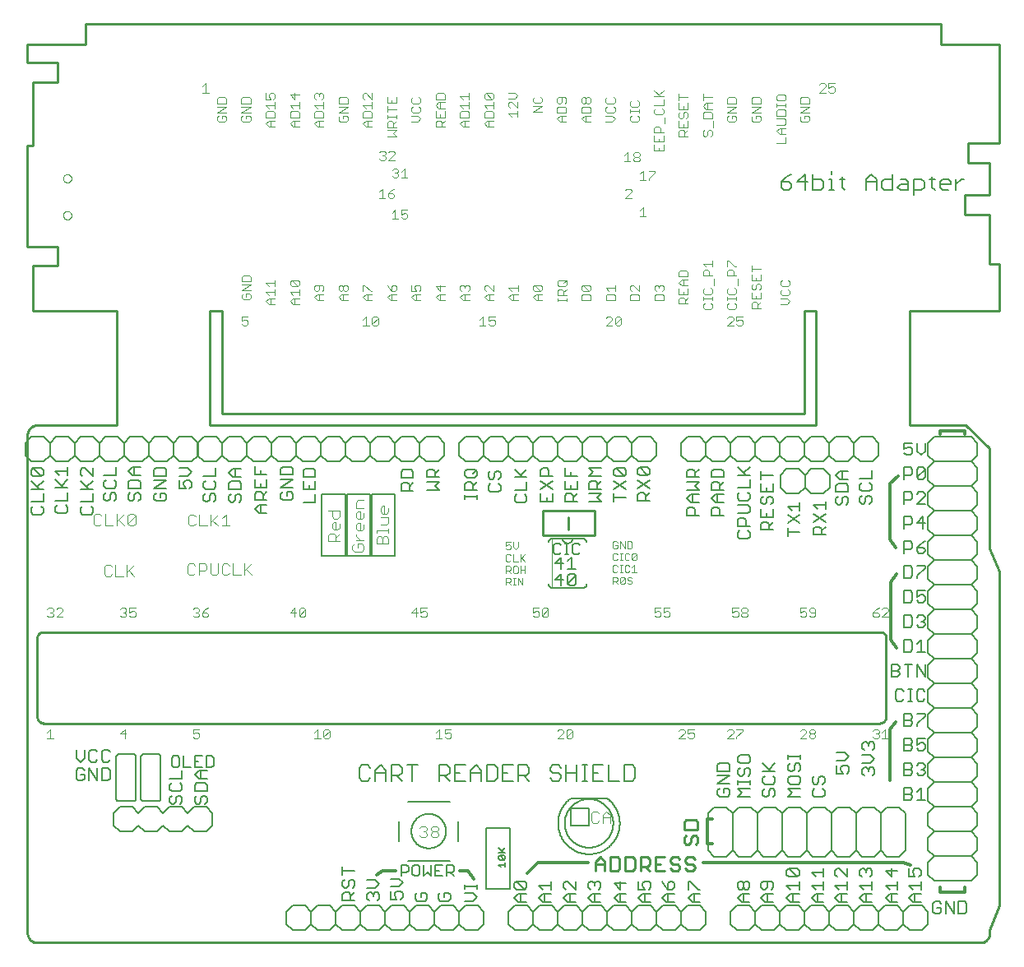
<source format=gto>
G75*
%MOIN*%
%OFA0B0*%
%FSLAX25Y25*%
%IPPOS*%
%LPD*%
%AMOC8*
5,1,8,0,0,1.08239X$1,22.5*
%
%ADD10C,0.01000*%
%ADD11C,0.01200*%
%ADD12C,0.00700*%
%ADD13C,0.00600*%
%ADD14C,0.00400*%
%ADD15C,0.00300*%
%ADD16C,0.00500*%
%ADD17C,0.00800*%
%ADD18C,0.00200*%
%ADD19C,0.00000*%
D10*
X0013866Y0005937D02*
X0013866Y0207906D01*
X0013868Y0208030D01*
X0013874Y0208153D01*
X0013883Y0208277D01*
X0013897Y0208399D01*
X0013914Y0208522D01*
X0013936Y0208644D01*
X0013961Y0208765D01*
X0013990Y0208885D01*
X0014022Y0209004D01*
X0014059Y0209123D01*
X0014099Y0209240D01*
X0014142Y0209355D01*
X0014190Y0209470D01*
X0014241Y0209582D01*
X0014295Y0209693D01*
X0014353Y0209803D01*
X0014414Y0209910D01*
X0014479Y0210016D01*
X0014547Y0210119D01*
X0014618Y0210220D01*
X0014692Y0210319D01*
X0014769Y0210416D01*
X0014850Y0210510D01*
X0014933Y0210601D01*
X0015019Y0210690D01*
X0015108Y0210776D01*
X0015199Y0210859D01*
X0015293Y0210940D01*
X0015390Y0211017D01*
X0015489Y0211091D01*
X0015590Y0211162D01*
X0015693Y0211230D01*
X0015799Y0211295D01*
X0015906Y0211356D01*
X0016016Y0211414D01*
X0016127Y0211468D01*
X0016239Y0211519D01*
X0016354Y0211567D01*
X0016469Y0211610D01*
X0016586Y0211650D01*
X0016705Y0211687D01*
X0016824Y0211719D01*
X0016944Y0211748D01*
X0017065Y0211773D01*
X0017187Y0211795D01*
X0017310Y0211812D01*
X0017432Y0211826D01*
X0017556Y0211835D01*
X0017679Y0211841D01*
X0017803Y0211843D01*
X0050087Y0211843D01*
X0050087Y0258299D01*
X0016228Y0258299D01*
X0016228Y0276409D01*
X0026071Y0276409D01*
X0026071Y0284283D01*
X0013866Y0284283D01*
X0013866Y0325228D01*
X0016228Y0325228D01*
X0016228Y0350819D01*
X0026071Y0350819D01*
X0026071Y0358693D01*
X0013866Y0358693D01*
X0013866Y0366173D01*
X0037488Y0366173D01*
X0037488Y0374441D01*
X0383945Y0374441D01*
X0383945Y0366173D01*
X0407567Y0366173D01*
X0407567Y0326016D01*
X0394969Y0326016D01*
X0394969Y0318142D01*
X0403630Y0318142D01*
X0403630Y0305150D01*
X0393787Y0305150D01*
X0393787Y0297276D01*
X0403630Y0297276D01*
X0403630Y0277197D01*
X0407567Y0277197D01*
X0407567Y0258299D01*
X0371346Y0258299D01*
X0371346Y0211843D01*
X0394181Y0211843D01*
X0403630Y0202394D01*
X0403630Y0161843D01*
X0407567Y0152394D01*
X0407567Y0017000D01*
X0403866Y0007000D01*
X0403866Y0005937D01*
X0403864Y0005813D01*
X0403858Y0005690D01*
X0403849Y0005566D01*
X0403835Y0005444D01*
X0403818Y0005321D01*
X0403796Y0005199D01*
X0403771Y0005078D01*
X0403742Y0004958D01*
X0403710Y0004839D01*
X0403673Y0004720D01*
X0403633Y0004603D01*
X0403590Y0004488D01*
X0403542Y0004373D01*
X0403491Y0004261D01*
X0403437Y0004150D01*
X0403379Y0004040D01*
X0403318Y0003933D01*
X0403253Y0003827D01*
X0403185Y0003724D01*
X0403114Y0003623D01*
X0403040Y0003524D01*
X0402963Y0003427D01*
X0402882Y0003333D01*
X0402799Y0003242D01*
X0402713Y0003153D01*
X0402624Y0003067D01*
X0402533Y0002984D01*
X0402439Y0002903D01*
X0402342Y0002826D01*
X0402243Y0002752D01*
X0402142Y0002681D01*
X0402039Y0002613D01*
X0401933Y0002548D01*
X0401826Y0002487D01*
X0401716Y0002429D01*
X0401605Y0002375D01*
X0401493Y0002324D01*
X0401378Y0002276D01*
X0401263Y0002233D01*
X0401146Y0002193D01*
X0401027Y0002156D01*
X0400908Y0002124D01*
X0400788Y0002095D01*
X0400667Y0002070D01*
X0400545Y0002048D01*
X0400422Y0002031D01*
X0400300Y0002017D01*
X0400176Y0002008D01*
X0400053Y0002002D01*
X0399929Y0002000D01*
X0017803Y0002000D01*
X0017679Y0002002D01*
X0017556Y0002008D01*
X0017432Y0002017D01*
X0017310Y0002031D01*
X0017187Y0002048D01*
X0017065Y0002070D01*
X0016944Y0002095D01*
X0016824Y0002124D01*
X0016705Y0002156D01*
X0016586Y0002193D01*
X0016469Y0002233D01*
X0016354Y0002276D01*
X0016239Y0002324D01*
X0016127Y0002375D01*
X0016016Y0002429D01*
X0015906Y0002487D01*
X0015799Y0002548D01*
X0015693Y0002613D01*
X0015590Y0002681D01*
X0015489Y0002752D01*
X0015390Y0002826D01*
X0015293Y0002903D01*
X0015199Y0002984D01*
X0015108Y0003067D01*
X0015019Y0003153D01*
X0014933Y0003242D01*
X0014850Y0003333D01*
X0014769Y0003427D01*
X0014692Y0003524D01*
X0014618Y0003623D01*
X0014547Y0003724D01*
X0014479Y0003827D01*
X0014414Y0003933D01*
X0014353Y0004040D01*
X0014295Y0004150D01*
X0014241Y0004261D01*
X0014190Y0004373D01*
X0014142Y0004488D01*
X0014099Y0004603D01*
X0014059Y0004720D01*
X0014022Y0004839D01*
X0013990Y0004958D01*
X0013961Y0005078D01*
X0013936Y0005199D01*
X0013914Y0005321D01*
X0013897Y0005444D01*
X0013883Y0005566D01*
X0013874Y0005690D01*
X0013868Y0005813D01*
X0013866Y0005937D01*
X0020559Y0090976D02*
X0359142Y0090976D01*
X0359245Y0090978D01*
X0359348Y0090984D01*
X0359451Y0090993D01*
X0359553Y0091007D01*
X0359654Y0091024D01*
X0359755Y0091045D01*
X0359855Y0091070D01*
X0359954Y0091098D01*
X0360052Y0091131D01*
X0360149Y0091167D01*
X0360244Y0091206D01*
X0360338Y0091249D01*
X0360430Y0091295D01*
X0360520Y0091345D01*
X0360608Y0091398D01*
X0360695Y0091455D01*
X0360779Y0091515D01*
X0360860Y0091577D01*
X0360940Y0091643D01*
X0361017Y0091712D01*
X0361091Y0091783D01*
X0361162Y0091857D01*
X0361231Y0091934D01*
X0361297Y0092014D01*
X0361359Y0092095D01*
X0361419Y0092179D01*
X0361476Y0092266D01*
X0361529Y0092354D01*
X0361579Y0092444D01*
X0361625Y0092536D01*
X0361668Y0092630D01*
X0361707Y0092725D01*
X0361743Y0092822D01*
X0361776Y0092920D01*
X0361804Y0093019D01*
X0361829Y0093119D01*
X0361850Y0093220D01*
X0361867Y0093321D01*
X0361881Y0093423D01*
X0361890Y0093526D01*
X0361896Y0093629D01*
X0361898Y0093732D01*
X0361898Y0125622D01*
X0361897Y0125622D02*
X0361895Y0125717D01*
X0361889Y0125812D01*
X0361880Y0125907D01*
X0361866Y0126001D01*
X0361849Y0126094D01*
X0361828Y0126187D01*
X0361804Y0126279D01*
X0361775Y0126370D01*
X0361744Y0126460D01*
X0361708Y0126548D01*
X0361669Y0126635D01*
X0361626Y0126720D01*
X0361581Y0126803D01*
X0361531Y0126884D01*
X0361479Y0126964D01*
X0361423Y0127041D01*
X0361365Y0127116D01*
X0361303Y0127188D01*
X0361238Y0127258D01*
X0361171Y0127325D01*
X0361101Y0127390D01*
X0361029Y0127452D01*
X0360954Y0127510D01*
X0360877Y0127566D01*
X0360797Y0127618D01*
X0360716Y0127668D01*
X0360633Y0127713D01*
X0360548Y0127756D01*
X0360461Y0127795D01*
X0360373Y0127831D01*
X0360283Y0127862D01*
X0360192Y0127891D01*
X0360100Y0127915D01*
X0360007Y0127936D01*
X0359914Y0127953D01*
X0359820Y0127967D01*
X0359725Y0127976D01*
X0359630Y0127982D01*
X0359535Y0127984D01*
X0020165Y0127984D01*
X0020070Y0127982D01*
X0019975Y0127976D01*
X0019880Y0127967D01*
X0019786Y0127953D01*
X0019693Y0127936D01*
X0019600Y0127915D01*
X0019508Y0127891D01*
X0019417Y0127862D01*
X0019327Y0127831D01*
X0019239Y0127795D01*
X0019152Y0127756D01*
X0019067Y0127713D01*
X0018984Y0127668D01*
X0018903Y0127618D01*
X0018823Y0127566D01*
X0018746Y0127510D01*
X0018671Y0127452D01*
X0018599Y0127390D01*
X0018529Y0127325D01*
X0018462Y0127258D01*
X0018397Y0127188D01*
X0018335Y0127116D01*
X0018277Y0127041D01*
X0018221Y0126964D01*
X0018169Y0126884D01*
X0018119Y0126803D01*
X0018074Y0126720D01*
X0018031Y0126635D01*
X0017992Y0126548D01*
X0017956Y0126460D01*
X0017925Y0126370D01*
X0017896Y0126279D01*
X0017872Y0126187D01*
X0017851Y0126094D01*
X0017834Y0126001D01*
X0017820Y0125907D01*
X0017811Y0125812D01*
X0017805Y0125717D01*
X0017803Y0125622D01*
X0017803Y0093732D01*
X0017805Y0093629D01*
X0017811Y0093526D01*
X0017820Y0093423D01*
X0017834Y0093321D01*
X0017851Y0093220D01*
X0017872Y0093119D01*
X0017897Y0093019D01*
X0017925Y0092920D01*
X0017958Y0092822D01*
X0017994Y0092725D01*
X0018033Y0092630D01*
X0018076Y0092536D01*
X0018122Y0092444D01*
X0018172Y0092354D01*
X0018225Y0092266D01*
X0018282Y0092179D01*
X0018342Y0092095D01*
X0018404Y0092014D01*
X0018470Y0091934D01*
X0018539Y0091857D01*
X0018610Y0091783D01*
X0018684Y0091712D01*
X0018761Y0091643D01*
X0018841Y0091577D01*
X0018922Y0091515D01*
X0019006Y0091455D01*
X0019093Y0091398D01*
X0019181Y0091345D01*
X0019271Y0091295D01*
X0019363Y0091249D01*
X0019457Y0091206D01*
X0019552Y0091167D01*
X0019649Y0091131D01*
X0019747Y0091098D01*
X0019846Y0091070D01*
X0019946Y0091045D01*
X0020047Y0091024D01*
X0020148Y0091007D01*
X0020250Y0090993D01*
X0020353Y0090984D01*
X0020456Y0090978D01*
X0020559Y0090976D01*
X0087882Y0211843D02*
X0087882Y0258299D01*
X0092606Y0258299D01*
X0092606Y0216567D01*
X0328827Y0216567D01*
X0328827Y0258299D01*
X0333551Y0258299D01*
X0333551Y0211843D01*
X0087882Y0211843D01*
X0222657Y0177079D02*
X0222657Y0167079D01*
X0243657Y0167079D01*
X0243657Y0177079D01*
X0222657Y0177079D01*
X0233157Y0174579D02*
X0233157Y0169579D01*
X0280881Y0051664D02*
X0279946Y0050730D01*
X0279946Y0047928D01*
X0285551Y0047928D01*
X0285551Y0050730D01*
X0284617Y0051664D01*
X0280881Y0051664D01*
X0280881Y0045587D02*
X0279946Y0044653D01*
X0279946Y0042785D01*
X0280881Y0041850D01*
X0281815Y0041850D01*
X0282749Y0042785D01*
X0282749Y0044653D01*
X0283683Y0045587D01*
X0284617Y0045587D01*
X0285551Y0044653D01*
X0285551Y0042785D01*
X0284617Y0041850D01*
X0283336Y0036711D02*
X0281468Y0036711D01*
X0280534Y0035777D01*
X0280534Y0034843D01*
X0281468Y0033909D01*
X0283336Y0033909D01*
X0284271Y0032975D01*
X0284271Y0032040D01*
X0283336Y0031106D01*
X0281468Y0031106D01*
X0280534Y0032040D01*
X0278193Y0032040D02*
X0277259Y0031106D01*
X0275391Y0031106D01*
X0274457Y0032040D01*
X0275391Y0033909D02*
X0277259Y0033909D01*
X0278193Y0032975D01*
X0278193Y0032040D01*
X0275391Y0033909D02*
X0274457Y0034843D01*
X0274457Y0035777D01*
X0275391Y0036711D01*
X0277259Y0036711D01*
X0278193Y0035777D01*
X0272116Y0036711D02*
X0268380Y0036711D01*
X0268380Y0031106D01*
X0272116Y0031106D01*
X0270248Y0033909D02*
X0268380Y0033909D01*
X0266039Y0033909D02*
X0265105Y0032975D01*
X0262302Y0032975D01*
X0264171Y0032975D02*
X0266039Y0031106D01*
X0266039Y0033909D02*
X0266039Y0035777D01*
X0265105Y0036711D01*
X0262302Y0036711D01*
X0262302Y0031106D01*
X0259962Y0032040D02*
X0259962Y0035777D01*
X0259028Y0036711D01*
X0256225Y0036711D01*
X0256225Y0031106D01*
X0259028Y0031106D01*
X0259962Y0032040D01*
X0253885Y0032040D02*
X0253885Y0035777D01*
X0252950Y0036711D01*
X0250148Y0036711D01*
X0250148Y0031106D01*
X0252950Y0031106D01*
X0253885Y0032040D01*
X0247807Y0031106D02*
X0247807Y0034843D01*
X0245939Y0036711D01*
X0244071Y0034843D01*
X0244071Y0031106D01*
X0244071Y0033909D02*
X0247807Y0033909D01*
X0283336Y0036711D02*
X0284271Y0035777D01*
D11*
X0287661Y0034394D02*
X0368760Y0034394D01*
X0371866Y0033650D01*
X0383866Y0024500D02*
X0383866Y0022500D01*
X0393866Y0022500D01*
X0393866Y0024500D01*
X0363366Y0067760D02*
X0363366Y0088394D01*
X0365791Y0091606D01*
X0366185Y0121634D02*
X0363760Y0124846D01*
X0363760Y0148236D01*
X0366185Y0151449D01*
X0365791Y0162185D02*
X0363366Y0165398D01*
X0363366Y0188000D01*
X0366579Y0191213D01*
X0383866Y0208181D02*
X0383866Y0209500D01*
X0393866Y0209500D01*
X0393866Y0208181D01*
X0291484Y0052079D02*
X0289484Y0052079D01*
X0289484Y0042079D01*
X0291484Y0042079D01*
X0240933Y0034394D02*
X0220728Y0034394D01*
X0216335Y0030000D01*
X0194654Y0027925D02*
X0192291Y0031106D01*
X0192291Y0031161D02*
X0188984Y0031161D01*
X0163157Y0031161D02*
X0157882Y0031161D01*
X0157882Y0031106D02*
X0155520Y0029500D01*
D12*
X0154764Y0027524D02*
X0151495Y0027524D01*
X0154764Y0027524D02*
X0156399Y0025889D01*
X0154764Y0024254D01*
X0151495Y0024254D01*
X0152312Y0022367D02*
X0151495Y0021550D01*
X0151495Y0019915D01*
X0152312Y0019098D01*
X0153947Y0020733D02*
X0153947Y0021550D01*
X0154764Y0022367D01*
X0155581Y0022367D01*
X0156399Y0021550D01*
X0156399Y0019915D01*
X0155581Y0019098D01*
X0153947Y0021550D02*
X0153129Y0022367D01*
X0152312Y0022367D01*
X0146399Y0022367D02*
X0144764Y0020733D01*
X0144764Y0021550D02*
X0144764Y0019098D01*
X0146399Y0019098D02*
X0141495Y0019098D01*
X0141495Y0021550D01*
X0142312Y0022367D01*
X0143947Y0022367D01*
X0144764Y0021550D01*
X0145581Y0024254D02*
X0146399Y0025072D01*
X0146399Y0026707D01*
X0145581Y0027524D01*
X0144764Y0027524D01*
X0143947Y0026707D01*
X0143947Y0025072D01*
X0143129Y0024254D01*
X0142312Y0024254D01*
X0141495Y0025072D01*
X0141495Y0026707D01*
X0142312Y0027524D01*
X0141495Y0029411D02*
X0141495Y0032680D01*
X0141495Y0031046D02*
X0146399Y0031046D01*
X0161086Y0027984D02*
X0164355Y0027984D01*
X0165990Y0026349D01*
X0164355Y0024714D01*
X0161086Y0024714D01*
X0161086Y0022827D02*
X0161086Y0019558D01*
X0163538Y0019558D01*
X0162721Y0021193D01*
X0162721Y0022010D01*
X0163538Y0022827D01*
X0165173Y0022827D01*
X0165990Y0022010D01*
X0165990Y0020375D01*
X0165173Y0019558D01*
X0170928Y0019777D02*
X0171746Y0018959D01*
X0175015Y0018959D01*
X0175833Y0019777D01*
X0175833Y0021412D01*
X0175015Y0022229D01*
X0173381Y0022229D01*
X0173381Y0020594D01*
X0171746Y0022229D02*
X0170928Y0021412D01*
X0170928Y0019777D01*
X0180377Y0019777D02*
X0181195Y0018959D01*
X0184464Y0018959D01*
X0185281Y0019777D01*
X0185281Y0021412D01*
X0184464Y0022229D01*
X0182829Y0022229D01*
X0182829Y0020594D01*
X0181195Y0022229D02*
X0180377Y0021412D01*
X0180377Y0019777D01*
X0191007Y0018837D02*
X0194277Y0018837D01*
X0195911Y0020471D01*
X0194277Y0022106D01*
X0191007Y0022106D01*
X0191007Y0023993D02*
X0191007Y0025628D01*
X0191007Y0024810D02*
X0195911Y0024810D01*
X0195911Y0023993D02*
X0195911Y0025628D01*
X0211218Y0026096D02*
X0212036Y0026914D01*
X0215305Y0023644D01*
X0216122Y0024462D01*
X0216122Y0026096D01*
X0215305Y0026914D01*
X0212036Y0026914D01*
X0211218Y0026096D02*
X0211218Y0024462D01*
X0212036Y0023644D01*
X0215305Y0023644D01*
X0216122Y0021757D02*
X0212853Y0021757D01*
X0211218Y0020123D01*
X0212853Y0018488D01*
X0216122Y0018488D01*
X0213670Y0018488D02*
X0213670Y0021757D01*
X0221006Y0020123D02*
X0222640Y0021757D01*
X0225910Y0021757D01*
X0225910Y0023644D02*
X0225910Y0026914D01*
X0225910Y0025279D02*
X0221006Y0025279D01*
X0222640Y0023644D01*
X0223458Y0021757D02*
X0223458Y0018488D01*
X0222640Y0018488D02*
X0221006Y0020123D01*
X0222640Y0018488D02*
X0225910Y0018488D01*
X0231218Y0020123D02*
X0232853Y0021757D01*
X0236122Y0021757D01*
X0236122Y0023644D02*
X0232853Y0026914D01*
X0232036Y0026914D01*
X0231218Y0026096D01*
X0231218Y0024462D01*
X0232036Y0023644D01*
X0233670Y0021757D02*
X0233670Y0018488D01*
X0232853Y0018488D02*
X0236122Y0018488D01*
X0232853Y0018488D02*
X0231218Y0020123D01*
X0236122Y0023644D02*
X0236122Y0026914D01*
X0241218Y0026096D02*
X0242036Y0026914D01*
X0242853Y0026914D01*
X0243670Y0026096D01*
X0244488Y0026914D01*
X0245305Y0026914D01*
X0246122Y0026096D01*
X0246122Y0024462D01*
X0245305Y0023644D01*
X0246122Y0021757D02*
X0242853Y0021757D01*
X0241218Y0020123D01*
X0242853Y0018488D01*
X0246122Y0018488D01*
X0243670Y0018488D02*
X0243670Y0021757D01*
X0242036Y0023644D02*
X0241218Y0024462D01*
X0241218Y0026096D01*
X0243670Y0026096D02*
X0243670Y0025279D01*
X0251612Y0026096D02*
X0254064Y0023644D01*
X0254064Y0026914D01*
X0256516Y0026096D02*
X0251612Y0026096D01*
X0253247Y0021757D02*
X0256516Y0021757D01*
X0254064Y0021757D02*
X0254064Y0018488D01*
X0253247Y0018488D02*
X0256516Y0018488D01*
X0253247Y0018488D02*
X0251612Y0020123D01*
X0253247Y0021757D01*
X0261506Y0020123D02*
X0263140Y0021757D01*
X0266410Y0021757D01*
X0265592Y0023644D02*
X0266410Y0024462D01*
X0266410Y0026096D01*
X0265592Y0026914D01*
X0263958Y0026914D01*
X0263140Y0026096D01*
X0263140Y0025279D01*
X0263958Y0023644D01*
X0261506Y0023644D01*
X0261506Y0026914D01*
X0263958Y0021757D02*
X0263958Y0018488D01*
X0263140Y0018488D02*
X0261506Y0020123D01*
X0263140Y0018488D02*
X0266410Y0018488D01*
X0271112Y0020123D02*
X0272747Y0021757D01*
X0276016Y0021757D01*
X0275199Y0023644D02*
X0273564Y0023644D01*
X0273564Y0026096D01*
X0274381Y0026914D01*
X0275199Y0026914D01*
X0276016Y0026096D01*
X0276016Y0024462D01*
X0275199Y0023644D01*
X0273564Y0023644D02*
X0271929Y0025279D01*
X0271112Y0026914D01*
X0273564Y0021757D02*
X0273564Y0018488D01*
X0272747Y0018488D02*
X0271112Y0020123D01*
X0272747Y0018488D02*
X0276016Y0018488D01*
X0281612Y0020123D02*
X0283247Y0021757D01*
X0286516Y0021757D01*
X0286516Y0023644D02*
X0285699Y0023644D01*
X0282429Y0026914D01*
X0281612Y0026914D01*
X0281612Y0023644D01*
X0284064Y0021757D02*
X0284064Y0018488D01*
X0283247Y0018488D02*
X0281612Y0020123D01*
X0283247Y0018488D02*
X0286516Y0018488D01*
X0301612Y0020123D02*
X0303247Y0021757D01*
X0306516Y0021757D01*
X0305699Y0023644D02*
X0304881Y0023644D01*
X0304064Y0024462D01*
X0304064Y0026096D01*
X0304881Y0026914D01*
X0305699Y0026914D01*
X0306516Y0026096D01*
X0306516Y0024462D01*
X0305699Y0023644D01*
X0304064Y0024462D02*
X0303247Y0023644D01*
X0302429Y0023644D01*
X0301612Y0024462D01*
X0301612Y0026096D01*
X0302429Y0026914D01*
X0303247Y0026914D01*
X0304064Y0026096D01*
X0304064Y0021757D02*
X0304064Y0018488D01*
X0303247Y0018488D02*
X0301612Y0020123D01*
X0303247Y0018488D02*
X0306516Y0018488D01*
X0311218Y0020123D02*
X0312853Y0021757D01*
X0316122Y0021757D01*
X0315305Y0023644D02*
X0316122Y0024462D01*
X0316122Y0026096D01*
X0315305Y0026914D01*
X0312036Y0026914D01*
X0311218Y0026096D01*
X0311218Y0024462D01*
X0312036Y0023644D01*
X0312853Y0023644D01*
X0313670Y0024462D01*
X0313670Y0026914D01*
X0313670Y0021757D02*
X0313670Y0018488D01*
X0312853Y0018488D02*
X0311218Y0020123D01*
X0312853Y0018488D02*
X0316122Y0018488D01*
X0331612Y0020123D02*
X0333247Y0021757D01*
X0336516Y0021757D01*
X0336516Y0023644D02*
X0336516Y0026914D01*
X0336516Y0025279D02*
X0331612Y0025279D01*
X0333247Y0023644D01*
X0334064Y0021757D02*
X0334064Y0018488D01*
X0333247Y0018488D02*
X0331612Y0020123D01*
X0333247Y0018488D02*
X0336516Y0018488D01*
X0341218Y0020123D02*
X0342853Y0021757D01*
X0346122Y0021757D01*
X0346122Y0023644D02*
X0346122Y0026914D01*
X0346122Y0025279D02*
X0341218Y0025279D01*
X0342853Y0023644D01*
X0343670Y0021757D02*
X0343670Y0018488D01*
X0342853Y0018488D02*
X0341218Y0020123D01*
X0342853Y0018488D02*
X0346122Y0018488D01*
X0351218Y0020123D02*
X0352853Y0021757D01*
X0356122Y0021757D01*
X0356122Y0023644D02*
X0356122Y0026914D01*
X0356122Y0025279D02*
X0351218Y0025279D01*
X0352853Y0023644D01*
X0353670Y0021757D02*
X0353670Y0018488D01*
X0352853Y0018488D02*
X0351218Y0020123D01*
X0352853Y0018488D02*
X0356122Y0018488D01*
X0361612Y0020123D02*
X0363247Y0018488D01*
X0366516Y0018488D01*
X0364064Y0018488D02*
X0364064Y0021757D01*
X0363247Y0021757D02*
X0366516Y0021757D01*
X0366516Y0023644D02*
X0366516Y0026914D01*
X0366516Y0025279D02*
X0361612Y0025279D01*
X0363247Y0023644D01*
X0363247Y0021757D02*
X0361612Y0020123D01*
X0364064Y0028801D02*
X0364064Y0032070D01*
X0361612Y0031253D02*
X0364064Y0028801D01*
X0366516Y0031253D02*
X0361612Y0031253D01*
X0356122Y0031253D02*
X0356122Y0029618D01*
X0355305Y0028801D01*
X0353670Y0030435D02*
X0353670Y0031253D01*
X0354488Y0032070D01*
X0355305Y0032070D01*
X0356122Y0031253D01*
X0353670Y0031253D02*
X0352853Y0032070D01*
X0352036Y0032070D01*
X0351218Y0031253D01*
X0351218Y0029618D01*
X0352036Y0028801D01*
X0346122Y0028801D02*
X0346122Y0032070D01*
X0346122Y0028801D02*
X0342853Y0032070D01*
X0342036Y0032070D01*
X0341218Y0031253D01*
X0341218Y0029618D01*
X0342036Y0028801D01*
X0336516Y0028801D02*
X0336516Y0032070D01*
X0336516Y0030435D02*
X0331612Y0030435D01*
X0333247Y0028801D01*
X0371112Y0028801D02*
X0373564Y0028801D01*
X0372747Y0030435D01*
X0372747Y0031253D01*
X0373564Y0032070D01*
X0375199Y0032070D01*
X0376016Y0031253D01*
X0376016Y0029618D01*
X0375199Y0028801D01*
X0376016Y0026914D02*
X0376016Y0023644D01*
X0376016Y0025279D02*
X0371112Y0025279D01*
X0372747Y0023644D01*
X0372747Y0021757D02*
X0371112Y0020123D01*
X0372747Y0018488D01*
X0376016Y0018488D01*
X0373564Y0018488D02*
X0373564Y0021757D01*
X0372747Y0021757D02*
X0376016Y0021757D01*
X0380889Y0017845D02*
X0380889Y0014575D01*
X0381706Y0013758D01*
X0383341Y0013758D01*
X0384158Y0014575D01*
X0384158Y0016210D01*
X0382523Y0016210D01*
X0380889Y0017845D02*
X0381706Y0018662D01*
X0383341Y0018662D01*
X0384158Y0017845D01*
X0386045Y0018662D02*
X0386045Y0013758D01*
X0389315Y0013758D02*
X0386045Y0018662D01*
X0389315Y0018662D02*
X0389315Y0013758D01*
X0391201Y0013758D02*
X0393654Y0013758D01*
X0394471Y0014575D01*
X0394471Y0017845D01*
X0393654Y0018662D01*
X0391201Y0018662D01*
X0391201Y0013758D01*
X0371112Y0028801D02*
X0371112Y0032070D01*
X0371668Y0059850D02*
X0369216Y0059850D01*
X0369216Y0064754D01*
X0371668Y0064754D01*
X0372486Y0063937D01*
X0372486Y0063119D01*
X0371668Y0062302D01*
X0369216Y0062302D01*
X0371668Y0062302D02*
X0372486Y0061485D01*
X0372486Y0060667D01*
X0371668Y0059850D01*
X0374373Y0059850D02*
X0377642Y0059850D01*
X0376007Y0059850D02*
X0376007Y0064754D01*
X0374373Y0063119D01*
X0375190Y0069850D02*
X0374373Y0070667D01*
X0375190Y0069850D02*
X0376825Y0069850D01*
X0377642Y0070667D01*
X0377642Y0071485D01*
X0376825Y0072302D01*
X0376007Y0072302D01*
X0376825Y0072302D02*
X0377642Y0073119D01*
X0377642Y0073937D01*
X0376825Y0074754D01*
X0375190Y0074754D01*
X0374373Y0073937D01*
X0372486Y0073937D02*
X0372486Y0073119D01*
X0371668Y0072302D01*
X0369216Y0072302D01*
X0369216Y0069850D02*
X0369216Y0074754D01*
X0371668Y0074754D01*
X0372486Y0073937D01*
X0371668Y0072302D02*
X0372486Y0071485D01*
X0372486Y0070667D01*
X0371668Y0069850D01*
X0369216Y0069850D01*
X0369216Y0079850D02*
X0371668Y0079850D01*
X0372486Y0080667D01*
X0372486Y0081485D01*
X0371668Y0082302D01*
X0369216Y0082302D01*
X0369216Y0079850D02*
X0369216Y0084754D01*
X0371668Y0084754D01*
X0372486Y0083937D01*
X0372486Y0083119D01*
X0371668Y0082302D01*
X0374373Y0082302D02*
X0376007Y0083119D01*
X0376825Y0083119D01*
X0377642Y0082302D01*
X0377642Y0080667D01*
X0376825Y0079850D01*
X0375190Y0079850D01*
X0374373Y0080667D01*
X0374373Y0082302D02*
X0374373Y0084754D01*
X0377642Y0084754D01*
X0374373Y0089850D02*
X0374373Y0090667D01*
X0377642Y0093937D01*
X0377642Y0094754D01*
X0374373Y0094754D01*
X0372486Y0093937D02*
X0372486Y0093119D01*
X0371668Y0092302D01*
X0369216Y0092302D01*
X0369216Y0089850D02*
X0371668Y0089850D01*
X0372486Y0090667D01*
X0372486Y0091485D01*
X0371668Y0092302D01*
X0372486Y0093937D02*
X0371668Y0094754D01*
X0369216Y0094754D01*
X0369216Y0089850D01*
X0368125Y0099850D02*
X0368942Y0100667D01*
X0368125Y0099850D02*
X0366490Y0099850D01*
X0365673Y0100667D01*
X0365673Y0103937D01*
X0366490Y0104754D01*
X0368125Y0104754D01*
X0368942Y0103937D01*
X0370829Y0104754D02*
X0372464Y0104754D01*
X0371647Y0104754D02*
X0371647Y0099850D01*
X0372464Y0099850D02*
X0370829Y0099850D01*
X0374267Y0100667D02*
X0374267Y0103937D01*
X0375084Y0104754D01*
X0376719Y0104754D01*
X0377536Y0103937D01*
X0377536Y0100667D02*
X0376719Y0099850D01*
X0375084Y0099850D01*
X0374267Y0100667D01*
X0374411Y0109850D02*
X0374411Y0114754D01*
X0377680Y0109850D01*
X0377680Y0114754D01*
X0377642Y0119850D02*
X0374373Y0119850D01*
X0376007Y0119850D02*
X0376007Y0124754D01*
X0374373Y0123119D01*
X0372486Y0123937D02*
X0371668Y0124754D01*
X0369216Y0124754D01*
X0369216Y0119850D01*
X0371668Y0119850D01*
X0372486Y0120667D01*
X0372486Y0123937D01*
X0371668Y0129850D02*
X0372486Y0130667D01*
X0372486Y0133937D01*
X0371668Y0134754D01*
X0369216Y0134754D01*
X0369216Y0129850D01*
X0371668Y0129850D01*
X0374373Y0130667D02*
X0375190Y0129850D01*
X0376825Y0129850D01*
X0377642Y0130667D01*
X0377642Y0131485D01*
X0376825Y0132302D01*
X0376007Y0132302D01*
X0376825Y0132302D02*
X0377642Y0133119D01*
X0377642Y0133937D01*
X0376825Y0134754D01*
X0375190Y0134754D01*
X0374373Y0133937D01*
X0375190Y0139850D02*
X0374373Y0140667D01*
X0375190Y0139850D02*
X0376825Y0139850D01*
X0377642Y0140667D01*
X0377642Y0142302D01*
X0376825Y0143119D01*
X0376007Y0143119D01*
X0374373Y0142302D01*
X0374373Y0144754D01*
X0377642Y0144754D01*
X0374373Y0149850D02*
X0374373Y0150667D01*
X0377642Y0153937D01*
X0377642Y0154754D01*
X0374373Y0154754D01*
X0372486Y0153937D02*
X0371668Y0154754D01*
X0369216Y0154754D01*
X0369216Y0149850D01*
X0371668Y0149850D01*
X0372486Y0150667D01*
X0372486Y0153937D01*
X0375190Y0159850D02*
X0376825Y0159850D01*
X0377642Y0160667D01*
X0377642Y0161485D01*
X0376825Y0162302D01*
X0374373Y0162302D01*
X0374373Y0160667D01*
X0375190Y0159850D01*
X0374373Y0162302D02*
X0376007Y0163937D01*
X0377642Y0164754D01*
X0376825Y0169850D02*
X0376825Y0174754D01*
X0374373Y0172302D01*
X0377642Y0172302D01*
X0372486Y0172302D02*
X0371668Y0171485D01*
X0369216Y0171485D01*
X0369216Y0169850D02*
X0369216Y0174754D01*
X0371668Y0174754D01*
X0372486Y0173937D01*
X0372486Y0172302D01*
X0371668Y0164754D02*
X0372486Y0163937D01*
X0372486Y0162302D01*
X0371668Y0161485D01*
X0369216Y0161485D01*
X0369216Y0159850D02*
X0369216Y0164754D01*
X0371668Y0164754D01*
X0369216Y0179850D02*
X0369216Y0184754D01*
X0371668Y0184754D01*
X0372486Y0183937D01*
X0372486Y0182302D01*
X0371668Y0181485D01*
X0369216Y0181485D01*
X0374373Y0179850D02*
X0377642Y0183119D01*
X0377642Y0183937D01*
X0376825Y0184754D01*
X0375190Y0184754D01*
X0374373Y0183937D01*
X0374373Y0179850D02*
X0377642Y0179850D01*
X0376825Y0189850D02*
X0375190Y0189850D01*
X0374373Y0190667D01*
X0377642Y0193937D01*
X0377642Y0190667D01*
X0376825Y0189850D01*
X0374373Y0190667D02*
X0374373Y0193937D01*
X0375190Y0194754D01*
X0376825Y0194754D01*
X0377642Y0193937D01*
X0372486Y0193937D02*
X0372486Y0192302D01*
X0371668Y0191485D01*
X0369216Y0191485D01*
X0369216Y0189850D02*
X0369216Y0194754D01*
X0371668Y0194754D01*
X0372486Y0193937D01*
X0371668Y0199693D02*
X0370034Y0199693D01*
X0369216Y0200510D01*
X0369216Y0202145D02*
X0370851Y0202962D01*
X0371668Y0202962D01*
X0372486Y0202145D01*
X0372486Y0200510D01*
X0371668Y0199693D01*
X0374373Y0201327D02*
X0374373Y0204597D01*
X0372486Y0204597D02*
X0369216Y0204597D01*
X0369216Y0202145D01*
X0374373Y0201327D02*
X0376007Y0199693D01*
X0377642Y0201327D01*
X0377642Y0204597D01*
X0356016Y0193562D02*
X0356016Y0190293D01*
X0351112Y0190293D01*
X0351929Y0188406D02*
X0351112Y0187588D01*
X0351112Y0185954D01*
X0351929Y0185136D01*
X0355199Y0185136D01*
X0356016Y0185954D01*
X0356016Y0187588D01*
X0355199Y0188406D01*
X0355199Y0183249D02*
X0356016Y0182432D01*
X0356016Y0180797D01*
X0355199Y0179980D01*
X0353564Y0180797D02*
X0352747Y0179980D01*
X0351929Y0179980D01*
X0351112Y0180797D01*
X0351112Y0182432D01*
X0351929Y0183249D01*
X0353564Y0182432D02*
X0354381Y0183249D01*
X0355199Y0183249D01*
X0353564Y0182432D02*
X0353564Y0180797D01*
X0346410Y0180404D02*
X0345592Y0179586D01*
X0346410Y0180404D02*
X0346410Y0182038D01*
X0345592Y0182856D01*
X0344775Y0182856D01*
X0343958Y0182038D01*
X0343958Y0180404D01*
X0343140Y0179586D01*
X0342323Y0179586D01*
X0341506Y0180404D01*
X0341506Y0182038D01*
X0342323Y0182856D01*
X0341506Y0184743D02*
X0341506Y0187195D01*
X0342323Y0188012D01*
X0345592Y0188012D01*
X0346410Y0187195D01*
X0346410Y0184743D01*
X0341506Y0184743D01*
X0343140Y0189899D02*
X0341506Y0191534D01*
X0343140Y0193168D01*
X0346410Y0193168D01*
X0343958Y0193168D02*
X0343958Y0189899D01*
X0343140Y0189899D02*
X0346410Y0189899D01*
X0337276Y0180964D02*
X0337276Y0177694D01*
X0337276Y0179329D02*
X0332372Y0179329D01*
X0334007Y0177694D01*
X0332372Y0175807D02*
X0337276Y0172538D01*
X0337276Y0170651D02*
X0335641Y0169016D01*
X0335641Y0169834D02*
X0335641Y0167381D01*
X0337276Y0167381D02*
X0332372Y0167381D01*
X0332372Y0169834D01*
X0333189Y0170651D01*
X0334824Y0170651D01*
X0335641Y0169834D01*
X0332372Y0172538D02*
X0337276Y0175807D01*
X0326882Y0175414D02*
X0321978Y0172144D01*
X0321978Y0170257D02*
X0321978Y0166988D01*
X0321978Y0168623D02*
X0326882Y0168623D01*
X0326882Y0172144D02*
X0321978Y0175414D01*
X0323613Y0177301D02*
X0321978Y0178935D01*
X0326882Y0178935D01*
X0326882Y0177301D02*
X0326882Y0180570D01*
X0316016Y0180480D02*
X0315199Y0179663D01*
X0316016Y0180480D02*
X0316016Y0182115D01*
X0315199Y0182932D01*
X0314381Y0182932D01*
X0313564Y0182115D01*
X0313564Y0180480D01*
X0312747Y0179663D01*
X0311929Y0179663D01*
X0311112Y0180480D01*
X0311112Y0182115D01*
X0311929Y0182932D01*
X0311112Y0184819D02*
X0316016Y0184819D01*
X0316016Y0188089D01*
X0313564Y0186454D02*
X0313564Y0184819D01*
X0311112Y0184819D02*
X0311112Y0188089D01*
X0311112Y0189976D02*
X0311112Y0193245D01*
X0311112Y0191610D02*
X0316016Y0191610D01*
X0306567Y0191589D02*
X0301663Y0191589D01*
X0304115Y0192406D02*
X0306567Y0194858D01*
X0304933Y0191589D02*
X0301663Y0194858D01*
X0296016Y0193177D02*
X0296016Y0190725D01*
X0291112Y0190725D01*
X0291112Y0193177D01*
X0291929Y0193994D01*
X0295199Y0193994D01*
X0296016Y0193177D01*
X0296016Y0188838D02*
X0294381Y0187203D01*
X0294381Y0188020D02*
X0294381Y0185568D01*
X0296016Y0185568D02*
X0291112Y0185568D01*
X0291112Y0188020D01*
X0291929Y0188838D01*
X0293564Y0188838D01*
X0294381Y0188020D01*
X0293564Y0183681D02*
X0293564Y0180412D01*
X0292747Y0180412D02*
X0291112Y0182047D01*
X0292747Y0183681D01*
X0296016Y0183681D01*
X0296016Y0180412D02*
X0292747Y0180412D01*
X0293564Y0178525D02*
X0294381Y0177708D01*
X0294381Y0175256D01*
X0296016Y0175256D02*
X0291112Y0175256D01*
X0291112Y0177708D01*
X0291929Y0178525D01*
X0293564Y0178525D01*
X0286016Y0180412D02*
X0282747Y0180412D01*
X0281112Y0182047D01*
X0282747Y0183681D01*
X0286016Y0183681D01*
X0286016Y0185568D02*
X0281112Y0185568D01*
X0283564Y0183681D02*
X0283564Y0180412D01*
X0283564Y0178525D02*
X0284381Y0177708D01*
X0284381Y0175256D01*
X0286016Y0175256D02*
X0281112Y0175256D01*
X0281112Y0177708D01*
X0281929Y0178525D01*
X0283564Y0178525D01*
X0286016Y0185568D02*
X0284381Y0187203D01*
X0286016Y0188838D01*
X0281112Y0188838D01*
X0281112Y0190725D02*
X0281112Y0193177D01*
X0281929Y0193994D01*
X0283564Y0193994D01*
X0284381Y0193177D01*
X0284381Y0190725D01*
X0284381Y0192359D02*
X0286016Y0193994D01*
X0286016Y0190725D02*
X0281112Y0190725D01*
X0266016Y0189587D02*
X0261112Y0186317D01*
X0261929Y0184430D02*
X0263564Y0184430D01*
X0264381Y0183613D01*
X0264381Y0181161D01*
X0264381Y0182796D02*
X0266016Y0184430D01*
X0266016Y0186317D02*
X0261112Y0189587D01*
X0261929Y0191474D02*
X0261112Y0192291D01*
X0261112Y0193926D01*
X0261929Y0194743D01*
X0265199Y0191474D01*
X0266016Y0192291D01*
X0266016Y0193926D01*
X0265199Y0194743D01*
X0261929Y0194743D01*
X0261929Y0191474D02*
X0265199Y0191474D01*
X0261929Y0184430D02*
X0261112Y0183613D01*
X0261112Y0181161D01*
X0266016Y0181161D01*
X0256410Y0182402D02*
X0251506Y0182402D01*
X0251506Y0180767D02*
X0251506Y0184037D01*
X0251506Y0185924D02*
X0256410Y0189193D01*
X0255592Y0191080D02*
X0252323Y0194350D01*
X0255592Y0194350D01*
X0256410Y0193532D01*
X0256410Y0191897D01*
X0255592Y0191080D01*
X0252323Y0191080D01*
X0251506Y0191897D01*
X0251506Y0193532D01*
X0252323Y0194350D01*
X0251506Y0189193D02*
X0256410Y0185924D01*
X0246410Y0185951D02*
X0241506Y0185951D01*
X0241506Y0188403D01*
X0242323Y0189221D01*
X0243958Y0189221D01*
X0244775Y0188403D01*
X0244775Y0185951D01*
X0244775Y0187586D02*
X0246410Y0189221D01*
X0246410Y0191108D02*
X0241506Y0191108D01*
X0243140Y0192742D01*
X0241506Y0194377D01*
X0246410Y0194377D01*
X0246410Y0184064D02*
X0241506Y0184064D01*
X0241506Y0180795D02*
X0246410Y0180795D01*
X0244775Y0182430D01*
X0246410Y0184064D01*
X0236607Y0184064D02*
X0234972Y0182430D01*
X0234972Y0183247D02*
X0234972Y0180795D01*
X0236607Y0180795D02*
X0231703Y0180795D01*
X0231703Y0183247D01*
X0232520Y0184064D01*
X0234155Y0184064D01*
X0234972Y0183247D01*
X0234155Y0185951D02*
X0234155Y0187586D01*
X0236607Y0185951D02*
X0236607Y0189221D01*
X0236607Y0191108D02*
X0231703Y0191108D01*
X0231703Y0194377D01*
X0234155Y0192742D02*
X0234155Y0191108D01*
X0231703Y0189221D02*
X0231703Y0185951D01*
X0236607Y0185951D01*
X0226804Y0185951D02*
X0221899Y0189221D01*
X0221899Y0191108D02*
X0221899Y0193560D01*
X0222717Y0194377D01*
X0224351Y0194377D01*
X0225169Y0193560D01*
X0225169Y0191108D01*
X0226804Y0191108D02*
X0221899Y0191108D01*
X0221899Y0185951D02*
X0226804Y0189221D01*
X0226804Y0184064D02*
X0226804Y0180795D01*
X0221899Y0180795D01*
X0221899Y0184064D01*
X0224351Y0182430D02*
X0224351Y0180795D01*
X0216174Y0181219D02*
X0215356Y0180401D01*
X0212087Y0180401D01*
X0211269Y0181219D01*
X0211269Y0182853D01*
X0212087Y0183671D01*
X0211269Y0185558D02*
X0216174Y0185558D01*
X0216174Y0188827D01*
X0216174Y0190714D02*
X0211269Y0190714D01*
X0213722Y0191531D02*
X0216174Y0193983D01*
X0214539Y0190714D02*
X0211269Y0193983D01*
X0205622Y0192340D02*
X0205622Y0190706D01*
X0204805Y0189888D01*
X0203170Y0190706D02*
X0203170Y0192340D01*
X0203988Y0193158D01*
X0204805Y0193158D01*
X0205622Y0192340D01*
X0203170Y0190706D02*
X0202353Y0189888D01*
X0201536Y0189888D01*
X0200718Y0190706D01*
X0200718Y0192340D01*
X0201536Y0193158D01*
X0201536Y0188001D02*
X0200718Y0187184D01*
X0200718Y0185549D01*
X0201536Y0184732D01*
X0204805Y0184732D01*
X0205622Y0185549D01*
X0205622Y0187184D01*
X0204805Y0188001D01*
X0215356Y0183671D02*
X0216174Y0182853D01*
X0216174Y0181219D01*
X0196016Y0181976D02*
X0196016Y0183611D01*
X0196016Y0182793D02*
X0191112Y0182793D01*
X0191112Y0181976D02*
X0191112Y0183611D01*
X0191112Y0185414D02*
X0191112Y0187866D01*
X0191929Y0188683D01*
X0193564Y0188683D01*
X0194381Y0187866D01*
X0194381Y0185414D01*
X0194381Y0187048D02*
X0196016Y0188683D01*
X0195199Y0190570D02*
X0196016Y0191387D01*
X0196016Y0193022D01*
X0195199Y0193839D01*
X0191929Y0193839D01*
X0191112Y0193022D01*
X0191112Y0191387D01*
X0191929Y0190570D01*
X0195199Y0190570D01*
X0194381Y0192205D02*
X0196016Y0193839D01*
X0196016Y0185414D02*
X0191112Y0185414D01*
X0180622Y0185519D02*
X0178988Y0187154D01*
X0180622Y0188789D01*
X0175718Y0188789D01*
X0175718Y0190676D02*
X0175718Y0193128D01*
X0176536Y0193945D01*
X0178170Y0193945D01*
X0178988Y0193128D01*
X0178988Y0190676D01*
X0178988Y0192310D02*
X0180622Y0193945D01*
X0180622Y0190676D02*
X0175718Y0190676D01*
X0175718Y0185519D02*
X0180622Y0185519D01*
X0170229Y0185322D02*
X0165325Y0185322D01*
X0165325Y0187775D01*
X0166142Y0188592D01*
X0167777Y0188592D01*
X0168594Y0187775D01*
X0168594Y0185322D01*
X0168594Y0186957D02*
X0170229Y0188592D01*
X0170229Y0190479D02*
X0170229Y0192931D01*
X0169411Y0193748D01*
X0166142Y0193748D01*
X0165325Y0192931D01*
X0165325Y0190479D01*
X0170229Y0190479D01*
X0130496Y0190923D02*
X0130496Y0193376D01*
X0129679Y0194193D01*
X0126410Y0194193D01*
X0125592Y0193376D01*
X0125592Y0190923D01*
X0130496Y0190923D01*
X0130496Y0189036D02*
X0130496Y0185767D01*
X0125592Y0185767D01*
X0125592Y0189036D01*
X0128044Y0187402D02*
X0128044Y0185767D01*
X0130496Y0183880D02*
X0130496Y0180611D01*
X0125592Y0180611D01*
X0121441Y0182215D02*
X0121441Y0183850D01*
X0120624Y0184667D01*
X0118989Y0184667D01*
X0118989Y0183033D01*
X0117355Y0184667D02*
X0116537Y0183850D01*
X0116537Y0182215D01*
X0117355Y0181398D01*
X0120624Y0181398D01*
X0121441Y0182215D01*
X0121441Y0186554D02*
X0116537Y0186554D01*
X0121441Y0189824D01*
X0116537Y0189824D01*
X0116537Y0191711D02*
X0116537Y0194163D01*
X0117355Y0194980D01*
X0120624Y0194980D01*
X0121441Y0194163D01*
X0121441Y0191711D01*
X0116537Y0191711D01*
X0110899Y0191767D02*
X0105995Y0191767D01*
X0105995Y0195037D01*
X0108447Y0193402D02*
X0108447Y0191767D01*
X0110899Y0189880D02*
X0110899Y0186611D01*
X0105995Y0186611D01*
X0105995Y0189880D01*
X0108447Y0188246D02*
X0108447Y0186611D01*
X0108447Y0184724D02*
X0109264Y0183907D01*
X0109264Y0181454D01*
X0110899Y0181454D02*
X0105995Y0181454D01*
X0105995Y0183907D01*
X0106812Y0184724D01*
X0108447Y0184724D01*
X0109264Y0183089D02*
X0110899Y0184724D01*
X0110899Y0179567D02*
X0107629Y0179567D01*
X0105995Y0177933D01*
X0107629Y0176298D01*
X0110899Y0176298D01*
X0108447Y0176298D02*
X0108447Y0179567D01*
X0080360Y0186911D02*
X0079543Y0186093D01*
X0080360Y0186911D02*
X0080360Y0188545D01*
X0079543Y0189363D01*
X0077908Y0189363D01*
X0077091Y0188545D01*
X0077091Y0187728D01*
X0077908Y0186093D01*
X0075456Y0186093D01*
X0075456Y0189363D01*
X0075456Y0191250D02*
X0078726Y0191250D01*
X0080360Y0192884D01*
X0078726Y0194519D01*
X0075456Y0194519D01*
X0070063Y0193769D02*
X0070063Y0191317D01*
X0065159Y0191317D01*
X0065159Y0193769D01*
X0065977Y0194587D01*
X0069246Y0194587D01*
X0070063Y0193769D01*
X0070063Y0189430D02*
X0065159Y0189430D01*
X0065159Y0186161D02*
X0070063Y0189430D01*
X0070063Y0186161D02*
X0065159Y0186161D01*
X0065977Y0184274D02*
X0065159Y0183456D01*
X0065159Y0181822D01*
X0065977Y0181004D01*
X0069246Y0181004D01*
X0070063Y0181822D01*
X0070063Y0183456D01*
X0069246Y0184274D01*
X0067611Y0184274D01*
X0067611Y0182639D01*
X0227706Y0155864D02*
X0230976Y0155864D01*
X0232863Y0156682D02*
X0234498Y0158316D01*
X0234498Y0153412D01*
X0236132Y0153412D02*
X0232863Y0153412D01*
X0233680Y0151623D02*
X0232863Y0150806D01*
X0232863Y0147537D01*
X0236132Y0150806D01*
X0236132Y0147537D01*
X0235315Y0146719D01*
X0233680Y0146719D01*
X0232863Y0147537D01*
X0230976Y0149171D02*
X0227706Y0149171D01*
X0230159Y0151623D01*
X0230159Y0146719D01*
X0233680Y0151623D02*
X0235315Y0151623D01*
X0236132Y0150806D01*
X0230159Y0153412D02*
X0230159Y0158316D01*
X0227706Y0155864D01*
X0301663Y0166624D02*
X0302480Y0165807D01*
X0305750Y0165807D01*
X0306567Y0166624D01*
X0306567Y0168259D01*
X0305750Y0169076D01*
X0306567Y0170963D02*
X0301663Y0170963D01*
X0301663Y0173415D01*
X0302480Y0174233D01*
X0304115Y0174233D01*
X0304933Y0173415D01*
X0304933Y0170963D01*
X0302480Y0169076D02*
X0301663Y0168259D01*
X0301663Y0166624D01*
X0301663Y0176119D02*
X0305750Y0176119D01*
X0306567Y0176937D01*
X0306567Y0178572D01*
X0305750Y0179389D01*
X0301663Y0179389D01*
X0302480Y0181276D02*
X0305750Y0181276D01*
X0306567Y0182093D01*
X0306567Y0183728D01*
X0305750Y0184545D01*
X0306567Y0186432D02*
X0306567Y0189702D01*
X0306567Y0186432D02*
X0301663Y0186432D01*
X0302480Y0184545D02*
X0301663Y0183728D01*
X0301663Y0182093D01*
X0302480Y0181276D01*
X0311112Y0177776D02*
X0311112Y0174506D01*
X0316016Y0174506D01*
X0316016Y0177776D01*
X0313564Y0176141D02*
X0313564Y0174506D01*
X0313564Y0172619D02*
X0314381Y0171802D01*
X0314381Y0169350D01*
X0314381Y0170985D02*
X0316016Y0172619D01*
X0313564Y0172619D02*
X0311929Y0172619D01*
X0311112Y0171802D01*
X0311112Y0169350D01*
X0316016Y0169350D01*
X0369216Y0144754D02*
X0369216Y0139850D01*
X0371668Y0139850D01*
X0372486Y0140667D01*
X0372486Y0143937D01*
X0371668Y0144754D01*
X0369216Y0144754D01*
X0369254Y0114754D02*
X0372524Y0114754D01*
X0370889Y0114754D02*
X0370889Y0109850D01*
X0367367Y0110667D02*
X0366550Y0109850D01*
X0364098Y0109850D01*
X0364098Y0114754D01*
X0366550Y0114754D01*
X0367367Y0113937D01*
X0367367Y0113119D01*
X0366550Y0112302D01*
X0364098Y0112302D01*
X0366550Y0112302D02*
X0367367Y0111485D01*
X0367367Y0110667D01*
D13*
X0378866Y0109500D02*
X0378866Y0114500D01*
X0381366Y0117000D01*
X0396366Y0117000D01*
X0398866Y0114500D01*
X0398866Y0109500D01*
X0396366Y0107000D01*
X0381366Y0107000D01*
X0378866Y0109500D01*
X0381366Y0107000D02*
X0378866Y0104500D01*
X0378866Y0099500D01*
X0381366Y0097000D01*
X0396366Y0097000D01*
X0398866Y0094500D01*
X0398866Y0089500D01*
X0396366Y0087000D01*
X0381366Y0087000D01*
X0378866Y0089500D01*
X0378866Y0094500D01*
X0381366Y0097000D01*
X0381366Y0087000D02*
X0378866Y0084500D01*
X0378866Y0079500D01*
X0381366Y0077000D01*
X0396366Y0077000D01*
X0398866Y0074500D01*
X0398866Y0069500D01*
X0396366Y0067000D01*
X0381366Y0067000D01*
X0378866Y0069500D01*
X0378866Y0074500D01*
X0381366Y0077000D01*
X0381366Y0067000D02*
X0378866Y0064500D01*
X0378866Y0059500D01*
X0381366Y0057000D01*
X0396366Y0057000D01*
X0398866Y0054500D01*
X0398866Y0049500D01*
X0396366Y0047000D01*
X0381366Y0047000D01*
X0378866Y0049500D01*
X0378866Y0054500D01*
X0381366Y0057000D01*
X0381366Y0047000D02*
X0378866Y0044500D01*
X0378866Y0039500D01*
X0381366Y0037000D01*
X0396366Y0037000D01*
X0398866Y0034500D01*
X0398866Y0029500D01*
X0396366Y0027000D01*
X0381366Y0027000D01*
X0378866Y0029500D01*
X0378866Y0034500D01*
X0381366Y0037000D01*
X0369614Y0039382D02*
X0367114Y0036882D01*
X0362114Y0036882D01*
X0359614Y0039382D01*
X0359614Y0054382D01*
X0357114Y0056882D01*
X0352114Y0056882D01*
X0349614Y0054382D01*
X0349614Y0039382D01*
X0347114Y0036882D01*
X0342114Y0036882D01*
X0339614Y0039382D01*
X0339614Y0054382D01*
X0337114Y0056882D01*
X0332114Y0056882D01*
X0329614Y0054382D01*
X0329614Y0039382D01*
X0327114Y0036882D01*
X0322114Y0036882D01*
X0319614Y0039382D01*
X0319614Y0054382D01*
X0317114Y0056882D01*
X0312114Y0056882D01*
X0309614Y0054382D01*
X0309614Y0039382D01*
X0307114Y0036882D01*
X0302114Y0036882D01*
X0299614Y0039382D01*
X0297114Y0036882D01*
X0292114Y0036882D01*
X0289614Y0039382D01*
X0289614Y0054382D01*
X0292114Y0056882D01*
X0297114Y0056882D01*
X0299614Y0054382D01*
X0299614Y0039382D01*
X0309614Y0039382D02*
X0312114Y0036882D01*
X0317114Y0036882D01*
X0319614Y0039382D01*
X0322396Y0032087D02*
X0325732Y0028751D01*
X0326566Y0029585D01*
X0326566Y0031253D01*
X0325732Y0032087D01*
X0322396Y0032087D01*
X0321562Y0031253D01*
X0321562Y0029585D01*
X0322396Y0028751D01*
X0325732Y0028751D01*
X0326566Y0026930D02*
X0326566Y0023594D01*
X0326566Y0025262D02*
X0321562Y0025262D01*
X0323230Y0023594D01*
X0323230Y0021774D02*
X0326566Y0021774D01*
X0324064Y0021774D02*
X0324064Y0018438D01*
X0323230Y0018438D02*
X0326566Y0018438D01*
X0326366Y0017000D02*
X0328866Y0014500D01*
X0331366Y0017000D01*
X0336366Y0017000D01*
X0338866Y0014500D01*
X0341366Y0017000D01*
X0346366Y0017000D01*
X0348866Y0014500D01*
X0348866Y0009500D01*
X0346366Y0007000D01*
X0341366Y0007000D01*
X0338866Y0009500D01*
X0336366Y0007000D01*
X0331366Y0007000D01*
X0328866Y0009500D01*
X0326366Y0007000D01*
X0321366Y0007000D01*
X0318866Y0009500D01*
X0316366Y0007000D01*
X0311366Y0007000D01*
X0308866Y0009500D01*
X0306366Y0007000D01*
X0301366Y0007000D01*
X0298866Y0009500D01*
X0298866Y0014500D01*
X0301366Y0017000D01*
X0306366Y0017000D01*
X0308866Y0014500D01*
X0311366Y0017000D01*
X0316366Y0017000D01*
X0318866Y0014500D01*
X0318866Y0009500D01*
X0318866Y0014500D02*
X0321366Y0017000D01*
X0326366Y0017000D01*
X0323230Y0018438D02*
X0321562Y0020106D01*
X0323230Y0021774D01*
X0328866Y0014500D02*
X0328866Y0009500D01*
X0338866Y0009500D02*
X0338866Y0014500D01*
X0348866Y0014500D02*
X0351366Y0017000D01*
X0356366Y0017000D01*
X0358866Y0014500D01*
X0361366Y0017000D01*
X0366366Y0017000D01*
X0368866Y0014500D01*
X0371366Y0017000D01*
X0376366Y0017000D01*
X0378866Y0014500D01*
X0378866Y0009500D01*
X0376366Y0007000D01*
X0371366Y0007000D01*
X0368866Y0009500D01*
X0366366Y0007000D01*
X0361366Y0007000D01*
X0358866Y0009500D01*
X0356366Y0007000D01*
X0351366Y0007000D01*
X0348866Y0009500D01*
X0358866Y0009500D02*
X0358866Y0014500D01*
X0368866Y0014500D02*
X0368866Y0009500D01*
X0357114Y0036882D02*
X0352114Y0036882D01*
X0349614Y0039382D01*
X0357114Y0036882D02*
X0359614Y0039382D01*
X0369614Y0039382D02*
X0369614Y0054382D01*
X0367114Y0056882D01*
X0362114Y0056882D01*
X0359614Y0054382D01*
X0349614Y0054382D02*
X0347114Y0056882D01*
X0342114Y0056882D01*
X0339614Y0054382D01*
X0336221Y0061055D02*
X0332885Y0061055D01*
X0332051Y0061889D01*
X0332051Y0063557D01*
X0332885Y0064391D01*
X0332885Y0066212D02*
X0333719Y0066212D01*
X0334553Y0067046D01*
X0334553Y0068714D01*
X0335387Y0069548D01*
X0336221Y0069548D01*
X0337055Y0068714D01*
X0337055Y0067046D01*
X0336221Y0066212D01*
X0336221Y0064391D02*
X0337055Y0063557D01*
X0337055Y0061889D01*
X0336221Y0061055D01*
X0332885Y0066212D02*
X0332051Y0067046D01*
X0332051Y0068714D01*
X0332885Y0069548D01*
X0327213Y0068714D02*
X0327213Y0067046D01*
X0326379Y0066212D01*
X0323042Y0066212D01*
X0322208Y0067046D01*
X0322208Y0068714D01*
X0323042Y0069548D01*
X0326379Y0069548D01*
X0327213Y0068714D01*
X0326379Y0071368D02*
X0327213Y0072202D01*
X0327213Y0073870D01*
X0326379Y0074704D01*
X0325545Y0074704D01*
X0324710Y0073870D01*
X0324710Y0072202D01*
X0323876Y0071368D01*
X0323042Y0071368D01*
X0322208Y0072202D01*
X0322208Y0073870D01*
X0323042Y0074704D01*
X0322208Y0076524D02*
X0322208Y0078192D01*
X0322208Y0077358D02*
X0327213Y0077358D01*
X0327213Y0076524D02*
X0327213Y0078192D01*
X0316780Y0074704D02*
X0314277Y0072202D01*
X0315111Y0071368D02*
X0311775Y0074704D01*
X0311775Y0071368D02*
X0316780Y0071368D01*
X0315945Y0069548D02*
X0316780Y0068714D01*
X0316780Y0067046D01*
X0315945Y0066212D01*
X0312609Y0066212D01*
X0311775Y0067046D01*
X0311775Y0068714D01*
X0312609Y0069548D01*
X0312609Y0064391D02*
X0311775Y0063557D01*
X0311775Y0061889D01*
X0312609Y0061055D01*
X0313443Y0061055D01*
X0314277Y0061889D01*
X0314277Y0063557D01*
X0315111Y0064391D01*
X0315945Y0064391D01*
X0316780Y0063557D01*
X0316780Y0061889D01*
X0315945Y0061055D01*
X0322208Y0061055D02*
X0323876Y0062723D01*
X0322208Y0064391D01*
X0327213Y0064391D01*
X0327213Y0061055D02*
X0322208Y0061055D01*
X0322114Y0056882D02*
X0327114Y0056882D01*
X0329614Y0054382D01*
X0322114Y0056882D02*
X0319614Y0054382D01*
X0309614Y0054382D02*
X0307114Y0056882D01*
X0302114Y0056882D01*
X0299614Y0054382D01*
X0301736Y0061055D02*
X0303404Y0062723D01*
X0301736Y0064391D01*
X0306740Y0064391D01*
X0306740Y0066212D02*
X0306740Y0067880D01*
X0306740Y0067046D02*
X0301736Y0067046D01*
X0301736Y0066212D02*
X0301736Y0067880D01*
X0302570Y0069649D02*
X0303404Y0069649D01*
X0304238Y0070483D01*
X0304238Y0072151D01*
X0305072Y0072985D01*
X0305906Y0072985D01*
X0306740Y0072151D01*
X0306740Y0070483D01*
X0305906Y0069649D01*
X0302570Y0069649D02*
X0301736Y0070483D01*
X0301736Y0072151D01*
X0302570Y0072985D01*
X0302570Y0074806D02*
X0305906Y0074806D01*
X0306740Y0075640D01*
X0306740Y0077308D01*
X0305906Y0078142D01*
X0302570Y0078142D01*
X0301736Y0077308D01*
X0301736Y0075640D01*
X0302570Y0074806D01*
X0298472Y0074067D02*
X0297638Y0074901D01*
X0294302Y0074901D01*
X0293468Y0074067D01*
X0293468Y0071565D01*
X0298472Y0071565D01*
X0298472Y0074067D01*
X0298472Y0069745D02*
X0293468Y0069745D01*
X0293468Y0066408D02*
X0298472Y0069745D01*
X0298472Y0066408D02*
X0293468Y0066408D01*
X0294302Y0064588D02*
X0293468Y0063754D01*
X0293468Y0062086D01*
X0294302Y0061252D01*
X0297638Y0061252D01*
X0298472Y0062086D01*
X0298472Y0063754D01*
X0297638Y0064588D01*
X0295970Y0064588D01*
X0295970Y0062920D01*
X0301736Y0061055D02*
X0306740Y0061055D01*
X0329614Y0039382D02*
X0332114Y0036882D01*
X0337114Y0036882D01*
X0339614Y0039382D01*
X0308866Y0014500D02*
X0308866Y0009500D01*
X0288866Y0009500D02*
X0286366Y0007000D01*
X0281366Y0007000D01*
X0278866Y0009500D01*
X0276366Y0007000D01*
X0271366Y0007000D01*
X0268866Y0009500D01*
X0266366Y0007000D01*
X0261366Y0007000D01*
X0258866Y0009500D01*
X0256366Y0007000D01*
X0251366Y0007000D01*
X0248866Y0009500D01*
X0246366Y0007000D01*
X0241366Y0007000D01*
X0238866Y0009500D01*
X0236366Y0007000D01*
X0231366Y0007000D01*
X0228866Y0009500D01*
X0226366Y0007000D01*
X0221366Y0007000D01*
X0218866Y0009500D01*
X0216366Y0007000D01*
X0211366Y0007000D01*
X0208866Y0009500D01*
X0208866Y0014500D01*
X0211366Y0017000D01*
X0216366Y0017000D01*
X0218866Y0014500D01*
X0221366Y0017000D01*
X0226366Y0017000D01*
X0228866Y0014500D01*
X0228866Y0009500D01*
X0228866Y0014500D02*
X0231366Y0017000D01*
X0236366Y0017000D01*
X0238866Y0014500D01*
X0241366Y0017000D01*
X0246366Y0017000D01*
X0248866Y0014500D01*
X0251366Y0017000D01*
X0256366Y0017000D01*
X0258866Y0014500D01*
X0258866Y0009500D01*
X0258866Y0014500D02*
X0261366Y0017000D01*
X0266366Y0017000D01*
X0268866Y0014500D01*
X0271366Y0017000D01*
X0276366Y0017000D01*
X0278866Y0014500D01*
X0281366Y0017000D01*
X0286366Y0017000D01*
X0288866Y0014500D01*
X0288866Y0009500D01*
X0278866Y0009500D02*
X0278866Y0014500D01*
X0268866Y0014500D02*
X0268866Y0009500D01*
X0248866Y0009500D02*
X0248866Y0014500D01*
X0238866Y0014500D02*
X0238866Y0009500D01*
X0218866Y0009500D02*
X0218866Y0014500D01*
X0198866Y0014500D02*
X0198866Y0009500D01*
X0196366Y0007000D01*
X0191366Y0007000D01*
X0188866Y0009500D01*
X0186366Y0007000D01*
X0181366Y0007000D01*
X0178866Y0009500D01*
X0176366Y0007000D01*
X0171366Y0007000D01*
X0168866Y0009500D01*
X0166366Y0007000D01*
X0161366Y0007000D01*
X0158866Y0009500D01*
X0156366Y0007000D01*
X0151366Y0007000D01*
X0148866Y0009500D01*
X0146366Y0007000D01*
X0141366Y0007000D01*
X0138866Y0009500D01*
X0136366Y0007000D01*
X0131366Y0007000D01*
X0128866Y0009500D01*
X0126366Y0007000D01*
X0121366Y0007000D01*
X0118866Y0009500D01*
X0118866Y0014500D01*
X0121366Y0017000D01*
X0126366Y0017000D01*
X0128866Y0014500D01*
X0131366Y0017000D01*
X0136366Y0017000D01*
X0138866Y0014500D01*
X0138866Y0009500D01*
X0138866Y0014500D02*
X0141366Y0017000D01*
X0146366Y0017000D01*
X0148866Y0014500D01*
X0151366Y0017000D01*
X0156366Y0017000D01*
X0158866Y0014500D01*
X0161366Y0017000D01*
X0166366Y0017000D01*
X0168866Y0014500D01*
X0168866Y0009500D01*
X0168866Y0014500D02*
X0171366Y0017000D01*
X0176366Y0017000D01*
X0178866Y0014500D01*
X0181366Y0017000D01*
X0186366Y0017000D01*
X0188866Y0014500D01*
X0191366Y0017000D01*
X0196366Y0017000D01*
X0198866Y0014500D01*
X0188866Y0014500D02*
X0188866Y0009500D01*
X0178866Y0009500D02*
X0178866Y0014500D01*
X0158866Y0014500D02*
X0158866Y0009500D01*
X0148866Y0009500D02*
X0148866Y0014500D01*
X0128866Y0014500D02*
X0128866Y0009500D01*
X0085827Y0058299D02*
X0086661Y0059133D01*
X0086661Y0060801D01*
X0085827Y0061635D01*
X0084993Y0061635D01*
X0084159Y0060801D01*
X0084159Y0059133D01*
X0083325Y0058299D01*
X0082491Y0058299D01*
X0081657Y0059133D01*
X0081657Y0060801D01*
X0082491Y0061635D01*
X0081657Y0063456D02*
X0081657Y0065958D01*
X0082491Y0066792D01*
X0085827Y0066792D01*
X0086661Y0065958D01*
X0086661Y0063456D01*
X0081657Y0063456D01*
X0076425Y0064290D02*
X0076425Y0065958D01*
X0075591Y0066792D01*
X0076425Y0068612D02*
X0071421Y0068612D01*
X0072255Y0066792D02*
X0071421Y0065958D01*
X0071421Y0064290D01*
X0072255Y0063456D01*
X0075591Y0063456D01*
X0076425Y0064290D01*
X0075591Y0061635D02*
X0076425Y0060801D01*
X0076425Y0059133D01*
X0075591Y0058299D01*
X0073923Y0059133D02*
X0073923Y0060801D01*
X0074757Y0061635D01*
X0075591Y0061635D01*
X0073923Y0059133D02*
X0073089Y0058299D01*
X0072255Y0058299D01*
X0071421Y0059133D01*
X0071421Y0060801D01*
X0072255Y0061635D01*
X0067866Y0060429D02*
X0067866Y0077429D01*
X0067864Y0077489D01*
X0067859Y0077550D01*
X0067850Y0077609D01*
X0067837Y0077668D01*
X0067821Y0077727D01*
X0067801Y0077784D01*
X0067778Y0077839D01*
X0067751Y0077894D01*
X0067722Y0077946D01*
X0067689Y0077997D01*
X0067653Y0078046D01*
X0067615Y0078092D01*
X0067573Y0078136D01*
X0067529Y0078178D01*
X0067483Y0078216D01*
X0067434Y0078252D01*
X0067383Y0078285D01*
X0067331Y0078314D01*
X0067276Y0078341D01*
X0067221Y0078364D01*
X0067164Y0078384D01*
X0067105Y0078400D01*
X0067046Y0078413D01*
X0066987Y0078422D01*
X0066926Y0078427D01*
X0066866Y0078429D01*
X0060866Y0078429D01*
X0060806Y0078427D01*
X0060745Y0078422D01*
X0060686Y0078413D01*
X0060627Y0078400D01*
X0060568Y0078384D01*
X0060511Y0078364D01*
X0060456Y0078341D01*
X0060401Y0078314D01*
X0060349Y0078285D01*
X0060298Y0078252D01*
X0060249Y0078216D01*
X0060203Y0078178D01*
X0060159Y0078136D01*
X0060117Y0078092D01*
X0060079Y0078046D01*
X0060043Y0077997D01*
X0060010Y0077946D01*
X0059981Y0077894D01*
X0059954Y0077839D01*
X0059931Y0077784D01*
X0059911Y0077727D01*
X0059895Y0077668D01*
X0059882Y0077609D01*
X0059873Y0077550D01*
X0059868Y0077489D01*
X0059866Y0077429D01*
X0059866Y0060429D01*
X0059868Y0060369D01*
X0059873Y0060308D01*
X0059882Y0060249D01*
X0059895Y0060190D01*
X0059911Y0060131D01*
X0059931Y0060074D01*
X0059954Y0060019D01*
X0059981Y0059964D01*
X0060010Y0059912D01*
X0060043Y0059861D01*
X0060079Y0059812D01*
X0060117Y0059766D01*
X0060159Y0059722D01*
X0060203Y0059680D01*
X0060249Y0059642D01*
X0060298Y0059606D01*
X0060349Y0059573D01*
X0060401Y0059544D01*
X0060456Y0059517D01*
X0060511Y0059494D01*
X0060568Y0059474D01*
X0060627Y0059458D01*
X0060686Y0059445D01*
X0060745Y0059436D01*
X0060806Y0059431D01*
X0060866Y0059429D01*
X0066866Y0059429D01*
X0066926Y0059431D01*
X0066987Y0059436D01*
X0067046Y0059445D01*
X0067105Y0059458D01*
X0067164Y0059474D01*
X0067221Y0059494D01*
X0067276Y0059517D01*
X0067331Y0059544D01*
X0067383Y0059573D01*
X0067434Y0059606D01*
X0067483Y0059642D01*
X0067529Y0059680D01*
X0067573Y0059722D01*
X0067615Y0059766D01*
X0067653Y0059812D01*
X0067689Y0059861D01*
X0067722Y0059912D01*
X0067751Y0059964D01*
X0067778Y0060019D01*
X0067801Y0060074D01*
X0067821Y0060131D01*
X0067837Y0060190D01*
X0067850Y0060249D01*
X0067859Y0060308D01*
X0067864Y0060369D01*
X0067866Y0060429D01*
X0057827Y0060429D02*
X0057827Y0077429D01*
X0057825Y0077489D01*
X0057820Y0077550D01*
X0057811Y0077609D01*
X0057798Y0077668D01*
X0057782Y0077727D01*
X0057762Y0077784D01*
X0057739Y0077839D01*
X0057712Y0077894D01*
X0057683Y0077946D01*
X0057650Y0077997D01*
X0057614Y0078046D01*
X0057576Y0078092D01*
X0057534Y0078136D01*
X0057490Y0078178D01*
X0057444Y0078216D01*
X0057395Y0078252D01*
X0057344Y0078285D01*
X0057292Y0078314D01*
X0057237Y0078341D01*
X0057182Y0078364D01*
X0057125Y0078384D01*
X0057066Y0078400D01*
X0057007Y0078413D01*
X0056948Y0078422D01*
X0056887Y0078427D01*
X0056827Y0078429D01*
X0050827Y0078429D01*
X0050767Y0078427D01*
X0050706Y0078422D01*
X0050647Y0078413D01*
X0050588Y0078400D01*
X0050529Y0078384D01*
X0050472Y0078364D01*
X0050417Y0078341D01*
X0050362Y0078314D01*
X0050310Y0078285D01*
X0050259Y0078252D01*
X0050210Y0078216D01*
X0050164Y0078178D01*
X0050120Y0078136D01*
X0050078Y0078092D01*
X0050040Y0078046D01*
X0050004Y0077997D01*
X0049971Y0077946D01*
X0049942Y0077894D01*
X0049915Y0077839D01*
X0049892Y0077784D01*
X0049872Y0077727D01*
X0049856Y0077668D01*
X0049843Y0077609D01*
X0049834Y0077550D01*
X0049829Y0077489D01*
X0049827Y0077429D01*
X0049827Y0060429D01*
X0049829Y0060369D01*
X0049834Y0060308D01*
X0049843Y0060249D01*
X0049856Y0060190D01*
X0049872Y0060131D01*
X0049892Y0060074D01*
X0049915Y0060019D01*
X0049942Y0059964D01*
X0049971Y0059912D01*
X0050004Y0059861D01*
X0050040Y0059812D01*
X0050078Y0059766D01*
X0050120Y0059722D01*
X0050164Y0059680D01*
X0050210Y0059642D01*
X0050259Y0059606D01*
X0050310Y0059573D01*
X0050362Y0059544D01*
X0050417Y0059517D01*
X0050472Y0059494D01*
X0050529Y0059474D01*
X0050588Y0059458D01*
X0050647Y0059445D01*
X0050706Y0059436D01*
X0050767Y0059431D01*
X0050827Y0059429D01*
X0056827Y0059429D01*
X0056887Y0059431D01*
X0056948Y0059436D01*
X0057007Y0059445D01*
X0057066Y0059458D01*
X0057125Y0059474D01*
X0057182Y0059494D01*
X0057237Y0059517D01*
X0057292Y0059544D01*
X0057344Y0059573D01*
X0057395Y0059606D01*
X0057444Y0059642D01*
X0057490Y0059680D01*
X0057534Y0059722D01*
X0057576Y0059766D01*
X0057614Y0059812D01*
X0057650Y0059861D01*
X0057683Y0059912D01*
X0057712Y0059964D01*
X0057739Y0060019D01*
X0057762Y0060074D01*
X0057782Y0060131D01*
X0057798Y0060190D01*
X0057811Y0060249D01*
X0057820Y0060308D01*
X0057825Y0060369D01*
X0057827Y0060429D01*
X0047292Y0068621D02*
X0047292Y0071958D01*
X0046458Y0072792D01*
X0043955Y0072792D01*
X0043955Y0067787D01*
X0046458Y0067787D01*
X0047292Y0068621D01*
X0042135Y0067787D02*
X0042135Y0072792D01*
X0041301Y0075189D02*
X0042135Y0076023D01*
X0041301Y0075189D02*
X0039633Y0075189D01*
X0038799Y0076023D01*
X0038799Y0079359D01*
X0039633Y0080193D01*
X0041301Y0080193D01*
X0042135Y0079359D01*
X0043955Y0079359D02*
X0043955Y0076023D01*
X0044789Y0075189D01*
X0046458Y0075189D01*
X0047292Y0076023D01*
X0047292Y0079359D02*
X0046458Y0080193D01*
X0044789Y0080193D01*
X0043955Y0079359D01*
X0036979Y0080193D02*
X0036979Y0076857D01*
X0035311Y0075189D01*
X0033643Y0076857D01*
X0033643Y0080193D01*
X0034477Y0072792D02*
X0033643Y0071958D01*
X0033643Y0068621D01*
X0034477Y0067787D01*
X0036145Y0067787D01*
X0036979Y0068621D01*
X0036979Y0070290D01*
X0035311Y0070290D01*
X0036979Y0071958D02*
X0036145Y0072792D01*
X0034477Y0072792D01*
X0038799Y0072792D02*
X0038799Y0067787D01*
X0042135Y0067787D02*
X0038799Y0072792D01*
X0076425Y0071948D02*
X0076425Y0068612D01*
X0081657Y0070280D02*
X0083325Y0071948D01*
X0086661Y0071948D01*
X0084159Y0071948D02*
X0084159Y0068612D01*
X0083325Y0068612D02*
X0081657Y0070280D01*
X0083325Y0068612D02*
X0086661Y0068612D01*
X0148418Y0068722D02*
X0149486Y0067654D01*
X0151621Y0067654D01*
X0152688Y0068722D01*
X0154864Y0067654D02*
X0154864Y0071925D01*
X0156999Y0074060D01*
X0159134Y0071925D01*
X0159134Y0067654D01*
X0161309Y0067654D02*
X0161309Y0074060D01*
X0164512Y0074060D01*
X0165579Y0072992D01*
X0165579Y0070857D01*
X0164512Y0069789D01*
X0161309Y0069789D01*
X0163444Y0069789D02*
X0165579Y0067654D01*
X0169890Y0067654D02*
X0169890Y0074060D01*
X0167755Y0074060D02*
X0172025Y0074060D01*
X0180646Y0074060D02*
X0180646Y0067654D01*
X0180646Y0069789D02*
X0183848Y0069789D01*
X0184916Y0070857D01*
X0184916Y0072992D01*
X0183848Y0074060D01*
X0180646Y0074060D01*
X0182781Y0069789D02*
X0184916Y0067654D01*
X0187091Y0067654D02*
X0191361Y0067654D01*
X0193537Y0067654D02*
X0193537Y0071925D01*
X0195672Y0074060D01*
X0197807Y0071925D01*
X0197807Y0067654D01*
X0199982Y0067654D02*
X0203185Y0067654D01*
X0204252Y0068722D01*
X0204252Y0072992D01*
X0203185Y0074060D01*
X0199982Y0074060D01*
X0199982Y0067654D01*
X0197807Y0070857D02*
X0193537Y0070857D01*
X0191361Y0074060D02*
X0187091Y0074060D01*
X0187091Y0067654D01*
X0187091Y0070857D02*
X0189226Y0070857D01*
X0206428Y0070857D02*
X0208563Y0070857D01*
X0206428Y0067654D02*
X0210698Y0067654D01*
X0212873Y0067654D02*
X0212873Y0074060D01*
X0216076Y0074060D01*
X0217143Y0072992D01*
X0217143Y0070857D01*
X0216076Y0069789D01*
X0212873Y0069789D01*
X0215008Y0069789D02*
X0217143Y0067654D01*
X0225764Y0068722D02*
X0226832Y0067654D01*
X0228967Y0067654D01*
X0230034Y0068722D01*
X0230034Y0069789D01*
X0228967Y0070857D01*
X0226832Y0070857D01*
X0225764Y0071925D01*
X0225764Y0072992D01*
X0226832Y0074060D01*
X0228967Y0074060D01*
X0230034Y0072992D01*
X0232210Y0074060D02*
X0232210Y0067654D01*
X0232210Y0070857D02*
X0236480Y0070857D01*
X0236480Y0074060D02*
X0236480Y0067654D01*
X0238655Y0067654D02*
X0240790Y0067654D01*
X0239723Y0067654D02*
X0239723Y0074060D01*
X0240790Y0074060D02*
X0238655Y0074060D01*
X0242952Y0074060D02*
X0242952Y0067654D01*
X0247222Y0067654D01*
X0249398Y0067654D02*
X0253668Y0067654D01*
X0255843Y0067654D02*
X0259046Y0067654D01*
X0260113Y0068722D01*
X0260113Y0072992D01*
X0259046Y0074060D01*
X0255843Y0074060D01*
X0255843Y0067654D01*
X0249398Y0067654D02*
X0249398Y0074060D01*
X0247222Y0074060D02*
X0242952Y0074060D01*
X0242952Y0070857D02*
X0245087Y0070857D01*
X0210698Y0074060D02*
X0206428Y0074060D01*
X0206428Y0067654D01*
X0159134Y0070857D02*
X0154864Y0070857D01*
X0152688Y0072992D02*
X0151621Y0074060D01*
X0149486Y0074060D01*
X0148418Y0072992D01*
X0148418Y0068722D01*
X0226564Y0145937D02*
X0238964Y0145937D01*
X0239040Y0145939D01*
X0239116Y0145945D01*
X0239191Y0145954D01*
X0239266Y0145968D01*
X0239340Y0145985D01*
X0239413Y0146006D01*
X0239485Y0146030D01*
X0239556Y0146059D01*
X0239625Y0146090D01*
X0239692Y0146125D01*
X0239757Y0146164D01*
X0239821Y0146206D01*
X0239882Y0146251D01*
X0239941Y0146299D01*
X0239997Y0146350D01*
X0240051Y0146404D01*
X0240102Y0146460D01*
X0240150Y0146519D01*
X0240195Y0146580D01*
X0240237Y0146644D01*
X0240276Y0146709D01*
X0240311Y0146776D01*
X0240342Y0146845D01*
X0240371Y0146916D01*
X0240395Y0146988D01*
X0240416Y0147061D01*
X0240433Y0147135D01*
X0240447Y0147210D01*
X0240456Y0147285D01*
X0240462Y0147361D01*
X0240464Y0147437D01*
X0226564Y0145937D02*
X0226488Y0145939D01*
X0226412Y0145945D01*
X0226337Y0145954D01*
X0226262Y0145968D01*
X0226188Y0145985D01*
X0226115Y0146006D01*
X0226043Y0146030D01*
X0225972Y0146059D01*
X0225903Y0146090D01*
X0225836Y0146125D01*
X0225771Y0146164D01*
X0225707Y0146206D01*
X0225646Y0146251D01*
X0225587Y0146299D01*
X0225531Y0146350D01*
X0225477Y0146404D01*
X0225426Y0146460D01*
X0225378Y0146519D01*
X0225333Y0146580D01*
X0225291Y0146644D01*
X0225252Y0146709D01*
X0225217Y0146776D01*
X0225186Y0146845D01*
X0225157Y0146916D01*
X0225133Y0146988D01*
X0225112Y0147061D01*
X0225095Y0147135D01*
X0225081Y0147210D01*
X0225072Y0147285D01*
X0225066Y0147361D01*
X0225064Y0147437D01*
X0225064Y0164437D02*
X0225066Y0164513D01*
X0225072Y0164589D01*
X0225081Y0164664D01*
X0225095Y0164739D01*
X0225112Y0164813D01*
X0225133Y0164886D01*
X0225157Y0164958D01*
X0225186Y0165029D01*
X0225217Y0165098D01*
X0225252Y0165165D01*
X0225291Y0165230D01*
X0225333Y0165294D01*
X0225378Y0165355D01*
X0225426Y0165414D01*
X0225477Y0165470D01*
X0225531Y0165524D01*
X0225587Y0165575D01*
X0225646Y0165623D01*
X0225707Y0165668D01*
X0225771Y0165710D01*
X0225836Y0165749D01*
X0225903Y0165784D01*
X0225972Y0165815D01*
X0226043Y0165844D01*
X0226115Y0165868D01*
X0226188Y0165889D01*
X0226262Y0165906D01*
X0226337Y0165920D01*
X0226412Y0165929D01*
X0226488Y0165935D01*
X0226564Y0165937D01*
X0230764Y0165937D01*
X0234764Y0165937D01*
X0238964Y0165937D01*
X0239040Y0165935D01*
X0239116Y0165929D01*
X0239191Y0165920D01*
X0239266Y0165906D01*
X0239340Y0165889D01*
X0239413Y0165868D01*
X0239485Y0165844D01*
X0239556Y0165815D01*
X0239625Y0165784D01*
X0239692Y0165749D01*
X0239757Y0165710D01*
X0239821Y0165668D01*
X0239882Y0165623D01*
X0239941Y0165575D01*
X0239997Y0165524D01*
X0240051Y0165470D01*
X0240102Y0165414D01*
X0240150Y0165355D01*
X0240195Y0165294D01*
X0240237Y0165230D01*
X0240276Y0165165D01*
X0240311Y0165098D01*
X0240342Y0165029D01*
X0240371Y0164958D01*
X0240395Y0164886D01*
X0240416Y0164813D01*
X0240433Y0164739D01*
X0240447Y0164664D01*
X0240456Y0164589D01*
X0240462Y0164513D01*
X0240464Y0164437D01*
X0234764Y0165937D02*
X0234762Y0165849D01*
X0234756Y0165760D01*
X0234746Y0165672D01*
X0234733Y0165585D01*
X0234715Y0165498D01*
X0234694Y0165412D01*
X0234669Y0165327D01*
X0234640Y0165244D01*
X0234607Y0165161D01*
X0234571Y0165081D01*
X0234532Y0165002D01*
X0234489Y0164924D01*
X0234442Y0164849D01*
X0234392Y0164776D01*
X0234339Y0164705D01*
X0234283Y0164636D01*
X0234224Y0164570D01*
X0234162Y0164507D01*
X0234098Y0164447D01*
X0234031Y0164389D01*
X0233961Y0164335D01*
X0233889Y0164283D01*
X0233815Y0164235D01*
X0233738Y0164190D01*
X0233660Y0164149D01*
X0233580Y0164111D01*
X0233499Y0164077D01*
X0233416Y0164046D01*
X0233331Y0164019D01*
X0233246Y0163996D01*
X0233160Y0163977D01*
X0233072Y0163961D01*
X0232985Y0163949D01*
X0232897Y0163941D01*
X0232808Y0163937D01*
X0232720Y0163937D01*
X0232631Y0163941D01*
X0232543Y0163949D01*
X0232456Y0163961D01*
X0232368Y0163977D01*
X0232282Y0163996D01*
X0232197Y0164019D01*
X0232112Y0164046D01*
X0232029Y0164077D01*
X0231948Y0164111D01*
X0231868Y0164149D01*
X0231790Y0164190D01*
X0231713Y0164235D01*
X0231639Y0164283D01*
X0231567Y0164335D01*
X0231497Y0164389D01*
X0231430Y0164447D01*
X0231366Y0164507D01*
X0231304Y0164570D01*
X0231245Y0164636D01*
X0231189Y0164705D01*
X0231136Y0164776D01*
X0231086Y0164849D01*
X0231039Y0164924D01*
X0230996Y0165002D01*
X0230957Y0165081D01*
X0230921Y0165161D01*
X0230888Y0165244D01*
X0230859Y0165327D01*
X0230834Y0165412D01*
X0230813Y0165498D01*
X0230795Y0165585D01*
X0230782Y0165672D01*
X0230772Y0165760D01*
X0230766Y0165849D01*
X0230764Y0165937D01*
X0231366Y0197000D02*
X0228866Y0199500D01*
X0226366Y0197000D01*
X0221366Y0197000D01*
X0218866Y0199500D01*
X0218866Y0204500D01*
X0221366Y0207000D01*
X0226366Y0207000D01*
X0228866Y0204500D01*
X0231366Y0207000D01*
X0236366Y0207000D01*
X0238866Y0204500D01*
X0241366Y0207000D01*
X0246366Y0207000D01*
X0248866Y0204500D01*
X0251366Y0207000D01*
X0256366Y0207000D01*
X0258866Y0204500D01*
X0261366Y0207000D01*
X0266366Y0207000D01*
X0268866Y0204500D01*
X0268866Y0199500D01*
X0266366Y0197000D01*
X0261366Y0197000D01*
X0258866Y0199500D01*
X0256366Y0197000D01*
X0251366Y0197000D01*
X0248866Y0199500D01*
X0248866Y0204500D01*
X0248866Y0199500D02*
X0246366Y0197000D01*
X0241366Y0197000D01*
X0238866Y0199500D01*
X0236366Y0197000D01*
X0231366Y0197000D01*
X0228866Y0199500D02*
X0228866Y0204500D01*
X0218866Y0204500D02*
X0216366Y0207000D01*
X0211366Y0207000D01*
X0208866Y0204500D01*
X0206366Y0207000D01*
X0201366Y0207000D01*
X0198866Y0204500D01*
X0196366Y0207000D01*
X0191366Y0207000D01*
X0188866Y0204500D01*
X0188866Y0199500D01*
X0191366Y0197000D01*
X0196366Y0197000D01*
X0198866Y0199500D01*
X0198866Y0204500D01*
X0198866Y0199500D02*
X0201366Y0197000D01*
X0206366Y0197000D01*
X0208866Y0199500D01*
X0208866Y0204500D01*
X0208866Y0199500D02*
X0211366Y0197000D01*
X0216366Y0197000D01*
X0218866Y0199500D01*
X0238866Y0199500D02*
X0238866Y0204500D01*
X0258866Y0204500D02*
X0258866Y0199500D01*
X0278866Y0199500D02*
X0281366Y0197000D01*
X0286366Y0197000D01*
X0288866Y0199500D01*
X0288866Y0204500D01*
X0286366Y0207000D01*
X0281366Y0207000D01*
X0278866Y0204500D01*
X0278866Y0199500D01*
X0288866Y0199500D02*
X0291366Y0197000D01*
X0296366Y0197000D01*
X0298866Y0199500D01*
X0298866Y0204500D01*
X0296366Y0207000D01*
X0291366Y0207000D01*
X0288866Y0204500D01*
X0298866Y0204500D02*
X0301366Y0207000D01*
X0306366Y0207000D01*
X0308866Y0204500D01*
X0311366Y0207000D01*
X0316366Y0207000D01*
X0318866Y0204500D01*
X0321366Y0207000D01*
X0326366Y0207000D01*
X0328866Y0204500D01*
X0331366Y0207000D01*
X0336366Y0207000D01*
X0338866Y0204500D01*
X0341366Y0207000D01*
X0346366Y0207000D01*
X0348866Y0204500D01*
X0351366Y0207000D01*
X0356366Y0207000D01*
X0358866Y0204500D01*
X0358866Y0199500D01*
X0356366Y0197000D01*
X0351366Y0197000D01*
X0348866Y0199500D01*
X0346366Y0197000D01*
X0341366Y0197000D01*
X0338866Y0199500D01*
X0338866Y0204500D01*
X0338866Y0199500D02*
X0336366Y0197000D01*
X0331366Y0197000D01*
X0328866Y0199500D01*
X0326366Y0197000D01*
X0321366Y0197000D01*
X0318866Y0199500D01*
X0316366Y0197000D01*
X0311366Y0197000D01*
X0308866Y0199500D01*
X0308866Y0204500D01*
X0308866Y0199500D02*
X0306366Y0197000D01*
X0301366Y0197000D01*
X0298866Y0199500D01*
X0318866Y0199500D02*
X0318866Y0204500D01*
X0328866Y0204500D02*
X0328866Y0199500D01*
X0326524Y0194008D02*
X0321524Y0194008D01*
X0319024Y0191508D01*
X0319024Y0186508D01*
X0321524Y0184008D01*
X0326524Y0184008D01*
X0329024Y0186508D01*
X0331524Y0184008D01*
X0336524Y0184008D01*
X0339024Y0186508D01*
X0339024Y0191508D01*
X0336524Y0194008D01*
X0331524Y0194008D01*
X0329024Y0191508D01*
X0329024Y0186508D01*
X0329024Y0191508D02*
X0326524Y0194008D01*
X0348866Y0199500D02*
X0348866Y0204500D01*
X0378866Y0204500D02*
X0378866Y0199500D01*
X0381366Y0197000D01*
X0396366Y0197000D01*
X0398866Y0194500D01*
X0398866Y0189500D01*
X0396366Y0187000D01*
X0381366Y0187000D01*
X0378866Y0184500D01*
X0378866Y0179500D01*
X0381366Y0177000D01*
X0396366Y0177000D01*
X0398866Y0174500D01*
X0398866Y0169500D01*
X0396366Y0167000D01*
X0381366Y0167000D01*
X0378866Y0164500D01*
X0378866Y0159500D01*
X0381366Y0157000D01*
X0396366Y0157000D01*
X0398866Y0154500D01*
X0398866Y0149500D01*
X0396366Y0147000D01*
X0381366Y0147000D01*
X0378866Y0144500D01*
X0378866Y0139500D01*
X0381366Y0137000D01*
X0396366Y0137000D01*
X0398866Y0134500D01*
X0398866Y0129500D01*
X0396366Y0127000D01*
X0381366Y0127000D01*
X0378866Y0129500D01*
X0378866Y0134500D01*
X0381366Y0137000D01*
X0381366Y0127000D02*
X0378866Y0124500D01*
X0378866Y0119500D01*
X0381366Y0117000D01*
X0396366Y0117000D02*
X0398866Y0119500D01*
X0398866Y0124500D01*
X0396366Y0127000D01*
X0396366Y0137000D02*
X0398866Y0139500D01*
X0398866Y0144500D01*
X0396366Y0147000D01*
X0396366Y0157000D02*
X0398866Y0159500D01*
X0398866Y0164500D01*
X0396366Y0167000D01*
X0396366Y0177000D02*
X0398866Y0179500D01*
X0398866Y0184500D01*
X0396366Y0187000D01*
X0396366Y0197000D02*
X0398866Y0199500D01*
X0398866Y0204500D01*
X0396366Y0207000D01*
X0381366Y0207000D01*
X0378866Y0204500D01*
X0381366Y0197000D02*
X0378866Y0194500D01*
X0378866Y0189500D01*
X0381366Y0187000D01*
X0381366Y0177000D02*
X0378866Y0174500D01*
X0378866Y0169500D01*
X0381366Y0167000D01*
X0381366Y0157000D02*
X0378866Y0154500D01*
X0378866Y0149500D01*
X0381366Y0147000D01*
X0396366Y0107000D02*
X0398866Y0104500D01*
X0398866Y0099500D01*
X0396366Y0097000D01*
X0396366Y0087000D02*
X0398866Y0084500D01*
X0398866Y0079500D01*
X0396366Y0077000D01*
X0396366Y0067000D02*
X0398866Y0064500D01*
X0398866Y0059500D01*
X0396366Y0057000D01*
X0396366Y0047000D02*
X0398866Y0044500D01*
X0398866Y0039500D01*
X0396366Y0037000D01*
X0357094Y0070642D02*
X0356260Y0069808D01*
X0357094Y0070642D02*
X0357094Y0072310D01*
X0356260Y0073144D01*
X0355426Y0073144D01*
X0354592Y0072310D01*
X0354592Y0071476D01*
X0354592Y0072310D02*
X0353758Y0073144D01*
X0352924Y0073144D01*
X0352090Y0072310D01*
X0352090Y0070642D01*
X0352924Y0069808D01*
X0352090Y0074964D02*
X0355426Y0074964D01*
X0357094Y0076632D01*
X0355426Y0078301D01*
X0352090Y0078301D01*
X0352924Y0080121D02*
X0352090Y0080955D01*
X0352090Y0082623D01*
X0352924Y0083457D01*
X0353758Y0083457D01*
X0354592Y0082623D01*
X0355426Y0083457D01*
X0356260Y0083457D01*
X0357094Y0082623D01*
X0357094Y0080955D01*
X0356260Y0080121D01*
X0354592Y0081789D02*
X0354592Y0082623D01*
X0346858Y0077458D02*
X0345190Y0079126D01*
X0341854Y0079126D01*
X0341854Y0075790D02*
X0345190Y0075790D01*
X0346858Y0077458D01*
X0346024Y0073970D02*
X0346858Y0073136D01*
X0346858Y0071468D01*
X0346024Y0070634D01*
X0344356Y0070634D02*
X0343522Y0072302D01*
X0343522Y0073136D01*
X0344356Y0073970D01*
X0346024Y0073970D01*
X0344356Y0070634D02*
X0341854Y0070634D01*
X0341854Y0073970D01*
X0182866Y0199500D02*
X0180366Y0197000D01*
X0175366Y0197000D01*
X0172866Y0199500D01*
X0170366Y0197000D01*
X0165366Y0197000D01*
X0162866Y0199500D01*
X0160366Y0197000D01*
X0155366Y0197000D01*
X0152866Y0199500D01*
X0150366Y0197000D01*
X0145366Y0197000D01*
X0142866Y0199500D01*
X0140366Y0197000D01*
X0135366Y0197000D01*
X0132866Y0199500D01*
X0130366Y0197000D01*
X0125366Y0197000D01*
X0122866Y0199500D01*
X0120366Y0197000D01*
X0115366Y0197000D01*
X0112866Y0199500D01*
X0110366Y0197000D01*
X0105366Y0197000D01*
X0102866Y0199500D01*
X0100366Y0197000D01*
X0095366Y0197000D01*
X0092866Y0199500D01*
X0090366Y0197000D01*
X0085366Y0197000D01*
X0082866Y0199500D01*
X0082866Y0204500D01*
X0085366Y0207000D01*
X0090366Y0207000D01*
X0092866Y0204500D01*
X0095366Y0207000D01*
X0100366Y0207000D01*
X0102866Y0204500D01*
X0102866Y0199500D01*
X0102866Y0204500D02*
X0105366Y0207000D01*
X0110366Y0207000D01*
X0112866Y0204500D01*
X0115366Y0207000D01*
X0120366Y0207000D01*
X0122866Y0204500D01*
X0125366Y0207000D01*
X0130366Y0207000D01*
X0132866Y0204500D01*
X0132866Y0199500D01*
X0132866Y0204500D02*
X0135366Y0207000D01*
X0140366Y0207000D01*
X0142866Y0204500D01*
X0145366Y0207000D01*
X0150366Y0207000D01*
X0152866Y0204500D01*
X0155366Y0207000D01*
X0160366Y0207000D01*
X0162866Y0204500D01*
X0162866Y0199500D01*
X0162866Y0204500D02*
X0165366Y0207000D01*
X0170366Y0207000D01*
X0172866Y0204500D01*
X0175366Y0207000D01*
X0180366Y0207000D01*
X0182866Y0204500D01*
X0182866Y0199500D01*
X0172866Y0199500D02*
X0172866Y0204500D01*
X0152866Y0204500D02*
X0152866Y0199500D01*
X0142866Y0199500D02*
X0142866Y0204500D01*
X0122866Y0204500D02*
X0122866Y0199500D01*
X0112866Y0199500D02*
X0112866Y0204500D01*
X0100417Y0194283D02*
X0097081Y0194283D01*
X0095413Y0192615D01*
X0097081Y0190947D01*
X0100417Y0190947D01*
X0099583Y0189126D02*
X0096247Y0189126D01*
X0095413Y0188292D01*
X0095413Y0185790D01*
X0100417Y0185790D01*
X0100417Y0188292D01*
X0099583Y0189126D01*
X0097915Y0190947D02*
X0097915Y0194283D01*
X0090205Y0194389D02*
X0090205Y0191053D01*
X0085200Y0191053D01*
X0086034Y0189233D02*
X0085200Y0188399D01*
X0085200Y0186731D01*
X0086034Y0185897D01*
X0089371Y0185897D01*
X0090205Y0186731D01*
X0090205Y0188399D01*
X0089371Y0189233D01*
X0089371Y0184076D02*
X0090205Y0183242D01*
X0090205Y0181574D01*
X0089371Y0180740D01*
X0087703Y0181574D02*
X0087703Y0183242D01*
X0088537Y0184076D01*
X0089371Y0184076D01*
X0087703Y0181574D02*
X0086869Y0180740D01*
X0086034Y0180740D01*
X0085200Y0181574D01*
X0085200Y0183242D01*
X0086034Y0184076D01*
X0095413Y0183136D02*
X0095413Y0181468D01*
X0096247Y0180634D01*
X0097081Y0180634D01*
X0097915Y0181468D01*
X0097915Y0183136D01*
X0098749Y0183970D01*
X0099583Y0183970D01*
X0100417Y0183136D01*
X0100417Y0181468D01*
X0099583Y0180634D01*
X0096247Y0183970D02*
X0095413Y0183136D01*
X0080421Y0197000D02*
X0082921Y0199500D01*
X0082921Y0204500D01*
X0080421Y0207000D01*
X0075421Y0207000D01*
X0072921Y0204500D01*
X0070421Y0207000D01*
X0065421Y0207000D01*
X0062921Y0204500D01*
X0062921Y0199500D01*
X0065421Y0197000D01*
X0070421Y0197000D01*
X0072921Y0199500D01*
X0072921Y0204500D01*
X0072921Y0199500D02*
X0075421Y0197000D01*
X0080421Y0197000D01*
X0092866Y0199500D02*
X0092866Y0204500D01*
X0062921Y0204500D02*
X0060421Y0207000D01*
X0055421Y0207000D01*
X0052921Y0204500D01*
X0050421Y0207000D01*
X0045421Y0207000D01*
X0042921Y0204500D01*
X0040421Y0207000D01*
X0035421Y0207000D01*
X0032921Y0204500D01*
X0032921Y0199500D01*
X0035421Y0197000D01*
X0040421Y0197000D01*
X0042921Y0199500D01*
X0042921Y0204500D01*
X0042921Y0199500D02*
X0045421Y0197000D01*
X0050421Y0197000D01*
X0052921Y0199500D01*
X0052921Y0204500D01*
X0052921Y0199500D02*
X0055421Y0197000D01*
X0060421Y0197000D01*
X0062921Y0199500D01*
X0059669Y0194677D02*
X0056333Y0194677D01*
X0054665Y0193008D01*
X0056333Y0191340D01*
X0059669Y0191340D01*
X0058835Y0189520D02*
X0055499Y0189520D01*
X0054665Y0188686D01*
X0054665Y0186184D01*
X0059669Y0186184D01*
X0059669Y0188686D01*
X0058835Y0189520D01*
X0057167Y0191340D02*
X0057167Y0194677D01*
X0049850Y0194783D02*
X0049850Y0191447D01*
X0044846Y0191447D01*
X0045680Y0189626D02*
X0044846Y0188792D01*
X0044846Y0187124D01*
X0045680Y0186290D01*
X0049016Y0186290D01*
X0049850Y0187124D01*
X0049850Y0188792D01*
X0049016Y0189626D01*
X0049016Y0184470D02*
X0049850Y0183636D01*
X0049850Y0181968D01*
X0049016Y0181134D01*
X0047348Y0181968D02*
X0047348Y0183636D01*
X0048182Y0184470D01*
X0049016Y0184470D01*
X0047348Y0181968D02*
X0046514Y0181134D01*
X0045680Y0181134D01*
X0044846Y0181968D01*
X0044846Y0183636D01*
X0045680Y0184470D01*
X0040402Y0184115D02*
X0040402Y0180778D01*
X0035397Y0180778D01*
X0036231Y0178958D02*
X0035397Y0178124D01*
X0035397Y0176456D01*
X0036231Y0175622D01*
X0039568Y0175622D01*
X0040402Y0176456D01*
X0040402Y0178124D01*
X0039568Y0178958D01*
X0040402Y0185935D02*
X0035397Y0185935D01*
X0037899Y0186769D02*
X0040402Y0189271D01*
X0040402Y0191091D02*
X0037065Y0194427D01*
X0036231Y0194427D01*
X0035397Y0193593D01*
X0035397Y0191925D01*
X0036231Y0191091D01*
X0035397Y0189271D02*
X0038733Y0185935D01*
X0040402Y0191091D02*
X0040402Y0194427D01*
X0032921Y0199500D02*
X0030421Y0197000D01*
X0025421Y0197000D01*
X0022921Y0199500D01*
X0020421Y0197000D01*
X0015421Y0197000D01*
X0012921Y0199500D01*
X0012921Y0204500D01*
X0015421Y0207000D01*
X0020421Y0207000D01*
X0022921Y0204500D01*
X0025421Y0207000D01*
X0030421Y0207000D01*
X0032921Y0204500D01*
X0022921Y0204500D02*
X0022921Y0199500D01*
X0019489Y0194427D02*
X0016153Y0194427D01*
X0019489Y0191091D01*
X0020323Y0191925D01*
X0020323Y0193593D01*
X0019489Y0194427D01*
X0019489Y0191091D02*
X0016153Y0191091D01*
X0015319Y0191925D01*
X0015319Y0193593D01*
X0016153Y0194427D01*
X0015319Y0189271D02*
X0018655Y0185935D01*
X0017821Y0186769D02*
X0020323Y0189271D01*
X0020323Y0185935D02*
X0015319Y0185935D01*
X0015319Y0180778D02*
X0020323Y0180778D01*
X0020323Y0184115D01*
X0019489Y0178958D02*
X0020323Y0178124D01*
X0020323Y0176456D01*
X0019489Y0175622D01*
X0016153Y0175622D01*
X0015319Y0176456D01*
X0015319Y0178124D01*
X0016153Y0178958D01*
X0025161Y0178518D02*
X0025161Y0176850D01*
X0025995Y0176016D01*
X0029331Y0176016D01*
X0030165Y0176850D01*
X0030165Y0178518D01*
X0029331Y0179352D01*
X0030165Y0181172D02*
X0025161Y0181172D01*
X0025995Y0179352D02*
X0025161Y0178518D01*
X0030165Y0181172D02*
X0030165Y0184508D01*
X0030165Y0186329D02*
X0025161Y0186329D01*
X0027663Y0187163D02*
X0030165Y0189665D01*
X0030165Y0191485D02*
X0030165Y0194821D01*
X0030165Y0193153D02*
X0025161Y0193153D01*
X0026829Y0191485D01*
X0025161Y0189665D02*
X0028497Y0186329D01*
X0054665Y0183530D02*
X0054665Y0181862D01*
X0055499Y0181028D01*
X0056333Y0181028D01*
X0057167Y0181862D01*
X0057167Y0183530D01*
X0058001Y0184364D01*
X0058835Y0184364D01*
X0059669Y0183530D01*
X0059669Y0181862D01*
X0058835Y0181028D01*
X0055499Y0184364D02*
X0054665Y0183530D01*
X0319284Y0308289D02*
X0320352Y0307221D01*
X0322487Y0307221D01*
X0323555Y0308289D01*
X0323555Y0309356D01*
X0322487Y0310424D01*
X0319284Y0310424D01*
X0319284Y0308289D01*
X0319284Y0310424D02*
X0321419Y0312559D01*
X0323555Y0313627D01*
X0325730Y0310424D02*
X0330000Y0310424D01*
X0332175Y0311492D02*
X0335378Y0311492D01*
X0336446Y0310424D01*
X0336446Y0308289D01*
X0335378Y0307221D01*
X0332175Y0307221D01*
X0332175Y0313627D01*
X0328932Y0313627D02*
X0325730Y0310424D01*
X0328932Y0307221D02*
X0328932Y0313627D01*
X0338621Y0311492D02*
X0339688Y0311492D01*
X0339688Y0307221D01*
X0338621Y0307221D02*
X0340756Y0307221D01*
X0343985Y0308289D02*
X0345053Y0307221D01*
X0343985Y0308289D02*
X0343985Y0312559D01*
X0342918Y0311492D02*
X0345053Y0311492D01*
X0339688Y0313627D02*
X0339688Y0314694D01*
X0353660Y0311492D02*
X0353660Y0307221D01*
X0353660Y0310424D02*
X0357931Y0310424D01*
X0357931Y0311492D02*
X0357931Y0307221D01*
X0360106Y0308289D02*
X0360106Y0310424D01*
X0361173Y0311492D01*
X0364376Y0311492D01*
X0364376Y0313627D02*
X0364376Y0307221D01*
X0361173Y0307221D01*
X0360106Y0308289D01*
X0357931Y0311492D02*
X0355795Y0313627D01*
X0353660Y0311492D01*
X0366551Y0308289D02*
X0367619Y0309356D01*
X0370822Y0309356D01*
X0370822Y0310424D02*
X0370822Y0307221D01*
X0367619Y0307221D01*
X0366551Y0308289D01*
X0367619Y0311492D02*
X0369754Y0311492D01*
X0370822Y0310424D01*
X0372997Y0311492D02*
X0372997Y0305086D01*
X0372997Y0307221D02*
X0376199Y0307221D01*
X0377267Y0308289D01*
X0377267Y0310424D01*
X0376199Y0311492D01*
X0372997Y0311492D01*
X0379442Y0311492D02*
X0381577Y0311492D01*
X0380510Y0312559D02*
X0380510Y0308289D01*
X0381577Y0307221D01*
X0383739Y0308289D02*
X0383739Y0310424D01*
X0384807Y0311492D01*
X0386942Y0311492D01*
X0388010Y0310424D01*
X0388010Y0309356D01*
X0383739Y0309356D01*
X0383739Y0308289D02*
X0384807Y0307221D01*
X0386942Y0307221D01*
X0390185Y0307221D02*
X0390185Y0311492D01*
X0392320Y0311492D02*
X0393387Y0311492D01*
X0392320Y0311492D02*
X0390185Y0309356D01*
D14*
X0160005Y0178244D02*
X0160005Y0176710D01*
X0159237Y0175942D01*
X0157703Y0175942D01*
X0156935Y0176710D01*
X0156935Y0178244D01*
X0157703Y0179012D01*
X0158470Y0179012D01*
X0158470Y0175942D01*
X0160005Y0174408D02*
X0156935Y0174408D01*
X0156935Y0171339D02*
X0159237Y0171339D01*
X0160005Y0172106D01*
X0160005Y0174408D01*
X0160005Y0169804D02*
X0160005Y0168269D01*
X0160005Y0169037D02*
X0155401Y0169037D01*
X0155401Y0168269D01*
X0156168Y0166735D02*
X0155401Y0165967D01*
X0155401Y0163665D01*
X0160005Y0163665D01*
X0160005Y0165967D01*
X0159237Y0166735D01*
X0158470Y0166735D01*
X0157703Y0165967D01*
X0157703Y0163665D01*
X0157703Y0165967D02*
X0156935Y0166735D01*
X0156168Y0166735D01*
X0150162Y0165260D02*
X0147093Y0165260D01*
X0148628Y0165260D02*
X0147093Y0166795D01*
X0147093Y0167562D01*
X0147860Y0169097D02*
X0147093Y0169864D01*
X0147093Y0171399D01*
X0147860Y0172166D01*
X0148628Y0172166D01*
X0148628Y0169097D01*
X0149395Y0169097D02*
X0147860Y0169097D01*
X0149395Y0169097D02*
X0150162Y0169864D01*
X0150162Y0171399D01*
X0149395Y0173701D02*
X0147860Y0173701D01*
X0147093Y0174468D01*
X0147093Y0176003D01*
X0147860Y0176770D01*
X0148628Y0176770D01*
X0148628Y0173701D01*
X0149395Y0173701D02*
X0150162Y0174468D01*
X0150162Y0176003D01*
X0150162Y0178305D02*
X0147093Y0178305D01*
X0147093Y0180607D01*
X0147860Y0181374D01*
X0150162Y0181374D01*
X0140320Y0177043D02*
X0140320Y0174741D01*
X0139552Y0173974D01*
X0138018Y0173974D01*
X0137250Y0174741D01*
X0137250Y0177043D01*
X0135716Y0177043D02*
X0140320Y0177043D01*
X0138785Y0172439D02*
X0138785Y0169370D01*
X0138018Y0169370D02*
X0137250Y0170137D01*
X0137250Y0171672D01*
X0138018Y0172439D01*
X0138785Y0172439D01*
X0140320Y0171672D02*
X0140320Y0170137D01*
X0139552Y0169370D01*
X0138018Y0169370D01*
X0138018Y0167835D02*
X0138785Y0167068D01*
X0138785Y0164766D01*
X0140320Y0164766D02*
X0135716Y0164766D01*
X0135716Y0167068D01*
X0136483Y0167835D01*
X0138018Y0167835D01*
X0138785Y0166301D02*
X0140320Y0167835D01*
X0145558Y0162958D02*
X0145558Y0161424D01*
X0146326Y0160656D01*
X0149395Y0160656D01*
X0150162Y0161424D01*
X0150162Y0162958D01*
X0149395Y0163726D01*
X0147860Y0163726D01*
X0147860Y0162191D01*
X0146326Y0163726D02*
X0145558Y0162958D01*
X0104854Y0155741D02*
X0101785Y0152672D01*
X0102552Y0153439D02*
X0104854Y0151137D01*
X0101785Y0151137D02*
X0101785Y0155741D01*
X0097181Y0155741D02*
X0097181Y0151137D01*
X0100250Y0151137D01*
X0095646Y0151904D02*
X0094879Y0151137D01*
X0093344Y0151137D01*
X0092577Y0151904D01*
X0092577Y0154974D01*
X0093344Y0155741D01*
X0094879Y0155741D01*
X0095646Y0154974D01*
X0091042Y0155741D02*
X0091042Y0151904D01*
X0090275Y0151137D01*
X0088741Y0151137D01*
X0087973Y0151904D01*
X0087973Y0155741D01*
X0086439Y0154974D02*
X0086439Y0153439D01*
X0085671Y0152672D01*
X0083369Y0152672D01*
X0083369Y0151137D02*
X0083369Y0155741D01*
X0085671Y0155741D01*
X0086439Y0154974D01*
X0081835Y0154974D02*
X0081067Y0155741D01*
X0079533Y0155741D01*
X0078765Y0154974D01*
X0078765Y0151904D01*
X0079533Y0151137D01*
X0081067Y0151137D01*
X0081835Y0151904D01*
X0081220Y0171019D02*
X0081987Y0171786D01*
X0081220Y0171019D02*
X0079685Y0171019D01*
X0078918Y0171786D01*
X0078918Y0174855D01*
X0079685Y0175623D01*
X0081220Y0175623D01*
X0081987Y0174855D01*
X0083522Y0175623D02*
X0083522Y0171019D01*
X0086591Y0171019D01*
X0088126Y0171019D02*
X0088126Y0175623D01*
X0088893Y0173321D02*
X0091195Y0171019D01*
X0092730Y0171019D02*
X0095799Y0171019D01*
X0094265Y0171019D02*
X0094265Y0175623D01*
X0092730Y0174088D01*
X0091195Y0175623D02*
X0088126Y0172554D01*
X0057610Y0171983D02*
X0056843Y0171216D01*
X0055308Y0171216D01*
X0054541Y0171983D01*
X0057610Y0175052D01*
X0057610Y0171983D01*
X0054541Y0171983D02*
X0054541Y0175052D01*
X0055308Y0175820D01*
X0056843Y0175820D01*
X0057610Y0175052D01*
X0053006Y0175820D02*
X0049937Y0172750D01*
X0050704Y0173518D02*
X0053006Y0171216D01*
X0049937Y0171216D02*
X0049937Y0175820D01*
X0045333Y0175820D02*
X0045333Y0171216D01*
X0048402Y0171216D01*
X0043798Y0171983D02*
X0043031Y0171216D01*
X0041496Y0171216D01*
X0040729Y0171983D01*
X0040729Y0175052D01*
X0041496Y0175820D01*
X0043031Y0175820D01*
X0043798Y0175052D01*
X0045700Y0155229D02*
X0044932Y0154462D01*
X0044932Y0151393D01*
X0045700Y0150625D01*
X0047234Y0150625D01*
X0048002Y0151393D01*
X0049536Y0150625D02*
X0049536Y0155229D01*
X0048002Y0154462D02*
X0047234Y0155229D01*
X0045700Y0155229D01*
X0049536Y0150625D02*
X0052605Y0150625D01*
X0054140Y0150625D02*
X0054140Y0155229D01*
X0054907Y0152927D02*
X0057209Y0150625D01*
X0054140Y0152160D02*
X0057209Y0155229D01*
X0172728Y0048556D02*
X0173495Y0049324D01*
X0175030Y0049324D01*
X0175797Y0048556D01*
X0175797Y0047789D01*
X0175030Y0047022D01*
X0175797Y0046254D01*
X0175797Y0045487D01*
X0175030Y0044720D01*
X0173495Y0044720D01*
X0172728Y0045487D01*
X0174262Y0047022D02*
X0175030Y0047022D01*
X0177331Y0047789D02*
X0177331Y0048556D01*
X0178099Y0049324D01*
X0179633Y0049324D01*
X0180401Y0048556D01*
X0180401Y0047789D01*
X0179633Y0047022D01*
X0178099Y0047022D01*
X0177331Y0047789D01*
X0178099Y0047022D02*
X0177331Y0046254D01*
X0177331Y0045487D01*
X0178099Y0044720D01*
X0179633Y0044720D01*
X0180401Y0045487D01*
X0180401Y0046254D01*
X0179633Y0047022D01*
X0242413Y0051393D02*
X0243180Y0050625D01*
X0244715Y0050625D01*
X0245482Y0051393D01*
X0247017Y0050625D02*
X0247017Y0053694D01*
X0248551Y0055229D01*
X0250086Y0053694D01*
X0250086Y0050625D01*
X0250086Y0052927D02*
X0247017Y0052927D01*
X0245482Y0054462D02*
X0244715Y0055229D01*
X0243180Y0055229D01*
X0242413Y0054462D01*
X0242413Y0051393D01*
D15*
X0234118Y0084827D02*
X0232883Y0084827D01*
X0232266Y0085444D01*
X0234735Y0087913D01*
X0234735Y0085444D01*
X0234118Y0084827D01*
X0232266Y0085444D02*
X0232266Y0087913D01*
X0232883Y0088530D01*
X0234118Y0088530D01*
X0234735Y0087913D01*
X0231052Y0087913D02*
X0230435Y0088530D01*
X0229200Y0088530D01*
X0228583Y0087913D01*
X0231052Y0087913D02*
X0231052Y0087296D01*
X0228583Y0084827D01*
X0231052Y0084827D01*
X0185522Y0085444D02*
X0184905Y0084827D01*
X0183671Y0084827D01*
X0183054Y0085444D01*
X0183054Y0086679D02*
X0184288Y0087296D01*
X0184905Y0087296D01*
X0185522Y0086679D01*
X0185522Y0085444D01*
X0183054Y0086679D02*
X0183054Y0088530D01*
X0185522Y0088530D01*
X0180605Y0088530D02*
X0180605Y0084827D01*
X0181839Y0084827D02*
X0179370Y0084827D01*
X0179370Y0087296D02*
X0180605Y0088530D01*
X0136310Y0087913D02*
X0136310Y0085444D01*
X0135693Y0084827D01*
X0134458Y0084827D01*
X0133841Y0085444D01*
X0136310Y0087913D01*
X0135693Y0088530D01*
X0134458Y0088530D01*
X0133841Y0087913D01*
X0133841Y0085444D01*
X0132627Y0084827D02*
X0130158Y0084827D01*
X0131392Y0084827D02*
X0131392Y0088530D01*
X0130158Y0087296D01*
X0083414Y0086679D02*
X0083414Y0085444D01*
X0082797Y0084827D01*
X0081562Y0084827D01*
X0080945Y0085444D01*
X0080945Y0086679D02*
X0082180Y0087296D01*
X0082797Y0087296D01*
X0083414Y0086679D01*
X0083414Y0088530D02*
X0080945Y0088530D01*
X0080945Y0086679D01*
X0053886Y0086679D02*
X0051418Y0086679D01*
X0053269Y0088530D01*
X0053269Y0084827D01*
X0024359Y0084827D02*
X0021890Y0084827D01*
X0023125Y0084827D02*
X0023125Y0088530D01*
X0021890Y0087296D01*
X0022507Y0134040D02*
X0021890Y0134657D01*
X0022507Y0134040D02*
X0023742Y0134040D01*
X0024359Y0134657D01*
X0024359Y0135274D01*
X0023742Y0135891D01*
X0023125Y0135891D01*
X0023742Y0135891D02*
X0024359Y0136509D01*
X0024359Y0137126D01*
X0023742Y0137743D01*
X0022507Y0137743D01*
X0021890Y0137126D01*
X0025573Y0137126D02*
X0026190Y0137743D01*
X0027425Y0137743D01*
X0028042Y0137126D01*
X0028042Y0136509D01*
X0025573Y0134040D01*
X0028042Y0134040D01*
X0051418Y0134657D02*
X0052035Y0134040D01*
X0053269Y0134040D01*
X0053886Y0134657D01*
X0053886Y0135274D01*
X0053269Y0135891D01*
X0052652Y0135891D01*
X0053269Y0135891D02*
X0053886Y0136509D01*
X0053886Y0137126D01*
X0053269Y0137743D01*
X0052035Y0137743D01*
X0051418Y0137126D01*
X0055101Y0137743D02*
X0055101Y0135891D01*
X0056335Y0136509D01*
X0056952Y0136509D01*
X0057570Y0135891D01*
X0057570Y0134657D01*
X0056952Y0134040D01*
X0055718Y0134040D01*
X0055101Y0134657D01*
X0055101Y0137743D02*
X0057570Y0137743D01*
X0080945Y0137126D02*
X0081562Y0137743D01*
X0082797Y0137743D01*
X0083414Y0137126D01*
X0083414Y0136509D01*
X0082797Y0135891D01*
X0083414Y0135274D01*
X0083414Y0134657D01*
X0082797Y0134040D01*
X0081562Y0134040D01*
X0080945Y0134657D01*
X0082180Y0135891D02*
X0082797Y0135891D01*
X0084628Y0135891D02*
X0086480Y0135891D01*
X0087097Y0135274D01*
X0087097Y0134657D01*
X0086480Y0134040D01*
X0085246Y0134040D01*
X0084628Y0134657D01*
X0084628Y0135891D01*
X0085863Y0137126D01*
X0087097Y0137743D01*
X0120315Y0135891D02*
X0122784Y0135891D01*
X0123998Y0134657D02*
X0126467Y0137126D01*
X0126467Y0134657D01*
X0125850Y0134040D01*
X0124616Y0134040D01*
X0123998Y0134657D01*
X0123998Y0137126D01*
X0124616Y0137743D01*
X0125850Y0137743D01*
X0126467Y0137126D01*
X0122167Y0137743D02*
X0122167Y0134040D01*
X0120315Y0135891D02*
X0122167Y0137743D01*
X0169528Y0135891D02*
X0171997Y0135891D01*
X0173211Y0135891D02*
X0174445Y0136509D01*
X0175063Y0136509D01*
X0175680Y0135891D01*
X0175680Y0134657D01*
X0175063Y0134040D01*
X0173828Y0134040D01*
X0173211Y0134657D01*
X0173211Y0135891D02*
X0173211Y0137743D01*
X0175680Y0137743D01*
X0171380Y0137743D02*
X0171380Y0134040D01*
X0169528Y0135891D02*
X0171380Y0137743D01*
X0207717Y0147032D02*
X0207717Y0149934D01*
X0209168Y0149934D01*
X0209652Y0149451D01*
X0209652Y0148483D01*
X0209168Y0147999D01*
X0207717Y0147999D01*
X0208684Y0147999D02*
X0209652Y0147032D01*
X0210663Y0147032D02*
X0211631Y0147032D01*
X0211147Y0147032D02*
X0211147Y0149934D01*
X0210663Y0149934D02*
X0211631Y0149934D01*
X0212628Y0149934D02*
X0214563Y0147032D01*
X0214563Y0149934D01*
X0212628Y0149934D02*
X0212628Y0147032D01*
X0212115Y0151832D02*
X0212598Y0152316D01*
X0212598Y0154251D01*
X0212115Y0154734D01*
X0211147Y0154734D01*
X0210663Y0154251D01*
X0210663Y0152316D01*
X0211147Y0151832D01*
X0212115Y0151832D01*
X0213610Y0151832D02*
X0213610Y0154734D01*
X0213610Y0153283D02*
X0215545Y0153283D01*
X0215545Y0154734D02*
X0215545Y0151832D01*
X0215545Y0156632D02*
X0214094Y0158083D01*
X0213610Y0157599D02*
X0215545Y0159534D01*
X0213610Y0159534D02*
X0213610Y0156632D01*
X0212598Y0156632D02*
X0210663Y0156632D01*
X0210663Y0159534D01*
X0209652Y0159051D02*
X0209168Y0159534D01*
X0208201Y0159534D01*
X0207717Y0159051D01*
X0207717Y0157116D01*
X0208201Y0156632D01*
X0209168Y0156632D01*
X0209652Y0157116D01*
X0209168Y0154734D02*
X0209652Y0154251D01*
X0209652Y0153283D01*
X0209168Y0152799D01*
X0207717Y0152799D01*
X0207717Y0151832D02*
X0207717Y0154734D01*
X0209168Y0154734D01*
X0208684Y0152799D02*
X0209652Y0151832D01*
X0209168Y0161432D02*
X0208201Y0161432D01*
X0207717Y0161916D01*
X0207717Y0162883D02*
X0208684Y0163367D01*
X0209168Y0163367D01*
X0209652Y0162883D01*
X0209652Y0161916D01*
X0209168Y0161432D01*
X0210663Y0162399D02*
X0211631Y0161432D01*
X0212598Y0162399D01*
X0212598Y0164334D01*
X0210663Y0164334D02*
X0210663Y0162399D01*
X0209652Y0164334D02*
X0207717Y0164334D01*
X0207717Y0162883D01*
X0218741Y0137743D02*
X0218741Y0135891D01*
X0219975Y0136509D01*
X0220592Y0136509D01*
X0221209Y0135891D01*
X0221209Y0134657D01*
X0220592Y0134040D01*
X0219358Y0134040D01*
X0218741Y0134657D01*
X0218741Y0137743D02*
X0221209Y0137743D01*
X0222424Y0137126D02*
X0223041Y0137743D01*
X0224275Y0137743D01*
X0224892Y0137126D01*
X0222424Y0134657D01*
X0223041Y0134040D01*
X0224275Y0134040D01*
X0224892Y0134657D01*
X0224892Y0137126D01*
X0222424Y0137126D02*
X0222424Y0134657D01*
X0251024Y0147426D02*
X0251024Y0150328D01*
X0252475Y0150328D01*
X0252959Y0149844D01*
X0252959Y0148877D01*
X0252475Y0148393D01*
X0251024Y0148393D01*
X0251991Y0148393D02*
X0252959Y0147426D01*
X0253971Y0147909D02*
X0255906Y0149844D01*
X0255906Y0147909D01*
X0255422Y0147426D01*
X0254454Y0147426D01*
X0253971Y0147909D01*
X0253971Y0149844D01*
X0254454Y0150328D01*
X0255422Y0150328D01*
X0255906Y0149844D01*
X0256917Y0149844D02*
X0256917Y0149361D01*
X0257401Y0148877D01*
X0258368Y0148877D01*
X0258852Y0148393D01*
X0258852Y0147909D01*
X0258368Y0147426D01*
X0257401Y0147426D01*
X0256917Y0147909D01*
X0256917Y0149844D02*
X0257401Y0150328D01*
X0258368Y0150328D01*
X0258852Y0149844D01*
X0258881Y0152226D02*
X0260816Y0152226D01*
X0259849Y0152226D02*
X0259849Y0155128D01*
X0258881Y0154161D01*
X0257870Y0154644D02*
X0257386Y0155128D01*
X0256419Y0155128D01*
X0255935Y0154644D01*
X0255935Y0152709D01*
X0256419Y0152226D01*
X0257386Y0152226D01*
X0257870Y0152709D01*
X0254938Y0152226D02*
X0253971Y0152226D01*
X0254454Y0152226D02*
X0254454Y0155128D01*
X0253971Y0155128D02*
X0254938Y0155128D01*
X0254938Y0157026D02*
X0253971Y0157026D01*
X0254454Y0157026D02*
X0254454Y0159928D01*
X0253971Y0159928D02*
X0254938Y0159928D01*
X0255935Y0159444D02*
X0255935Y0157509D01*
X0256419Y0157026D01*
X0257386Y0157026D01*
X0257870Y0157509D01*
X0258881Y0157509D02*
X0260816Y0159444D01*
X0260816Y0157509D01*
X0260333Y0157026D01*
X0259365Y0157026D01*
X0258881Y0157509D01*
X0258881Y0159444D01*
X0259365Y0159928D01*
X0260333Y0159928D01*
X0260816Y0159444D01*
X0257870Y0159444D02*
X0257386Y0159928D01*
X0256419Y0159928D01*
X0255935Y0159444D01*
X0255906Y0161826D02*
X0255906Y0164728D01*
X0256917Y0164728D02*
X0258368Y0164728D01*
X0258852Y0164244D01*
X0258852Y0162309D01*
X0258368Y0161826D01*
X0256917Y0161826D01*
X0256917Y0164728D01*
X0253971Y0164728D02*
X0255906Y0161826D01*
X0253971Y0161826D02*
X0253971Y0164728D01*
X0252959Y0164244D02*
X0252475Y0164728D01*
X0251508Y0164728D01*
X0251024Y0164244D01*
X0251024Y0162309D01*
X0251508Y0161826D01*
X0252475Y0161826D01*
X0252959Y0162309D01*
X0252959Y0163277D01*
X0251991Y0163277D01*
X0251508Y0159928D02*
X0251024Y0159444D01*
X0251024Y0157509D01*
X0251508Y0157026D01*
X0252475Y0157026D01*
X0252959Y0157509D01*
X0252959Y0159444D02*
X0252475Y0159928D01*
X0251508Y0159928D01*
X0251508Y0155128D02*
X0251024Y0154644D01*
X0251024Y0152709D01*
X0251508Y0152226D01*
X0252475Y0152226D01*
X0252959Y0152709D01*
X0252959Y0154644D02*
X0252475Y0155128D01*
X0251508Y0155128D01*
X0267953Y0137743D02*
X0267953Y0135891D01*
X0269188Y0136509D01*
X0269805Y0136509D01*
X0270422Y0135891D01*
X0270422Y0134657D01*
X0269805Y0134040D01*
X0268570Y0134040D01*
X0267953Y0134657D01*
X0267953Y0137743D02*
X0270422Y0137743D01*
X0271636Y0137743D02*
X0271636Y0135891D01*
X0272871Y0136509D01*
X0273488Y0136509D01*
X0274105Y0135891D01*
X0274105Y0134657D01*
X0273488Y0134040D01*
X0272253Y0134040D01*
X0271636Y0134657D01*
X0271636Y0137743D02*
X0274105Y0137743D01*
X0299449Y0137743D02*
X0299449Y0135891D01*
X0300684Y0136509D01*
X0301301Y0136509D01*
X0301918Y0135891D01*
X0301918Y0134657D01*
X0301301Y0134040D01*
X0300066Y0134040D01*
X0299449Y0134657D01*
X0299449Y0137743D02*
X0301918Y0137743D01*
X0303132Y0137126D02*
X0303132Y0136509D01*
X0303750Y0135891D01*
X0304984Y0135891D01*
X0305601Y0135274D01*
X0305601Y0134657D01*
X0304984Y0134040D01*
X0303750Y0134040D01*
X0303132Y0134657D01*
X0303132Y0135274D01*
X0303750Y0135891D01*
X0304984Y0135891D02*
X0305601Y0136509D01*
X0305601Y0137126D01*
X0304984Y0137743D01*
X0303750Y0137743D01*
X0303132Y0137126D01*
X0327008Y0137743D02*
X0327008Y0135891D01*
X0328243Y0136509D01*
X0328860Y0136509D01*
X0329477Y0135891D01*
X0329477Y0134657D01*
X0328860Y0134040D01*
X0327625Y0134040D01*
X0327008Y0134657D01*
X0327008Y0137743D02*
X0329477Y0137743D01*
X0330691Y0137126D02*
X0330691Y0136509D01*
X0331309Y0135891D01*
X0333160Y0135891D01*
X0333160Y0134657D02*
X0333160Y0137126D01*
X0332543Y0137743D01*
X0331309Y0137743D01*
X0330691Y0137126D01*
X0330691Y0134657D02*
X0331309Y0134040D01*
X0332543Y0134040D01*
X0333160Y0134657D01*
X0356536Y0134657D02*
X0357153Y0134040D01*
X0358387Y0134040D01*
X0359005Y0134657D01*
X0359005Y0135274D01*
X0358387Y0135891D01*
X0356536Y0135891D01*
X0356536Y0134657D01*
X0356536Y0135891D02*
X0357770Y0137126D01*
X0359005Y0137743D01*
X0360219Y0137126D02*
X0360836Y0137743D01*
X0362071Y0137743D01*
X0362688Y0137126D01*
X0362688Y0136509D01*
X0360219Y0134040D01*
X0362688Y0134040D01*
X0361453Y0088530D02*
X0360219Y0087296D01*
X0359005Y0087296D02*
X0358387Y0086679D01*
X0359005Y0086062D01*
X0359005Y0085444D01*
X0358387Y0084827D01*
X0357153Y0084827D01*
X0356536Y0085444D01*
X0357770Y0086679D02*
X0358387Y0086679D01*
X0359005Y0087296D02*
X0359005Y0087913D01*
X0358387Y0088530D01*
X0357153Y0088530D01*
X0356536Y0087913D01*
X0360219Y0084827D02*
X0362688Y0084827D01*
X0361453Y0084827D02*
X0361453Y0088530D01*
X0333160Y0087913D02*
X0333160Y0087296D01*
X0332543Y0086679D01*
X0331309Y0086679D01*
X0330691Y0087296D01*
X0330691Y0087913D01*
X0331309Y0088530D01*
X0332543Y0088530D01*
X0333160Y0087913D01*
X0332543Y0086679D02*
X0333160Y0086062D01*
X0333160Y0085444D01*
X0332543Y0084827D01*
X0331309Y0084827D01*
X0330691Y0085444D01*
X0330691Y0086062D01*
X0331309Y0086679D01*
X0329477Y0087296D02*
X0329477Y0087913D01*
X0328860Y0088530D01*
X0327625Y0088530D01*
X0327008Y0087913D01*
X0329477Y0087296D02*
X0327008Y0084827D01*
X0329477Y0084827D01*
X0303633Y0087913D02*
X0301164Y0085444D01*
X0301164Y0084827D01*
X0299949Y0084827D02*
X0297481Y0084827D01*
X0299949Y0087296D01*
X0299949Y0087913D01*
X0299332Y0088530D01*
X0298098Y0088530D01*
X0297481Y0087913D01*
X0301164Y0088530D02*
X0303633Y0088530D01*
X0303633Y0087913D01*
X0283948Y0088530D02*
X0281479Y0088530D01*
X0281479Y0086679D01*
X0282713Y0087296D01*
X0283330Y0087296D01*
X0283948Y0086679D01*
X0283948Y0085444D01*
X0283330Y0084827D01*
X0282096Y0084827D01*
X0281479Y0085444D01*
X0280264Y0084827D02*
X0277796Y0084827D01*
X0280264Y0087296D01*
X0280264Y0087913D01*
X0279647Y0088530D01*
X0278413Y0088530D01*
X0277796Y0087913D01*
X0297481Y0252150D02*
X0299949Y0254619D01*
X0299949Y0255236D01*
X0299332Y0255853D01*
X0298098Y0255853D01*
X0297481Y0255236D01*
X0297481Y0252150D02*
X0299949Y0252150D01*
X0301164Y0252767D02*
X0301781Y0252150D01*
X0303015Y0252150D01*
X0303633Y0252767D01*
X0303633Y0254002D01*
X0303015Y0254619D01*
X0302398Y0254619D01*
X0301164Y0254002D01*
X0301164Y0255853D01*
X0303633Y0255853D01*
X0300564Y0258838D02*
X0301181Y0259455D01*
X0301181Y0260689D01*
X0300564Y0261307D01*
X0301181Y0262521D02*
X0301181Y0263755D01*
X0301181Y0263138D02*
X0297478Y0263138D01*
X0297478Y0262521D02*
X0297478Y0263755D01*
X0298095Y0264976D02*
X0300564Y0264976D01*
X0301181Y0265594D01*
X0301181Y0266828D01*
X0300564Y0267445D01*
X0301798Y0268660D02*
X0301798Y0271128D01*
X0301181Y0272343D02*
X0297478Y0272343D01*
X0297478Y0274194D01*
X0298095Y0274812D01*
X0299329Y0274812D01*
X0299946Y0274194D01*
X0299946Y0272343D01*
X0300564Y0276026D02*
X0301181Y0276026D01*
X0300564Y0276026D02*
X0298095Y0278495D01*
X0297478Y0278495D01*
X0297478Y0276026D01*
X0291338Y0276026D02*
X0291338Y0278495D01*
X0291338Y0277260D02*
X0287635Y0277260D01*
X0288869Y0276026D01*
X0288252Y0274812D02*
X0289487Y0274812D01*
X0290104Y0274194D01*
X0290104Y0272343D01*
X0291338Y0272343D02*
X0287635Y0272343D01*
X0287635Y0274194D01*
X0288252Y0274812D01*
X0291955Y0271128D02*
X0291955Y0268660D01*
X0290721Y0267445D02*
X0291338Y0266828D01*
X0291338Y0265594D01*
X0290721Y0264976D01*
X0288252Y0264976D01*
X0287635Y0265594D01*
X0287635Y0266828D01*
X0288252Y0267445D01*
X0287635Y0263755D02*
X0287635Y0262521D01*
X0287635Y0263138D02*
X0291338Y0263138D01*
X0291338Y0262521D02*
X0291338Y0263755D01*
X0290721Y0261307D02*
X0291338Y0260689D01*
X0291338Y0259455D01*
X0290721Y0258838D01*
X0288252Y0258838D01*
X0287635Y0259455D01*
X0287635Y0260689D01*
X0288252Y0261307D01*
X0281496Y0261039D02*
X0277793Y0261039D01*
X0277793Y0262891D01*
X0278410Y0263508D01*
X0279644Y0263508D01*
X0280261Y0262891D01*
X0280261Y0261039D01*
X0280261Y0262274D02*
X0281496Y0263508D01*
X0281496Y0264723D02*
X0281496Y0267191D01*
X0281496Y0268406D02*
X0279027Y0268406D01*
X0277793Y0269640D01*
X0279027Y0270875D01*
X0281496Y0270875D01*
X0281496Y0272089D02*
X0277793Y0272089D01*
X0277793Y0273940D01*
X0278410Y0274558D01*
X0280878Y0274558D01*
X0281496Y0273940D01*
X0281496Y0272089D01*
X0279644Y0270875D02*
X0279644Y0268406D01*
X0277793Y0267191D02*
X0277793Y0264723D01*
X0281496Y0264723D01*
X0279644Y0264723D02*
X0279644Y0265957D01*
X0271653Y0266801D02*
X0271036Y0266183D01*
X0271653Y0266801D02*
X0271653Y0268035D01*
X0271036Y0268652D01*
X0270419Y0268652D01*
X0269802Y0268035D01*
X0269802Y0267418D01*
X0269802Y0268035D02*
X0269184Y0268652D01*
X0268567Y0268652D01*
X0267950Y0268035D01*
X0267950Y0266801D01*
X0268567Y0266183D01*
X0268567Y0264969D02*
X0267950Y0264352D01*
X0267950Y0262500D01*
X0271653Y0262500D01*
X0271653Y0264352D01*
X0271036Y0264969D01*
X0268567Y0264969D01*
X0261811Y0264352D02*
X0261811Y0262500D01*
X0258107Y0262500D01*
X0258107Y0264352D01*
X0258725Y0264969D01*
X0261193Y0264969D01*
X0261811Y0264352D01*
X0261811Y0266183D02*
X0259342Y0268652D01*
X0258725Y0268652D01*
X0258107Y0268035D01*
X0258107Y0266801D01*
X0258725Y0266183D01*
X0261811Y0266183D02*
X0261811Y0268652D01*
X0251968Y0268652D02*
X0251968Y0266183D01*
X0251968Y0267418D02*
X0248265Y0267418D01*
X0249499Y0266183D01*
X0248882Y0264969D02*
X0248265Y0264352D01*
X0248265Y0262500D01*
X0251968Y0262500D01*
X0251968Y0264352D01*
X0251351Y0264969D01*
X0248882Y0264969D01*
X0242126Y0264352D02*
X0242126Y0262500D01*
X0238422Y0262500D01*
X0238422Y0264352D01*
X0239040Y0264969D01*
X0241508Y0264969D01*
X0242126Y0264352D01*
X0241508Y0266183D02*
X0242126Y0266801D01*
X0242126Y0268035D01*
X0241508Y0268652D01*
X0239040Y0268652D01*
X0241508Y0266183D01*
X0239040Y0266183D01*
X0238422Y0266801D01*
X0238422Y0268035D01*
X0239040Y0268652D01*
X0232283Y0268769D02*
X0231666Y0268152D01*
X0229197Y0268152D01*
X0228580Y0268769D01*
X0228580Y0270003D01*
X0229197Y0270621D01*
X0231666Y0270621D01*
X0232283Y0270003D01*
X0232283Y0268769D01*
X0231049Y0269386D02*
X0232283Y0270621D01*
X0232283Y0266938D02*
X0231049Y0265703D01*
X0231049Y0266320D02*
X0231049Y0264469D01*
X0232283Y0264469D02*
X0228580Y0264469D01*
X0228580Y0266320D01*
X0229197Y0266938D01*
X0230431Y0266938D01*
X0231049Y0266320D01*
X0232283Y0263248D02*
X0232283Y0262013D01*
X0232283Y0262630D02*
X0228580Y0262630D01*
X0228580Y0262013D02*
X0228580Y0263248D01*
X0222441Y0262500D02*
X0219972Y0262500D01*
X0218737Y0263735D01*
X0219972Y0264969D01*
X0222441Y0264969D01*
X0221823Y0266183D02*
X0219355Y0268652D01*
X0221823Y0268652D01*
X0222441Y0268035D01*
X0222441Y0266801D01*
X0221823Y0266183D01*
X0219355Y0266183D01*
X0218737Y0266801D01*
X0218737Y0268035D01*
X0219355Y0268652D01*
X0220589Y0264969D02*
X0220589Y0262500D01*
X0212598Y0262500D02*
X0210129Y0262500D01*
X0208895Y0263735D01*
X0210129Y0264969D01*
X0212598Y0264969D01*
X0212598Y0266183D02*
X0212598Y0268652D01*
X0212598Y0267418D02*
X0208895Y0267418D01*
X0210129Y0266183D01*
X0210746Y0264969D02*
X0210746Y0262500D01*
X0202756Y0262500D02*
X0200287Y0262500D01*
X0199052Y0263735D01*
X0200287Y0264969D01*
X0202756Y0264969D01*
X0202756Y0266183D02*
X0200287Y0268652D01*
X0199670Y0268652D01*
X0199052Y0268035D01*
X0199052Y0266801D01*
X0199670Y0266183D01*
X0200904Y0264969D02*
X0200904Y0262500D01*
X0202756Y0266183D02*
X0202756Y0268652D01*
X0192913Y0268035D02*
X0192913Y0266801D01*
X0192296Y0266183D01*
X0192913Y0264969D02*
X0190444Y0264969D01*
X0189210Y0263735D01*
X0190444Y0262500D01*
X0192913Y0262500D01*
X0191061Y0262500D02*
X0191061Y0264969D01*
X0189827Y0266183D02*
X0189210Y0266801D01*
X0189210Y0268035D01*
X0189827Y0268652D01*
X0190444Y0268652D01*
X0191061Y0268035D01*
X0191679Y0268652D01*
X0192296Y0268652D01*
X0192913Y0268035D01*
X0191061Y0268035D02*
X0191061Y0267418D01*
X0183070Y0268035D02*
X0179367Y0268035D01*
X0181219Y0266183D01*
X0181219Y0268652D01*
X0181219Y0264969D02*
X0181219Y0262500D01*
X0180602Y0262500D02*
X0179367Y0263735D01*
X0180602Y0264969D01*
X0183070Y0264969D01*
X0183070Y0262500D02*
X0180602Y0262500D01*
X0173228Y0262500D02*
X0170759Y0262500D01*
X0169525Y0263735D01*
X0170759Y0264969D01*
X0173228Y0264969D01*
X0172611Y0266183D02*
X0173228Y0266801D01*
X0173228Y0268035D01*
X0172611Y0268652D01*
X0171376Y0268652D01*
X0170759Y0268035D01*
X0170759Y0267418D01*
X0171376Y0266183D01*
X0169525Y0266183D01*
X0169525Y0268652D01*
X0171376Y0264969D02*
X0171376Y0262500D01*
X0163385Y0262500D02*
X0160917Y0262500D01*
X0159682Y0263735D01*
X0160917Y0264969D01*
X0163385Y0264969D01*
X0162768Y0266183D02*
X0163385Y0266801D01*
X0163385Y0268035D01*
X0162768Y0268652D01*
X0162151Y0268652D01*
X0161534Y0268035D01*
X0161534Y0266183D01*
X0162768Y0266183D01*
X0161534Y0266183D02*
X0160299Y0267418D01*
X0159682Y0268652D01*
X0161534Y0264969D02*
X0161534Y0262500D01*
X0153543Y0262500D02*
X0151074Y0262500D01*
X0149840Y0263735D01*
X0151074Y0264969D01*
X0153543Y0264969D01*
X0153543Y0266183D02*
X0152926Y0266183D01*
X0150457Y0268652D01*
X0149840Y0268652D01*
X0149840Y0266183D01*
X0151691Y0264969D02*
X0151691Y0262500D01*
X0151077Y0255853D02*
X0151077Y0252150D01*
X0149843Y0252150D02*
X0152312Y0252150D01*
X0153526Y0252767D02*
X0155995Y0255236D01*
X0155995Y0252767D01*
X0155378Y0252150D01*
X0154143Y0252150D01*
X0153526Y0252767D01*
X0153526Y0255236D01*
X0154143Y0255853D01*
X0155378Y0255853D01*
X0155995Y0255236D01*
X0151077Y0255853D02*
X0149843Y0254619D01*
X0143700Y0262500D02*
X0141232Y0262500D01*
X0139997Y0263735D01*
X0141232Y0264969D01*
X0143700Y0264969D01*
X0143083Y0266183D02*
X0143700Y0266801D01*
X0143700Y0268035D01*
X0143083Y0268652D01*
X0142466Y0268652D01*
X0141849Y0268035D01*
X0141849Y0266801D01*
X0141232Y0266183D01*
X0140614Y0266183D01*
X0139997Y0266801D01*
X0139997Y0268035D01*
X0140614Y0268652D01*
X0141232Y0268652D01*
X0141849Y0268035D01*
X0141849Y0266801D02*
X0142466Y0266183D01*
X0143083Y0266183D01*
X0141849Y0264969D02*
X0141849Y0262500D01*
X0133858Y0262500D02*
X0131389Y0262500D01*
X0130155Y0263735D01*
X0131389Y0264969D01*
X0133858Y0264969D01*
X0133241Y0266183D02*
X0133858Y0266801D01*
X0133858Y0268035D01*
X0133241Y0268652D01*
X0130772Y0268652D01*
X0130155Y0268035D01*
X0130155Y0266801D01*
X0130772Y0266183D01*
X0131389Y0266183D01*
X0132006Y0266801D01*
X0132006Y0268652D01*
X0132006Y0264969D02*
X0132006Y0262500D01*
X0124015Y0263254D02*
X0121547Y0263254D01*
X0120312Y0262020D01*
X0121547Y0260786D01*
X0124015Y0260786D01*
X0122164Y0260786D02*
X0122164Y0263254D01*
X0121547Y0264469D02*
X0120312Y0265703D01*
X0124015Y0265703D01*
X0124015Y0264469D02*
X0124015Y0266938D01*
X0123398Y0268152D02*
X0120929Y0270621D01*
X0123398Y0270621D01*
X0124015Y0270003D01*
X0124015Y0268769D01*
X0123398Y0268152D01*
X0120929Y0268152D01*
X0120312Y0268769D01*
X0120312Y0270003D01*
X0120929Y0270621D01*
X0114173Y0270621D02*
X0114173Y0268152D01*
X0114173Y0266938D02*
X0114173Y0264469D01*
X0114173Y0263254D02*
X0111704Y0263254D01*
X0110470Y0262020D01*
X0111704Y0260786D01*
X0114173Y0260786D01*
X0112321Y0260786D02*
X0112321Y0263254D01*
X0111704Y0264469D02*
X0110470Y0265703D01*
X0114173Y0265703D01*
X0111704Y0268152D02*
X0110470Y0269386D01*
X0114173Y0269386D01*
X0104330Y0268906D02*
X0100627Y0268906D01*
X0100627Y0270120D02*
X0100627Y0271972D01*
X0101244Y0272589D01*
X0103713Y0272589D01*
X0104330Y0271972D01*
X0104330Y0270120D01*
X0100627Y0270120D01*
X0100627Y0266437D02*
X0104330Y0268906D01*
X0104330Y0266437D02*
X0100627Y0266437D01*
X0101244Y0265223D02*
X0100627Y0264606D01*
X0100627Y0263371D01*
X0101244Y0262754D01*
X0103713Y0262754D01*
X0104330Y0263371D01*
X0104330Y0264606D01*
X0103713Y0265223D01*
X0102479Y0265223D01*
X0102479Y0263988D01*
X0103099Y0255853D02*
X0100630Y0255853D01*
X0100630Y0254002D01*
X0101865Y0254619D01*
X0102482Y0254619D01*
X0103099Y0254002D01*
X0103099Y0252767D01*
X0102482Y0252150D01*
X0101248Y0252150D01*
X0100630Y0252767D01*
X0156339Y0303922D02*
X0158808Y0303922D01*
X0157573Y0303922D02*
X0157573Y0307625D01*
X0156339Y0306390D01*
X0160022Y0305773D02*
X0160022Y0304539D01*
X0160639Y0303922D01*
X0161874Y0303922D01*
X0162491Y0304539D01*
X0162491Y0305156D01*
X0161874Y0305773D01*
X0160022Y0305773D01*
X0161257Y0307008D01*
X0162491Y0307625D01*
X0162271Y0312189D02*
X0161654Y0312807D01*
X0162271Y0312189D02*
X0163506Y0312189D01*
X0164123Y0312807D01*
X0164123Y0313424D01*
X0163506Y0314041D01*
X0162888Y0314041D01*
X0163506Y0314041D02*
X0164123Y0314658D01*
X0164123Y0315275D01*
X0163506Y0315893D01*
X0162271Y0315893D01*
X0161654Y0315275D01*
X0165337Y0314658D02*
X0166571Y0315893D01*
X0166571Y0312189D01*
X0165337Y0312189D02*
X0167806Y0312189D01*
X0162688Y0319276D02*
X0160219Y0319276D01*
X0162688Y0321745D01*
X0162688Y0322362D01*
X0162071Y0322979D01*
X0160836Y0322979D01*
X0160219Y0322362D01*
X0159005Y0322362D02*
X0159005Y0321745D01*
X0158387Y0321128D01*
X0159005Y0320510D01*
X0159005Y0319893D01*
X0158387Y0319276D01*
X0157153Y0319276D01*
X0156536Y0319893D01*
X0157770Y0321128D02*
X0158387Y0321128D01*
X0159005Y0322362D02*
X0158387Y0322979D01*
X0157153Y0322979D01*
X0156536Y0322362D01*
X0159619Y0328922D02*
X0163322Y0328922D01*
X0162088Y0330156D01*
X0163322Y0331390D01*
X0159619Y0331390D01*
X0159619Y0332605D02*
X0159619Y0334456D01*
X0160236Y0335074D01*
X0161471Y0335074D01*
X0162088Y0334456D01*
X0162088Y0332605D01*
X0162088Y0333839D02*
X0163322Y0335074D01*
X0163322Y0336288D02*
X0163322Y0337522D01*
X0163322Y0336905D02*
X0159619Y0336905D01*
X0159619Y0336288D02*
X0159619Y0337522D01*
X0159619Y0338743D02*
X0159619Y0341212D01*
X0159619Y0342427D02*
X0163322Y0342427D01*
X0163322Y0344895D01*
X0161471Y0343661D02*
X0161471Y0342427D01*
X0159619Y0342427D02*
X0159619Y0344895D01*
X0159619Y0339978D02*
X0163322Y0339978D01*
X0169462Y0340362D02*
X0169462Y0339127D01*
X0170079Y0338510D01*
X0172548Y0338510D01*
X0173165Y0339127D01*
X0173165Y0340362D01*
X0172548Y0340979D01*
X0172548Y0342193D02*
X0173165Y0342811D01*
X0173165Y0344045D01*
X0172548Y0344662D01*
X0172548Y0342193D02*
X0170079Y0342193D01*
X0169462Y0342811D01*
X0169462Y0344045D01*
X0170079Y0344662D01*
X0170079Y0340979D02*
X0169462Y0340362D01*
X0169462Y0337296D02*
X0171931Y0337296D01*
X0173165Y0336062D01*
X0171931Y0334827D01*
X0169462Y0334827D01*
X0163322Y0332605D02*
X0159619Y0332605D01*
X0153480Y0332859D02*
X0151011Y0332859D01*
X0149777Y0334093D01*
X0151011Y0335327D01*
X0153480Y0335327D01*
X0153480Y0336542D02*
X0153480Y0338393D01*
X0152863Y0339011D01*
X0150394Y0339011D01*
X0149777Y0338393D01*
X0149777Y0336542D01*
X0153480Y0336542D01*
X0151628Y0335327D02*
X0151628Y0332859D01*
X0151011Y0340225D02*
X0149777Y0341459D01*
X0153480Y0341459D01*
X0153480Y0340225D02*
X0153480Y0342694D01*
X0153480Y0343908D02*
X0151011Y0346377D01*
X0150394Y0346377D01*
X0149777Y0345760D01*
X0149777Y0344525D01*
X0150394Y0343908D01*
X0153480Y0343908D02*
X0153480Y0346377D01*
X0143637Y0344045D02*
X0143637Y0342193D01*
X0139934Y0342193D01*
X0139934Y0344045D01*
X0140551Y0344662D01*
X0143020Y0344662D01*
X0143637Y0344045D01*
X0143637Y0340979D02*
X0139934Y0340979D01*
X0139934Y0338510D02*
X0143637Y0340979D01*
X0143637Y0338510D02*
X0139934Y0338510D01*
X0140551Y0337296D02*
X0139934Y0336679D01*
X0139934Y0335444D01*
X0140551Y0334827D01*
X0143020Y0334827D01*
X0143637Y0335444D01*
X0143637Y0336679D01*
X0143020Y0337296D01*
X0141786Y0337296D01*
X0141786Y0336062D01*
X0133795Y0336542D02*
X0133795Y0338393D01*
X0133178Y0339011D01*
X0130709Y0339011D01*
X0130092Y0338393D01*
X0130092Y0336542D01*
X0133795Y0336542D01*
X0133795Y0335327D02*
X0131326Y0335327D01*
X0130092Y0334093D01*
X0131326Y0332859D01*
X0133795Y0332859D01*
X0131943Y0332859D02*
X0131943Y0335327D01*
X0131326Y0340225D02*
X0130092Y0341459D01*
X0133795Y0341459D01*
X0133795Y0340225D02*
X0133795Y0342694D01*
X0133178Y0343908D02*
X0133795Y0344525D01*
X0133795Y0345760D01*
X0133178Y0346377D01*
X0132560Y0346377D01*
X0131943Y0345760D01*
X0131943Y0345142D01*
X0131943Y0345760D02*
X0131326Y0346377D01*
X0130709Y0346377D01*
X0130092Y0345760D01*
X0130092Y0344525D01*
X0130709Y0343908D01*
X0123952Y0342694D02*
X0123952Y0340225D01*
X0123952Y0341459D02*
X0120249Y0341459D01*
X0121484Y0340225D01*
X0120866Y0339011D02*
X0120249Y0338393D01*
X0120249Y0336542D01*
X0123952Y0336542D01*
X0123952Y0338393D01*
X0123335Y0339011D01*
X0120866Y0339011D01*
X0121484Y0335327D02*
X0123952Y0335327D01*
X0122101Y0335327D02*
X0122101Y0332859D01*
X0121484Y0332859D02*
X0120249Y0334093D01*
X0121484Y0335327D01*
X0121484Y0332859D02*
X0123952Y0332859D01*
X0114110Y0332859D02*
X0111641Y0332859D01*
X0110407Y0334093D01*
X0111641Y0335327D01*
X0114110Y0335327D01*
X0114110Y0336542D02*
X0114110Y0338393D01*
X0113493Y0339011D01*
X0111024Y0339011D01*
X0110407Y0338393D01*
X0110407Y0336542D01*
X0114110Y0336542D01*
X0112258Y0335327D02*
X0112258Y0332859D01*
X0111641Y0340225D02*
X0110407Y0341459D01*
X0114110Y0341459D01*
X0114110Y0340225D02*
X0114110Y0342694D01*
X0113493Y0343908D02*
X0114110Y0344525D01*
X0114110Y0345760D01*
X0113493Y0346377D01*
X0112258Y0346377D01*
X0111641Y0345760D01*
X0111641Y0345142D01*
X0112258Y0343908D01*
X0110407Y0343908D01*
X0110407Y0346377D01*
X0104267Y0344045D02*
X0103650Y0344662D01*
X0101181Y0344662D01*
X0100564Y0344045D01*
X0100564Y0342193D01*
X0104267Y0342193D01*
X0104267Y0344045D01*
X0104267Y0340979D02*
X0100564Y0340979D01*
X0100564Y0338510D02*
X0104267Y0340979D01*
X0104267Y0338510D02*
X0100564Y0338510D01*
X0101181Y0337296D02*
X0100564Y0336679D01*
X0100564Y0335444D01*
X0101181Y0334827D01*
X0103650Y0334827D01*
X0104267Y0335444D01*
X0104267Y0336679D01*
X0103650Y0337296D01*
X0102416Y0337296D01*
X0102416Y0336062D01*
X0094425Y0336679D02*
X0093808Y0337296D01*
X0092573Y0337296D01*
X0092573Y0336062D01*
X0091339Y0337296D02*
X0090722Y0336679D01*
X0090722Y0335444D01*
X0091339Y0334827D01*
X0093808Y0334827D01*
X0094425Y0335444D01*
X0094425Y0336679D01*
X0094425Y0338510D02*
X0090722Y0338510D01*
X0094425Y0340979D01*
X0090722Y0340979D01*
X0090722Y0342193D02*
X0090722Y0344045D01*
X0091339Y0344662D01*
X0093808Y0344662D01*
X0094425Y0344045D01*
X0094425Y0342193D01*
X0090722Y0342193D01*
X0087351Y0346638D02*
X0084882Y0346638D01*
X0086117Y0346638D02*
X0086117Y0350341D01*
X0084882Y0349107D01*
X0120249Y0345760D02*
X0122101Y0343908D01*
X0122101Y0346377D01*
X0123952Y0345760D02*
X0120249Y0345760D01*
X0162888Y0299160D02*
X0162888Y0295457D01*
X0161654Y0295457D02*
X0164123Y0295457D01*
X0165337Y0296074D02*
X0165954Y0295457D01*
X0167189Y0295457D01*
X0167806Y0296074D01*
X0167806Y0297309D01*
X0167189Y0297926D01*
X0166571Y0297926D01*
X0165337Y0297309D01*
X0165337Y0299160D01*
X0167806Y0299160D01*
X0162888Y0299160D02*
X0161654Y0297926D01*
X0179304Y0332859D02*
X0179304Y0334710D01*
X0179922Y0335327D01*
X0181156Y0335327D01*
X0181773Y0334710D01*
X0181773Y0332859D01*
X0181773Y0334093D02*
X0183007Y0335327D01*
X0183007Y0336542D02*
X0183007Y0339011D01*
X0183007Y0340225D02*
X0180539Y0340225D01*
X0179304Y0341459D01*
X0180539Y0342694D01*
X0183007Y0342694D01*
X0183007Y0343908D02*
X0183007Y0345760D01*
X0182390Y0346377D01*
X0179922Y0346377D01*
X0179304Y0345760D01*
X0179304Y0343908D01*
X0183007Y0343908D01*
X0181156Y0342694D02*
X0181156Y0340225D01*
X0179304Y0339011D02*
X0179304Y0336542D01*
X0183007Y0336542D01*
X0181156Y0336542D02*
X0181156Y0337776D01*
X0183007Y0332859D02*
X0179304Y0332859D01*
X0189147Y0334093D02*
X0190381Y0335327D01*
X0192850Y0335327D01*
X0192850Y0336542D02*
X0192850Y0338393D01*
X0192233Y0339011D01*
X0189764Y0339011D01*
X0189147Y0338393D01*
X0189147Y0336542D01*
X0192850Y0336542D01*
X0190998Y0335327D02*
X0190998Y0332859D01*
X0190381Y0332859D02*
X0189147Y0334093D01*
X0190381Y0332859D02*
X0192850Y0332859D01*
X0198989Y0334093D02*
X0200224Y0335327D01*
X0202693Y0335327D01*
X0202693Y0336542D02*
X0202693Y0338393D01*
X0202075Y0339011D01*
X0199607Y0339011D01*
X0198989Y0338393D01*
X0198989Y0336542D01*
X0202693Y0336542D01*
X0200841Y0335327D02*
X0200841Y0332859D01*
X0200224Y0332859D02*
X0202693Y0332859D01*
X0200224Y0332859D02*
X0198989Y0334093D01*
X0200224Y0340225D02*
X0198989Y0341459D01*
X0202693Y0341459D01*
X0202693Y0340225D02*
X0202693Y0342694D01*
X0202075Y0343908D02*
X0199607Y0346377D01*
X0202075Y0346377D01*
X0202693Y0345760D01*
X0202693Y0344525D01*
X0202075Y0343908D01*
X0199607Y0343908D01*
X0198989Y0344525D01*
X0198989Y0345760D01*
X0199607Y0346377D01*
X0192850Y0346377D02*
X0192850Y0343908D01*
X0192850Y0342694D02*
X0192850Y0340225D01*
X0192850Y0341459D02*
X0189147Y0341459D01*
X0190381Y0340225D01*
X0190381Y0343908D02*
X0189147Y0345142D01*
X0192850Y0345142D01*
X0208832Y0344162D02*
X0211301Y0344162D01*
X0212535Y0345396D01*
X0211301Y0346631D01*
X0208832Y0346631D01*
X0209449Y0342948D02*
X0208832Y0342330D01*
X0208832Y0341096D01*
X0209449Y0340479D01*
X0209449Y0342948D02*
X0210066Y0342948D01*
X0212535Y0340479D01*
X0212535Y0342948D01*
X0212535Y0339264D02*
X0212535Y0336796D01*
X0212535Y0338030D02*
X0208832Y0338030D01*
X0210066Y0336796D01*
X0218674Y0338764D02*
X0222378Y0341233D01*
X0218674Y0341233D01*
X0219292Y0342447D02*
X0221760Y0342447D01*
X0222378Y0343065D01*
X0222378Y0344299D01*
X0221760Y0344916D01*
X0219292Y0344916D02*
X0218674Y0344299D01*
X0218674Y0343065D01*
X0219292Y0342447D01*
X0218674Y0338764D02*
X0222378Y0338764D01*
X0228517Y0338510D02*
X0228517Y0340362D01*
X0229134Y0340979D01*
X0231603Y0340979D01*
X0232220Y0340362D01*
X0232220Y0338510D01*
X0228517Y0338510D01*
X0229751Y0337296D02*
X0228517Y0336062D01*
X0229751Y0334827D01*
X0232220Y0334827D01*
X0230369Y0334827D02*
X0230369Y0337296D01*
X0229751Y0337296D02*
X0232220Y0337296D01*
X0231603Y0342193D02*
X0232220Y0342811D01*
X0232220Y0344045D01*
X0231603Y0344662D01*
X0229134Y0344662D01*
X0228517Y0344045D01*
X0228517Y0342811D01*
X0229134Y0342193D01*
X0229751Y0342193D01*
X0230369Y0342811D01*
X0230369Y0344662D01*
X0238359Y0344045D02*
X0238977Y0344662D01*
X0239594Y0344662D01*
X0240211Y0344045D01*
X0240211Y0342811D01*
X0239594Y0342193D01*
X0238977Y0342193D01*
X0238359Y0342811D01*
X0238359Y0344045D01*
X0240211Y0344045D02*
X0240828Y0344662D01*
X0241445Y0344662D01*
X0242063Y0344045D01*
X0242063Y0342811D01*
X0241445Y0342193D01*
X0240828Y0342193D01*
X0240211Y0342811D01*
X0238977Y0340979D02*
X0238359Y0340362D01*
X0238359Y0338510D01*
X0242063Y0338510D01*
X0242063Y0340362D01*
X0241445Y0340979D01*
X0238977Y0340979D01*
X0239594Y0337296D02*
X0242063Y0337296D01*
X0240211Y0337296D02*
X0240211Y0334827D01*
X0239594Y0334827D02*
X0238359Y0336062D01*
X0239594Y0337296D01*
X0239594Y0334827D02*
X0242063Y0334827D01*
X0248202Y0334827D02*
X0250671Y0334827D01*
X0251905Y0336062D01*
X0250671Y0337296D01*
X0248202Y0337296D01*
X0248819Y0338510D02*
X0251288Y0338510D01*
X0251905Y0339127D01*
X0251905Y0340362D01*
X0251288Y0340979D01*
X0251288Y0342193D02*
X0251905Y0342811D01*
X0251905Y0344045D01*
X0251288Y0344662D01*
X0251288Y0342193D02*
X0248819Y0342193D01*
X0248202Y0342811D01*
X0248202Y0344045D01*
X0248819Y0344662D01*
X0248819Y0340979D02*
X0248202Y0340362D01*
X0248202Y0339127D01*
X0248819Y0338510D01*
X0258044Y0338510D02*
X0258044Y0339745D01*
X0258044Y0339127D02*
X0261748Y0339127D01*
X0261748Y0338510D02*
X0261748Y0339745D01*
X0261130Y0340966D02*
X0261748Y0341583D01*
X0261748Y0342817D01*
X0261130Y0343435D01*
X0258662Y0343435D02*
X0258044Y0342817D01*
X0258044Y0341583D01*
X0258662Y0340966D01*
X0261130Y0340966D01*
X0261130Y0337296D02*
X0261748Y0336679D01*
X0261748Y0335444D01*
X0261130Y0334827D01*
X0258662Y0334827D01*
X0258044Y0335444D01*
X0258044Y0336679D01*
X0258662Y0337296D01*
X0267887Y0338366D02*
X0268504Y0337749D01*
X0270973Y0337749D01*
X0271590Y0338366D01*
X0271590Y0339600D01*
X0270973Y0340217D01*
X0271590Y0341432D02*
X0271590Y0343901D01*
X0271590Y0345115D02*
X0267887Y0345115D01*
X0269739Y0345732D02*
X0271590Y0347584D01*
X0270356Y0345115D02*
X0267887Y0347584D01*
X0267887Y0341432D02*
X0271590Y0341432D01*
X0268504Y0340217D02*
X0267887Y0339600D01*
X0267887Y0338366D01*
X0272207Y0336534D02*
X0272207Y0334066D01*
X0270356Y0332234D02*
X0270356Y0330382D01*
X0271590Y0330382D02*
X0267887Y0330382D01*
X0267887Y0332234D01*
X0268504Y0332851D01*
X0269739Y0332851D01*
X0270356Y0332234D01*
X0271590Y0329168D02*
X0271590Y0326699D01*
X0267887Y0326699D01*
X0267887Y0329168D01*
X0269739Y0327934D02*
X0269739Y0326699D01*
X0271590Y0325485D02*
X0271590Y0323016D01*
X0267887Y0323016D01*
X0267887Y0325485D01*
X0269739Y0324251D02*
X0269739Y0323016D01*
X0261900Y0321771D02*
X0261900Y0321154D01*
X0261283Y0320537D01*
X0260049Y0320537D01*
X0259432Y0321154D01*
X0259432Y0321771D01*
X0260049Y0322389D01*
X0261283Y0322389D01*
X0261900Y0321771D01*
X0261283Y0320537D02*
X0261900Y0319920D01*
X0261900Y0319303D01*
X0261283Y0318685D01*
X0260049Y0318685D01*
X0259432Y0319303D01*
X0259432Y0319920D01*
X0260049Y0320537D01*
X0258217Y0318685D02*
X0255748Y0318685D01*
X0256983Y0318685D02*
X0256983Y0322389D01*
X0255748Y0321154D01*
X0262048Y0313674D02*
X0263282Y0314908D01*
X0263282Y0311205D01*
X0262048Y0311205D02*
X0264516Y0311205D01*
X0265731Y0311205D02*
X0265731Y0311822D01*
X0268200Y0314291D01*
X0268200Y0314908D01*
X0265731Y0314908D01*
X0257994Y0307625D02*
X0256759Y0307625D01*
X0256142Y0307008D01*
X0257994Y0307625D02*
X0258611Y0307008D01*
X0258611Y0306390D01*
X0256142Y0303922D01*
X0258611Y0303922D01*
X0263282Y0300145D02*
X0262048Y0298910D01*
X0263282Y0300145D02*
X0263282Y0296441D01*
X0262048Y0296441D02*
X0264516Y0296441D01*
X0297478Y0266828D02*
X0297478Y0265594D01*
X0298095Y0264976D01*
X0297478Y0266828D02*
X0298095Y0267445D01*
X0298095Y0261307D02*
X0297478Y0260689D01*
X0297478Y0259455D01*
X0298095Y0258838D01*
X0300564Y0258838D01*
X0307320Y0259325D02*
X0307320Y0261176D01*
X0307937Y0261794D01*
X0309172Y0261794D01*
X0309789Y0261176D01*
X0309789Y0259325D01*
X0309789Y0260559D02*
X0311023Y0261794D01*
X0311023Y0263008D02*
X0311023Y0265477D01*
X0310406Y0266691D02*
X0311023Y0267308D01*
X0311023Y0268543D01*
X0310406Y0269160D01*
X0309789Y0269160D01*
X0309172Y0268543D01*
X0309172Y0267308D01*
X0308554Y0266691D01*
X0307937Y0266691D01*
X0307320Y0267308D01*
X0307320Y0268543D01*
X0307937Y0269160D01*
X0307320Y0270374D02*
X0311023Y0270374D01*
X0311023Y0272843D01*
X0309172Y0271609D02*
X0309172Y0270374D01*
X0307320Y0270374D02*
X0307320Y0272843D01*
X0307320Y0274057D02*
X0307320Y0276526D01*
X0307320Y0275292D02*
X0311023Y0275292D01*
X0319131Y0270003D02*
X0319131Y0268769D01*
X0319748Y0268152D01*
X0322217Y0268152D01*
X0322834Y0268769D01*
X0322834Y0270003D01*
X0322217Y0270621D01*
X0319748Y0270621D02*
X0319131Y0270003D01*
X0319748Y0266938D02*
X0319131Y0266320D01*
X0319131Y0265086D01*
X0319748Y0264469D01*
X0322217Y0264469D01*
X0322834Y0265086D01*
X0322834Y0266320D01*
X0322217Y0266938D01*
X0321600Y0263254D02*
X0319131Y0263254D01*
X0319131Y0260786D02*
X0321600Y0260786D01*
X0322834Y0262020D01*
X0321600Y0263254D01*
X0311023Y0263008D02*
X0307320Y0263008D01*
X0307320Y0265477D01*
X0309172Y0264242D02*
X0309172Y0263008D01*
X0311023Y0259325D02*
X0307320Y0259325D01*
X0254420Y0255236D02*
X0251951Y0252767D01*
X0252568Y0252150D01*
X0253803Y0252150D01*
X0254420Y0252767D01*
X0254420Y0255236D01*
X0253803Y0255853D01*
X0252568Y0255853D01*
X0251951Y0255236D01*
X0251951Y0252767D01*
X0250737Y0252150D02*
X0248268Y0252150D01*
X0250737Y0254619D01*
X0250737Y0255236D01*
X0250120Y0255853D01*
X0248885Y0255853D01*
X0248268Y0255236D01*
X0203239Y0255853D02*
X0200770Y0255853D01*
X0200770Y0254002D01*
X0202005Y0254619D01*
X0202622Y0254619D01*
X0203239Y0254002D01*
X0203239Y0252767D01*
X0202622Y0252150D01*
X0201387Y0252150D01*
X0200770Y0252767D01*
X0199556Y0252150D02*
X0197087Y0252150D01*
X0198321Y0252150D02*
X0198321Y0255853D01*
X0197087Y0254619D01*
X0277730Y0328922D02*
X0277730Y0330773D01*
X0278347Y0331390D01*
X0279581Y0331390D01*
X0280198Y0330773D01*
X0280198Y0328922D01*
X0280198Y0330156D02*
X0281433Y0331390D01*
X0281433Y0332605D02*
X0281433Y0335074D01*
X0280815Y0336288D02*
X0281433Y0336905D01*
X0281433Y0338140D01*
X0280815Y0338757D01*
X0280198Y0338757D01*
X0279581Y0338140D01*
X0279581Y0336905D01*
X0278964Y0336288D01*
X0278347Y0336288D01*
X0277730Y0336905D01*
X0277730Y0338140D01*
X0278347Y0338757D01*
X0277730Y0339971D02*
X0281433Y0339971D01*
X0281433Y0342440D01*
X0279581Y0341205D02*
X0279581Y0339971D01*
X0277730Y0339971D02*
X0277730Y0342440D01*
X0277730Y0343654D02*
X0277730Y0346123D01*
X0277730Y0344889D02*
X0281433Y0344889D01*
X0287572Y0344889D02*
X0291275Y0344889D01*
X0291275Y0342440D02*
X0288806Y0342440D01*
X0287572Y0341205D01*
X0288806Y0339971D01*
X0291275Y0339971D01*
X0290658Y0338757D02*
X0291275Y0338140D01*
X0291275Y0336288D01*
X0287572Y0336288D01*
X0287572Y0338140D01*
X0288189Y0338757D01*
X0290658Y0338757D01*
X0289424Y0339971D02*
X0289424Y0342440D01*
X0287572Y0343654D02*
X0287572Y0346123D01*
X0297415Y0344045D02*
X0297415Y0342193D01*
X0301118Y0342193D01*
X0301118Y0344045D01*
X0300501Y0344662D01*
X0298032Y0344662D01*
X0297415Y0344045D01*
X0297415Y0340979D02*
X0301118Y0340979D01*
X0297415Y0338510D01*
X0301118Y0338510D01*
X0300501Y0337296D02*
X0299266Y0337296D01*
X0299266Y0336062D01*
X0298032Y0337296D02*
X0297415Y0336679D01*
X0297415Y0335444D01*
X0298032Y0334827D01*
X0300501Y0334827D01*
X0301118Y0335444D01*
X0301118Y0336679D01*
X0300501Y0337296D01*
X0307257Y0336679D02*
X0307257Y0335444D01*
X0307874Y0334827D01*
X0310343Y0334827D01*
X0310960Y0335444D01*
X0310960Y0336679D01*
X0310343Y0337296D01*
X0309109Y0337296D01*
X0309109Y0336062D01*
X0307874Y0337296D02*
X0307257Y0336679D01*
X0307257Y0338510D02*
X0310960Y0340979D01*
X0307257Y0340979D01*
X0307257Y0342193D02*
X0307257Y0344045D01*
X0307874Y0344662D01*
X0310343Y0344662D01*
X0310960Y0344045D01*
X0310960Y0342193D01*
X0307257Y0342193D01*
X0307257Y0338510D02*
X0310960Y0338510D01*
X0317493Y0339067D02*
X0317493Y0337215D01*
X0321196Y0337215D01*
X0321196Y0339067D01*
X0320579Y0339684D01*
X0318110Y0339684D01*
X0317493Y0339067D01*
X0317493Y0340898D02*
X0317493Y0342133D01*
X0317493Y0341516D02*
X0321196Y0341516D01*
X0321196Y0342133D02*
X0321196Y0340898D01*
X0320579Y0343354D02*
X0318110Y0343354D01*
X0317493Y0343971D01*
X0317493Y0345205D01*
X0318110Y0345823D01*
X0320579Y0345823D01*
X0321196Y0345205D01*
X0321196Y0343971D01*
X0320579Y0343354D01*
X0326942Y0344045D02*
X0326942Y0342193D01*
X0330645Y0342193D01*
X0330645Y0344045D01*
X0330028Y0344662D01*
X0327559Y0344662D01*
X0326942Y0344045D01*
X0326942Y0340979D02*
X0330645Y0340979D01*
X0326942Y0338510D01*
X0330645Y0338510D01*
X0330028Y0337296D02*
X0328794Y0337296D01*
X0328794Y0336062D01*
X0330028Y0337296D02*
X0330645Y0336679D01*
X0330645Y0335444D01*
X0330028Y0334827D01*
X0327559Y0334827D01*
X0326942Y0335444D01*
X0326942Y0336679D01*
X0327559Y0337296D01*
X0321196Y0335384D02*
X0321196Y0334149D01*
X0320579Y0333532D01*
X0317493Y0333532D01*
X0318728Y0332318D02*
X0321196Y0332318D01*
X0319345Y0332318D02*
X0319345Y0329849D01*
X0318728Y0329849D02*
X0317493Y0331083D01*
X0318728Y0332318D01*
X0318728Y0329849D02*
X0321196Y0329849D01*
X0321196Y0328635D02*
X0321196Y0326166D01*
X0317493Y0326166D01*
X0317493Y0336001D02*
X0320579Y0336001D01*
X0321196Y0335384D01*
X0334882Y0346638D02*
X0337351Y0349107D01*
X0337351Y0349724D01*
X0336734Y0350341D01*
X0335499Y0350341D01*
X0334882Y0349724D01*
X0334882Y0346638D02*
X0337351Y0346638D01*
X0338565Y0347255D02*
X0339183Y0346638D01*
X0340417Y0346638D01*
X0341034Y0347255D01*
X0341034Y0348490D01*
X0340417Y0349107D01*
X0339800Y0349107D01*
X0338565Y0348490D01*
X0338565Y0350341D01*
X0341034Y0350341D01*
X0291892Y0335074D02*
X0291892Y0332605D01*
X0290658Y0331390D02*
X0291275Y0330773D01*
X0291275Y0329539D01*
X0290658Y0328922D01*
X0289424Y0329539D02*
X0289424Y0330773D01*
X0290041Y0331390D01*
X0290658Y0331390D01*
X0289424Y0329539D02*
X0288806Y0328922D01*
X0288189Y0328922D01*
X0287572Y0329539D01*
X0287572Y0330773D01*
X0288189Y0331390D01*
X0281433Y0332605D02*
X0277730Y0332605D01*
X0277730Y0335074D01*
X0279581Y0333839D02*
X0279581Y0332605D01*
X0277730Y0328922D02*
X0281433Y0328922D01*
D16*
X0236981Y0163876D02*
X0235479Y0163876D01*
X0234729Y0163125D01*
X0234729Y0160123D01*
X0235479Y0159372D01*
X0236981Y0159372D01*
X0237731Y0160123D01*
X0237731Y0163125D02*
X0236981Y0163876D01*
X0233161Y0163876D02*
X0231659Y0163876D01*
X0232410Y0163876D02*
X0232410Y0159372D01*
X0231659Y0159372D02*
X0233161Y0159372D01*
X0230058Y0160123D02*
X0229307Y0159372D01*
X0227806Y0159372D01*
X0227056Y0160123D01*
X0227056Y0163125D01*
X0227806Y0163876D01*
X0229307Y0163876D01*
X0230058Y0163125D01*
X0233925Y0060425D02*
X0248925Y0060425D01*
X0241425Y0056425D02*
X0233925Y0056425D01*
X0233925Y0049425D01*
X0241425Y0049425D01*
X0241425Y0056425D01*
X0231582Y0050425D02*
X0231585Y0050667D01*
X0231594Y0050908D01*
X0231609Y0051149D01*
X0231629Y0051390D01*
X0231656Y0051630D01*
X0231689Y0051869D01*
X0231727Y0052108D01*
X0231771Y0052345D01*
X0231821Y0052582D01*
X0231877Y0052817D01*
X0231939Y0053050D01*
X0232006Y0053282D01*
X0232079Y0053513D01*
X0232157Y0053741D01*
X0232242Y0053967D01*
X0232331Y0054192D01*
X0232426Y0054414D01*
X0232527Y0054633D01*
X0232633Y0054851D01*
X0232744Y0055065D01*
X0232861Y0055277D01*
X0232982Y0055485D01*
X0233109Y0055691D01*
X0233241Y0055893D01*
X0233378Y0056093D01*
X0233519Y0056288D01*
X0233665Y0056481D01*
X0233816Y0056669D01*
X0233972Y0056854D01*
X0234132Y0057035D01*
X0234296Y0057212D01*
X0234465Y0057385D01*
X0234638Y0057554D01*
X0234815Y0057718D01*
X0234996Y0057878D01*
X0235181Y0058034D01*
X0235369Y0058185D01*
X0235562Y0058331D01*
X0235757Y0058472D01*
X0235957Y0058609D01*
X0236159Y0058741D01*
X0236365Y0058868D01*
X0236573Y0058989D01*
X0236785Y0059106D01*
X0236999Y0059217D01*
X0237217Y0059323D01*
X0237436Y0059424D01*
X0237658Y0059519D01*
X0237883Y0059608D01*
X0238109Y0059693D01*
X0238337Y0059771D01*
X0238568Y0059844D01*
X0238800Y0059911D01*
X0239033Y0059973D01*
X0239268Y0060029D01*
X0239505Y0060079D01*
X0239742Y0060123D01*
X0239981Y0060161D01*
X0240220Y0060194D01*
X0240460Y0060221D01*
X0240701Y0060241D01*
X0240942Y0060256D01*
X0241183Y0060265D01*
X0241425Y0060268D01*
X0241667Y0060265D01*
X0241908Y0060256D01*
X0242149Y0060241D01*
X0242390Y0060221D01*
X0242630Y0060194D01*
X0242869Y0060161D01*
X0243108Y0060123D01*
X0243345Y0060079D01*
X0243582Y0060029D01*
X0243817Y0059973D01*
X0244050Y0059911D01*
X0244282Y0059844D01*
X0244513Y0059771D01*
X0244741Y0059693D01*
X0244967Y0059608D01*
X0245192Y0059519D01*
X0245414Y0059424D01*
X0245633Y0059323D01*
X0245851Y0059217D01*
X0246065Y0059106D01*
X0246277Y0058989D01*
X0246485Y0058868D01*
X0246691Y0058741D01*
X0246893Y0058609D01*
X0247093Y0058472D01*
X0247288Y0058331D01*
X0247481Y0058185D01*
X0247669Y0058034D01*
X0247854Y0057878D01*
X0248035Y0057718D01*
X0248212Y0057554D01*
X0248385Y0057385D01*
X0248554Y0057212D01*
X0248718Y0057035D01*
X0248878Y0056854D01*
X0249034Y0056669D01*
X0249185Y0056481D01*
X0249331Y0056288D01*
X0249472Y0056093D01*
X0249609Y0055893D01*
X0249741Y0055691D01*
X0249868Y0055485D01*
X0249989Y0055277D01*
X0250106Y0055065D01*
X0250217Y0054851D01*
X0250323Y0054633D01*
X0250424Y0054414D01*
X0250519Y0054192D01*
X0250608Y0053967D01*
X0250693Y0053741D01*
X0250771Y0053513D01*
X0250844Y0053282D01*
X0250911Y0053050D01*
X0250973Y0052817D01*
X0251029Y0052582D01*
X0251079Y0052345D01*
X0251123Y0052108D01*
X0251161Y0051869D01*
X0251194Y0051630D01*
X0251221Y0051390D01*
X0251241Y0051149D01*
X0251256Y0050908D01*
X0251265Y0050667D01*
X0251268Y0050425D01*
X0251265Y0050183D01*
X0251256Y0049942D01*
X0251241Y0049701D01*
X0251221Y0049460D01*
X0251194Y0049220D01*
X0251161Y0048981D01*
X0251123Y0048742D01*
X0251079Y0048505D01*
X0251029Y0048268D01*
X0250973Y0048033D01*
X0250911Y0047800D01*
X0250844Y0047568D01*
X0250771Y0047337D01*
X0250693Y0047109D01*
X0250608Y0046883D01*
X0250519Y0046658D01*
X0250424Y0046436D01*
X0250323Y0046217D01*
X0250217Y0045999D01*
X0250106Y0045785D01*
X0249989Y0045573D01*
X0249868Y0045365D01*
X0249741Y0045159D01*
X0249609Y0044957D01*
X0249472Y0044757D01*
X0249331Y0044562D01*
X0249185Y0044369D01*
X0249034Y0044181D01*
X0248878Y0043996D01*
X0248718Y0043815D01*
X0248554Y0043638D01*
X0248385Y0043465D01*
X0248212Y0043296D01*
X0248035Y0043132D01*
X0247854Y0042972D01*
X0247669Y0042816D01*
X0247481Y0042665D01*
X0247288Y0042519D01*
X0247093Y0042378D01*
X0246893Y0042241D01*
X0246691Y0042109D01*
X0246485Y0041982D01*
X0246277Y0041861D01*
X0246065Y0041744D01*
X0245851Y0041633D01*
X0245633Y0041527D01*
X0245414Y0041426D01*
X0245192Y0041331D01*
X0244967Y0041242D01*
X0244741Y0041157D01*
X0244513Y0041079D01*
X0244282Y0041006D01*
X0244050Y0040939D01*
X0243817Y0040877D01*
X0243582Y0040821D01*
X0243345Y0040771D01*
X0243108Y0040727D01*
X0242869Y0040689D01*
X0242630Y0040656D01*
X0242390Y0040629D01*
X0242149Y0040609D01*
X0241908Y0040594D01*
X0241667Y0040585D01*
X0241425Y0040582D01*
X0241183Y0040585D01*
X0240942Y0040594D01*
X0240701Y0040609D01*
X0240460Y0040629D01*
X0240220Y0040656D01*
X0239981Y0040689D01*
X0239742Y0040727D01*
X0239505Y0040771D01*
X0239268Y0040821D01*
X0239033Y0040877D01*
X0238800Y0040939D01*
X0238568Y0041006D01*
X0238337Y0041079D01*
X0238109Y0041157D01*
X0237883Y0041242D01*
X0237658Y0041331D01*
X0237436Y0041426D01*
X0237217Y0041527D01*
X0236999Y0041633D01*
X0236785Y0041744D01*
X0236573Y0041861D01*
X0236365Y0041982D01*
X0236159Y0042109D01*
X0235957Y0042241D01*
X0235757Y0042378D01*
X0235562Y0042519D01*
X0235369Y0042665D01*
X0235181Y0042816D01*
X0234996Y0042972D01*
X0234815Y0043132D01*
X0234638Y0043296D01*
X0234465Y0043465D01*
X0234296Y0043638D01*
X0234132Y0043815D01*
X0233972Y0043996D01*
X0233816Y0044181D01*
X0233665Y0044369D01*
X0233519Y0044562D01*
X0233378Y0044757D01*
X0233241Y0044957D01*
X0233109Y0045159D01*
X0232982Y0045365D01*
X0232861Y0045573D01*
X0232744Y0045785D01*
X0232633Y0045999D01*
X0232527Y0046217D01*
X0232426Y0046436D01*
X0232331Y0046658D01*
X0232242Y0046883D01*
X0232157Y0047109D01*
X0232079Y0047337D01*
X0232006Y0047568D01*
X0231939Y0047800D01*
X0231877Y0048033D01*
X0231821Y0048268D01*
X0231771Y0048505D01*
X0231727Y0048742D01*
X0231689Y0048981D01*
X0231656Y0049220D01*
X0231629Y0049460D01*
X0231609Y0049701D01*
X0231594Y0049942D01*
X0231585Y0050183D01*
X0231582Y0050425D01*
X0233925Y0060425D02*
X0233682Y0060238D01*
X0233444Y0060046D01*
X0233211Y0059847D01*
X0232983Y0059643D01*
X0232760Y0059434D01*
X0232542Y0059219D01*
X0232329Y0058999D01*
X0232122Y0058774D01*
X0231920Y0058543D01*
X0231724Y0058308D01*
X0231534Y0058068D01*
X0231350Y0057824D01*
X0231172Y0057575D01*
X0231000Y0057321D01*
X0230834Y0057064D01*
X0230674Y0056803D01*
X0230521Y0056538D01*
X0230375Y0056269D01*
X0230235Y0055996D01*
X0230102Y0055721D01*
X0229976Y0055442D01*
X0229856Y0055160D01*
X0229744Y0054875D01*
X0229639Y0054588D01*
X0229540Y0054298D01*
X0229449Y0054006D01*
X0229365Y0053711D01*
X0229288Y0053415D01*
X0229218Y0053117D01*
X0229156Y0052817D01*
X0229101Y0052516D01*
X0229054Y0052214D01*
X0229014Y0051910D01*
X0228981Y0051606D01*
X0228956Y0051301D01*
X0228938Y0050995D01*
X0228928Y0050689D01*
X0228925Y0050383D01*
X0228930Y0050077D01*
X0228942Y0049771D01*
X0228962Y0049465D01*
X0228989Y0049161D01*
X0229024Y0048856D01*
X0229066Y0048553D01*
X0229115Y0048251D01*
X0229172Y0047950D01*
X0229237Y0047651D01*
X0229308Y0047353D01*
X0229387Y0047058D01*
X0229473Y0046764D01*
X0229566Y0046472D01*
X0229667Y0046183D01*
X0229774Y0045896D01*
X0229889Y0045612D01*
X0230010Y0045331D01*
X0230138Y0045053D01*
X0230273Y0044778D01*
X0230415Y0044507D01*
X0230563Y0044239D01*
X0230718Y0043975D01*
X0230879Y0043715D01*
X0231046Y0043459D01*
X0231220Y0043206D01*
X0231400Y0042959D01*
X0231586Y0042715D01*
X0231777Y0042477D01*
X0231975Y0042243D01*
X0232178Y0042014D01*
X0232387Y0041790D01*
X0232601Y0041571D01*
X0232821Y0041358D01*
X0233045Y0041150D01*
X0233275Y0040947D01*
X0233509Y0040751D01*
X0233749Y0040560D01*
X0233992Y0040375D01*
X0234241Y0040196D01*
X0234493Y0040023D01*
X0234750Y0039856D01*
X0235011Y0039696D01*
X0235276Y0039542D01*
X0235544Y0039395D01*
X0235816Y0039254D01*
X0236091Y0039120D01*
X0236370Y0038993D01*
X0236651Y0038872D01*
X0236936Y0038759D01*
X0237223Y0038653D01*
X0237512Y0038553D01*
X0237804Y0038461D01*
X0238098Y0038376D01*
X0238394Y0038298D01*
X0238692Y0038227D01*
X0238992Y0038164D01*
X0239293Y0038108D01*
X0239595Y0038060D01*
X0239898Y0038019D01*
X0240202Y0037985D01*
X0240507Y0037959D01*
X0240813Y0037940D01*
X0241119Y0037929D01*
X0241425Y0037925D01*
X0241731Y0037929D01*
X0242037Y0037940D01*
X0242343Y0037959D01*
X0242648Y0037985D01*
X0242952Y0038019D01*
X0243255Y0038060D01*
X0243557Y0038108D01*
X0243858Y0038164D01*
X0244158Y0038227D01*
X0244456Y0038298D01*
X0244752Y0038376D01*
X0245046Y0038461D01*
X0245338Y0038553D01*
X0245627Y0038653D01*
X0245914Y0038759D01*
X0246199Y0038872D01*
X0246480Y0038993D01*
X0246759Y0039120D01*
X0247034Y0039254D01*
X0247306Y0039395D01*
X0247574Y0039542D01*
X0247839Y0039696D01*
X0248100Y0039856D01*
X0248357Y0040023D01*
X0248609Y0040196D01*
X0248858Y0040375D01*
X0249101Y0040560D01*
X0249341Y0040751D01*
X0249575Y0040947D01*
X0249805Y0041150D01*
X0250029Y0041358D01*
X0250249Y0041571D01*
X0250463Y0041790D01*
X0250672Y0042014D01*
X0250875Y0042243D01*
X0251073Y0042477D01*
X0251264Y0042715D01*
X0251450Y0042959D01*
X0251630Y0043206D01*
X0251804Y0043459D01*
X0251971Y0043715D01*
X0252132Y0043975D01*
X0252287Y0044239D01*
X0252435Y0044507D01*
X0252577Y0044778D01*
X0252712Y0045053D01*
X0252840Y0045331D01*
X0252961Y0045612D01*
X0253076Y0045896D01*
X0253183Y0046183D01*
X0253284Y0046472D01*
X0253377Y0046764D01*
X0253463Y0047058D01*
X0253542Y0047353D01*
X0253613Y0047651D01*
X0253678Y0047950D01*
X0253735Y0048251D01*
X0253784Y0048553D01*
X0253826Y0048856D01*
X0253861Y0049161D01*
X0253888Y0049465D01*
X0253908Y0049771D01*
X0253920Y0050077D01*
X0253925Y0050383D01*
X0253922Y0050689D01*
X0253912Y0050995D01*
X0253894Y0051301D01*
X0253869Y0051606D01*
X0253836Y0051910D01*
X0253796Y0052214D01*
X0253749Y0052516D01*
X0253694Y0052817D01*
X0253632Y0053117D01*
X0253562Y0053415D01*
X0253485Y0053711D01*
X0253401Y0054006D01*
X0253310Y0054298D01*
X0253211Y0054588D01*
X0253106Y0054875D01*
X0252994Y0055160D01*
X0252874Y0055442D01*
X0252748Y0055721D01*
X0252615Y0055996D01*
X0252475Y0056269D01*
X0252329Y0056538D01*
X0252176Y0056803D01*
X0252016Y0057064D01*
X0251850Y0057321D01*
X0251678Y0057575D01*
X0251500Y0057824D01*
X0251316Y0058068D01*
X0251126Y0058308D01*
X0250930Y0058543D01*
X0250728Y0058774D01*
X0250521Y0058999D01*
X0250308Y0059219D01*
X0250090Y0059434D01*
X0249867Y0059643D01*
X0249639Y0059847D01*
X0249406Y0060046D01*
X0249168Y0060238D01*
X0248925Y0060425D01*
X0207525Y0040357D02*
X0206174Y0039006D01*
X0206624Y0038555D02*
X0204823Y0040357D01*
X0204823Y0038555D02*
X0207525Y0038555D01*
X0207074Y0037410D02*
X0207525Y0036960D01*
X0207525Y0036059D01*
X0207074Y0035609D01*
X0205273Y0037410D01*
X0207074Y0037410D01*
X0207074Y0035609D02*
X0205273Y0035609D01*
X0204823Y0036059D01*
X0204823Y0036960D01*
X0205273Y0037410D01*
X0207525Y0034464D02*
X0207525Y0032662D01*
X0207525Y0033563D02*
X0204823Y0033563D01*
X0205723Y0032662D01*
X0186679Y0032809D02*
X0186679Y0031308D01*
X0185929Y0030558D01*
X0183677Y0030558D01*
X0185178Y0030558D02*
X0186679Y0029056D01*
X0183677Y0029056D02*
X0183677Y0033560D01*
X0185929Y0033560D01*
X0186679Y0032809D01*
X0182075Y0033560D02*
X0179073Y0033560D01*
X0179073Y0029056D01*
X0182075Y0029056D01*
X0180574Y0031308D02*
X0179073Y0031308D01*
X0177471Y0029056D02*
X0177471Y0033560D01*
X0174469Y0033560D02*
X0174469Y0029056D01*
X0175970Y0030558D01*
X0177471Y0029056D01*
X0172868Y0029807D02*
X0172868Y0032809D01*
X0172117Y0033560D01*
X0170616Y0033560D01*
X0169865Y0032809D01*
X0169865Y0029807D01*
X0170616Y0029056D01*
X0172117Y0029056D01*
X0172868Y0029807D01*
X0168264Y0031308D02*
X0167513Y0030558D01*
X0165261Y0030558D01*
X0165261Y0029056D02*
X0165261Y0033560D01*
X0167513Y0033560D01*
X0168264Y0032809D01*
X0168264Y0031308D01*
X0089253Y0073980D02*
X0089253Y0076983D01*
X0088502Y0077733D01*
X0086250Y0077733D01*
X0086250Y0073230D01*
X0088502Y0073230D01*
X0089253Y0073980D01*
X0084649Y0073230D02*
X0081646Y0073230D01*
X0081646Y0077733D01*
X0084649Y0077733D01*
X0083147Y0075481D02*
X0081646Y0075481D01*
X0080045Y0073230D02*
X0077042Y0073230D01*
X0077042Y0077733D01*
X0075441Y0076983D02*
X0074690Y0077733D01*
X0073189Y0077733D01*
X0072438Y0076983D01*
X0072438Y0073980D01*
X0073189Y0073230D01*
X0074690Y0073230D01*
X0075441Y0073980D01*
X0075441Y0076983D01*
D17*
X0076366Y0057000D02*
X0071366Y0057000D01*
X0068866Y0054500D01*
X0066366Y0057000D01*
X0061366Y0057000D01*
X0058866Y0054500D01*
X0056366Y0057000D01*
X0051366Y0057000D01*
X0048866Y0054500D01*
X0048866Y0049500D01*
X0051366Y0047000D01*
X0056366Y0047000D01*
X0058866Y0049500D01*
X0061366Y0047000D01*
X0066366Y0047000D01*
X0068866Y0049500D01*
X0071366Y0047000D01*
X0076366Y0047000D01*
X0078866Y0049500D01*
X0081366Y0047000D01*
X0086366Y0047000D01*
X0088866Y0049500D01*
X0088866Y0054500D01*
X0086366Y0057000D01*
X0081366Y0057000D01*
X0078866Y0054500D01*
X0076366Y0057000D01*
X0164465Y0051323D02*
X0164465Y0043276D01*
X0167965Y0035276D02*
X0184965Y0035276D01*
X0188465Y0043276D02*
X0188465Y0051205D01*
X0184965Y0059276D02*
X0167965Y0059276D01*
X0169465Y0047276D02*
X0169467Y0047448D01*
X0169473Y0047619D01*
X0169484Y0047791D01*
X0169499Y0047962D01*
X0169518Y0048133D01*
X0169541Y0048303D01*
X0169568Y0048473D01*
X0169600Y0048642D01*
X0169635Y0048810D01*
X0169675Y0048977D01*
X0169719Y0049143D01*
X0169766Y0049308D01*
X0169818Y0049472D01*
X0169874Y0049634D01*
X0169934Y0049795D01*
X0169998Y0049955D01*
X0170066Y0050113D01*
X0170137Y0050269D01*
X0170212Y0050423D01*
X0170292Y0050576D01*
X0170374Y0050726D01*
X0170461Y0050875D01*
X0170551Y0051021D01*
X0170645Y0051165D01*
X0170742Y0051307D01*
X0170843Y0051446D01*
X0170947Y0051583D01*
X0171054Y0051717D01*
X0171165Y0051848D01*
X0171278Y0051977D01*
X0171395Y0052103D01*
X0171515Y0052226D01*
X0171638Y0052346D01*
X0171764Y0052463D01*
X0171893Y0052576D01*
X0172024Y0052687D01*
X0172158Y0052794D01*
X0172295Y0052898D01*
X0172434Y0052999D01*
X0172576Y0053096D01*
X0172720Y0053190D01*
X0172866Y0053280D01*
X0173015Y0053367D01*
X0173165Y0053449D01*
X0173318Y0053529D01*
X0173472Y0053604D01*
X0173628Y0053675D01*
X0173786Y0053743D01*
X0173946Y0053807D01*
X0174107Y0053867D01*
X0174269Y0053923D01*
X0174433Y0053975D01*
X0174598Y0054022D01*
X0174764Y0054066D01*
X0174931Y0054106D01*
X0175099Y0054141D01*
X0175268Y0054173D01*
X0175438Y0054200D01*
X0175608Y0054223D01*
X0175779Y0054242D01*
X0175950Y0054257D01*
X0176122Y0054268D01*
X0176293Y0054274D01*
X0176465Y0054276D01*
X0176637Y0054274D01*
X0176808Y0054268D01*
X0176980Y0054257D01*
X0177151Y0054242D01*
X0177322Y0054223D01*
X0177492Y0054200D01*
X0177662Y0054173D01*
X0177831Y0054141D01*
X0177999Y0054106D01*
X0178166Y0054066D01*
X0178332Y0054022D01*
X0178497Y0053975D01*
X0178661Y0053923D01*
X0178823Y0053867D01*
X0178984Y0053807D01*
X0179144Y0053743D01*
X0179302Y0053675D01*
X0179458Y0053604D01*
X0179612Y0053529D01*
X0179765Y0053449D01*
X0179915Y0053367D01*
X0180064Y0053280D01*
X0180210Y0053190D01*
X0180354Y0053096D01*
X0180496Y0052999D01*
X0180635Y0052898D01*
X0180772Y0052794D01*
X0180906Y0052687D01*
X0181037Y0052576D01*
X0181166Y0052463D01*
X0181292Y0052346D01*
X0181415Y0052226D01*
X0181535Y0052103D01*
X0181652Y0051977D01*
X0181765Y0051848D01*
X0181876Y0051717D01*
X0181983Y0051583D01*
X0182087Y0051446D01*
X0182188Y0051307D01*
X0182285Y0051165D01*
X0182379Y0051021D01*
X0182469Y0050875D01*
X0182556Y0050726D01*
X0182638Y0050576D01*
X0182718Y0050423D01*
X0182793Y0050269D01*
X0182864Y0050113D01*
X0182932Y0049955D01*
X0182996Y0049795D01*
X0183056Y0049634D01*
X0183112Y0049472D01*
X0183164Y0049308D01*
X0183211Y0049143D01*
X0183255Y0048977D01*
X0183295Y0048810D01*
X0183330Y0048642D01*
X0183362Y0048473D01*
X0183389Y0048303D01*
X0183412Y0048133D01*
X0183431Y0047962D01*
X0183446Y0047791D01*
X0183457Y0047619D01*
X0183463Y0047448D01*
X0183465Y0047276D01*
X0183463Y0047104D01*
X0183457Y0046933D01*
X0183446Y0046761D01*
X0183431Y0046590D01*
X0183412Y0046419D01*
X0183389Y0046249D01*
X0183362Y0046079D01*
X0183330Y0045910D01*
X0183295Y0045742D01*
X0183255Y0045575D01*
X0183211Y0045409D01*
X0183164Y0045244D01*
X0183112Y0045080D01*
X0183056Y0044918D01*
X0182996Y0044757D01*
X0182932Y0044597D01*
X0182864Y0044439D01*
X0182793Y0044283D01*
X0182718Y0044129D01*
X0182638Y0043976D01*
X0182556Y0043826D01*
X0182469Y0043677D01*
X0182379Y0043531D01*
X0182285Y0043387D01*
X0182188Y0043245D01*
X0182087Y0043106D01*
X0181983Y0042969D01*
X0181876Y0042835D01*
X0181765Y0042704D01*
X0181652Y0042575D01*
X0181535Y0042449D01*
X0181415Y0042326D01*
X0181292Y0042206D01*
X0181166Y0042089D01*
X0181037Y0041976D01*
X0180906Y0041865D01*
X0180772Y0041758D01*
X0180635Y0041654D01*
X0180496Y0041553D01*
X0180354Y0041456D01*
X0180210Y0041362D01*
X0180064Y0041272D01*
X0179915Y0041185D01*
X0179765Y0041103D01*
X0179612Y0041023D01*
X0179458Y0040948D01*
X0179302Y0040877D01*
X0179144Y0040809D01*
X0178984Y0040745D01*
X0178823Y0040685D01*
X0178661Y0040629D01*
X0178497Y0040577D01*
X0178332Y0040530D01*
X0178166Y0040486D01*
X0177999Y0040446D01*
X0177831Y0040411D01*
X0177662Y0040379D01*
X0177492Y0040352D01*
X0177322Y0040329D01*
X0177151Y0040310D01*
X0176980Y0040295D01*
X0176808Y0040284D01*
X0176637Y0040278D01*
X0176465Y0040276D01*
X0176293Y0040278D01*
X0176122Y0040284D01*
X0175950Y0040295D01*
X0175779Y0040310D01*
X0175608Y0040329D01*
X0175438Y0040352D01*
X0175268Y0040379D01*
X0175099Y0040411D01*
X0174931Y0040446D01*
X0174764Y0040486D01*
X0174598Y0040530D01*
X0174433Y0040577D01*
X0174269Y0040629D01*
X0174107Y0040685D01*
X0173946Y0040745D01*
X0173786Y0040809D01*
X0173628Y0040877D01*
X0173472Y0040948D01*
X0173318Y0041023D01*
X0173165Y0041103D01*
X0173015Y0041185D01*
X0172866Y0041272D01*
X0172720Y0041362D01*
X0172576Y0041456D01*
X0172434Y0041553D01*
X0172295Y0041654D01*
X0172158Y0041758D01*
X0172024Y0041865D01*
X0171893Y0041976D01*
X0171764Y0042089D01*
X0171638Y0042206D01*
X0171515Y0042326D01*
X0171395Y0042449D01*
X0171278Y0042575D01*
X0171165Y0042704D01*
X0171054Y0042835D01*
X0170947Y0042969D01*
X0170843Y0043106D01*
X0170742Y0043245D01*
X0170645Y0043387D01*
X0170551Y0043531D01*
X0170461Y0043677D01*
X0170374Y0043826D01*
X0170292Y0043976D01*
X0170212Y0044129D01*
X0170137Y0044283D01*
X0170066Y0044439D01*
X0169998Y0044597D01*
X0169934Y0044757D01*
X0169874Y0044918D01*
X0169818Y0045080D01*
X0169766Y0045244D01*
X0169719Y0045409D01*
X0169675Y0045575D01*
X0169635Y0045742D01*
X0169600Y0045910D01*
X0169568Y0046079D01*
X0169541Y0046249D01*
X0169518Y0046419D01*
X0169499Y0046590D01*
X0169484Y0046761D01*
X0169473Y0046933D01*
X0169467Y0047104D01*
X0169465Y0047276D01*
X0199850Y0048654D02*
X0199850Y0023850D01*
X0209299Y0023850D01*
X0209299Y0048654D01*
X0199850Y0048654D01*
X0162685Y0158890D02*
X0153236Y0158890D01*
X0153236Y0183693D01*
X0162685Y0183693D01*
X0162685Y0158890D01*
X0152843Y0158890D02*
X0143394Y0158890D01*
X0143394Y0183693D01*
X0152843Y0183693D01*
X0152843Y0158890D01*
X0142606Y0158890D02*
X0133157Y0158890D01*
X0133157Y0183693D01*
X0142606Y0183693D01*
X0142606Y0158890D01*
D18*
X0226464Y0165937D02*
X0226464Y0145937D01*
D19*
X0028335Y0296882D02*
X0028337Y0296963D01*
X0028343Y0297045D01*
X0028353Y0297126D01*
X0028367Y0297206D01*
X0028384Y0297285D01*
X0028406Y0297364D01*
X0028431Y0297441D01*
X0028460Y0297518D01*
X0028493Y0297592D01*
X0028530Y0297665D01*
X0028569Y0297736D01*
X0028613Y0297805D01*
X0028659Y0297872D01*
X0028709Y0297936D01*
X0028762Y0297998D01*
X0028818Y0298058D01*
X0028876Y0298114D01*
X0028938Y0298168D01*
X0029002Y0298219D01*
X0029068Y0298266D01*
X0029136Y0298310D01*
X0029207Y0298351D01*
X0029279Y0298388D01*
X0029354Y0298422D01*
X0029429Y0298452D01*
X0029507Y0298478D01*
X0029585Y0298501D01*
X0029664Y0298519D01*
X0029744Y0298534D01*
X0029825Y0298545D01*
X0029906Y0298552D01*
X0029988Y0298555D01*
X0030069Y0298554D01*
X0030150Y0298549D01*
X0030231Y0298540D01*
X0030312Y0298527D01*
X0030392Y0298510D01*
X0030470Y0298490D01*
X0030548Y0298465D01*
X0030625Y0298437D01*
X0030700Y0298405D01*
X0030773Y0298370D01*
X0030844Y0298331D01*
X0030914Y0298288D01*
X0030981Y0298243D01*
X0031047Y0298194D01*
X0031109Y0298142D01*
X0031169Y0298086D01*
X0031226Y0298028D01*
X0031281Y0297968D01*
X0031332Y0297904D01*
X0031380Y0297839D01*
X0031425Y0297771D01*
X0031467Y0297701D01*
X0031505Y0297629D01*
X0031540Y0297555D01*
X0031571Y0297480D01*
X0031598Y0297403D01*
X0031621Y0297325D01*
X0031641Y0297246D01*
X0031657Y0297166D01*
X0031669Y0297085D01*
X0031677Y0297004D01*
X0031681Y0296923D01*
X0031681Y0296841D01*
X0031677Y0296760D01*
X0031669Y0296679D01*
X0031657Y0296598D01*
X0031641Y0296518D01*
X0031621Y0296439D01*
X0031598Y0296361D01*
X0031571Y0296284D01*
X0031540Y0296209D01*
X0031505Y0296135D01*
X0031467Y0296063D01*
X0031425Y0295993D01*
X0031380Y0295925D01*
X0031332Y0295860D01*
X0031281Y0295796D01*
X0031226Y0295736D01*
X0031169Y0295678D01*
X0031109Y0295622D01*
X0031047Y0295570D01*
X0030981Y0295521D01*
X0030914Y0295476D01*
X0030845Y0295433D01*
X0030773Y0295394D01*
X0030700Y0295359D01*
X0030625Y0295327D01*
X0030548Y0295299D01*
X0030470Y0295274D01*
X0030392Y0295254D01*
X0030312Y0295237D01*
X0030231Y0295224D01*
X0030150Y0295215D01*
X0030069Y0295210D01*
X0029988Y0295209D01*
X0029906Y0295212D01*
X0029825Y0295219D01*
X0029744Y0295230D01*
X0029664Y0295245D01*
X0029585Y0295263D01*
X0029507Y0295286D01*
X0029429Y0295312D01*
X0029354Y0295342D01*
X0029279Y0295376D01*
X0029207Y0295413D01*
X0029136Y0295454D01*
X0029068Y0295498D01*
X0029002Y0295545D01*
X0028938Y0295596D01*
X0028876Y0295650D01*
X0028818Y0295706D01*
X0028762Y0295766D01*
X0028709Y0295828D01*
X0028659Y0295892D01*
X0028613Y0295959D01*
X0028569Y0296028D01*
X0028530Y0296099D01*
X0028493Y0296172D01*
X0028460Y0296246D01*
X0028431Y0296323D01*
X0028406Y0296400D01*
X0028384Y0296479D01*
X0028367Y0296558D01*
X0028353Y0296638D01*
X0028343Y0296719D01*
X0028337Y0296801D01*
X0028335Y0296882D01*
X0028335Y0311843D02*
X0028337Y0311924D01*
X0028343Y0312006D01*
X0028353Y0312087D01*
X0028367Y0312167D01*
X0028384Y0312246D01*
X0028406Y0312325D01*
X0028431Y0312402D01*
X0028460Y0312479D01*
X0028493Y0312553D01*
X0028530Y0312626D01*
X0028569Y0312697D01*
X0028613Y0312766D01*
X0028659Y0312833D01*
X0028709Y0312897D01*
X0028762Y0312959D01*
X0028818Y0313019D01*
X0028876Y0313075D01*
X0028938Y0313129D01*
X0029002Y0313180D01*
X0029068Y0313227D01*
X0029136Y0313271D01*
X0029207Y0313312D01*
X0029279Y0313349D01*
X0029354Y0313383D01*
X0029429Y0313413D01*
X0029507Y0313439D01*
X0029585Y0313462D01*
X0029664Y0313480D01*
X0029744Y0313495D01*
X0029825Y0313506D01*
X0029906Y0313513D01*
X0029988Y0313516D01*
X0030069Y0313515D01*
X0030150Y0313510D01*
X0030231Y0313501D01*
X0030312Y0313488D01*
X0030392Y0313471D01*
X0030470Y0313451D01*
X0030548Y0313426D01*
X0030625Y0313398D01*
X0030700Y0313366D01*
X0030773Y0313331D01*
X0030844Y0313292D01*
X0030914Y0313249D01*
X0030981Y0313204D01*
X0031047Y0313155D01*
X0031109Y0313103D01*
X0031169Y0313047D01*
X0031226Y0312989D01*
X0031281Y0312929D01*
X0031332Y0312865D01*
X0031380Y0312800D01*
X0031425Y0312732D01*
X0031467Y0312662D01*
X0031505Y0312590D01*
X0031540Y0312516D01*
X0031571Y0312441D01*
X0031598Y0312364D01*
X0031621Y0312286D01*
X0031641Y0312207D01*
X0031657Y0312127D01*
X0031669Y0312046D01*
X0031677Y0311965D01*
X0031681Y0311884D01*
X0031681Y0311802D01*
X0031677Y0311721D01*
X0031669Y0311640D01*
X0031657Y0311559D01*
X0031641Y0311479D01*
X0031621Y0311400D01*
X0031598Y0311322D01*
X0031571Y0311245D01*
X0031540Y0311170D01*
X0031505Y0311096D01*
X0031467Y0311024D01*
X0031425Y0310954D01*
X0031380Y0310886D01*
X0031332Y0310821D01*
X0031281Y0310757D01*
X0031226Y0310697D01*
X0031169Y0310639D01*
X0031109Y0310583D01*
X0031047Y0310531D01*
X0030981Y0310482D01*
X0030914Y0310437D01*
X0030845Y0310394D01*
X0030773Y0310355D01*
X0030700Y0310320D01*
X0030625Y0310288D01*
X0030548Y0310260D01*
X0030470Y0310235D01*
X0030392Y0310215D01*
X0030312Y0310198D01*
X0030231Y0310185D01*
X0030150Y0310176D01*
X0030069Y0310171D01*
X0029988Y0310170D01*
X0029906Y0310173D01*
X0029825Y0310180D01*
X0029744Y0310191D01*
X0029664Y0310206D01*
X0029585Y0310224D01*
X0029507Y0310247D01*
X0029429Y0310273D01*
X0029354Y0310303D01*
X0029279Y0310337D01*
X0029207Y0310374D01*
X0029136Y0310415D01*
X0029068Y0310459D01*
X0029002Y0310506D01*
X0028938Y0310557D01*
X0028876Y0310611D01*
X0028818Y0310667D01*
X0028762Y0310727D01*
X0028709Y0310789D01*
X0028659Y0310853D01*
X0028613Y0310920D01*
X0028569Y0310989D01*
X0028530Y0311060D01*
X0028493Y0311133D01*
X0028460Y0311207D01*
X0028431Y0311284D01*
X0028406Y0311361D01*
X0028384Y0311440D01*
X0028367Y0311519D01*
X0028353Y0311599D01*
X0028343Y0311680D01*
X0028337Y0311762D01*
X0028335Y0311843D01*
M02*

</source>
